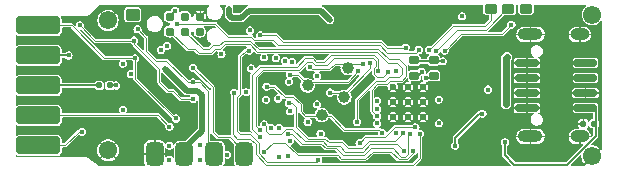
<source format=gbr>
G04 #@! TF.GenerationSoftware,KiCad,Pcbnew,7.0.7*
G04 #@! TF.CreationDate,2024-03-21T15:18:08+09:00*
G04 #@! TF.ProjectId,rs-probe,72732d70-726f-4626-952e-6b696361645f,rev?*
G04 #@! TF.SameCoordinates,Original*
G04 #@! TF.FileFunction,Copper,L4,Bot*
G04 #@! TF.FilePolarity,Positive*
%FSLAX46Y46*%
G04 Gerber Fmt 4.6, Leading zero omitted, Abs format (unit mm)*
G04 Created by KiCad (PCBNEW 7.0.7) date 2024-03-21 15:18:08*
%MOMM*%
%LPD*%
G01*
G04 APERTURE LIST*
G04 Aperture macros list*
%AMRoundRect*
0 Rectangle with rounded corners*
0 $1 Rounding radius*
0 $2 $3 $4 $5 $6 $7 $8 $9 X,Y pos of 4 corners*
0 Add a 4 corners polygon primitive as box body*
4,1,4,$2,$3,$4,$5,$6,$7,$8,$9,$2,$3,0*
0 Add four circle primitives for the rounded corners*
1,1,$1+$1,$2,$3*
1,1,$1+$1,$4,$5*
1,1,$1+$1,$6,$7*
1,1,$1+$1,$8,$9*
0 Add four rect primitives between the rounded corners*
20,1,$1+$1,$2,$3,$4,$5,0*
20,1,$1+$1,$4,$5,$6,$7,0*
20,1,$1+$1,$6,$7,$8,$9,0*
20,1,$1+$1,$8,$9,$2,$3,0*%
G04 Aperture macros list end*
G04 #@! TA.AperFunction,SMDPad,CuDef*
%ADD10RoundRect,0.400000X-1.500000X-0.400000X1.500000X-0.400000X1.500000X0.400000X-1.500000X0.400000X0*%
G04 #@! TD*
G04 #@! TA.AperFunction,ComponentPad*
%ADD11O,2.100000X1.000000*%
G04 #@! TD*
G04 #@! TA.AperFunction,ComponentPad*
%ADD12O,1.600000X1.000000*%
G04 #@! TD*
G04 #@! TA.AperFunction,ComponentPad*
%ADD13C,0.600000*%
G04 #@! TD*
G04 #@! TA.AperFunction,ComponentPad*
%ADD14C,1.552000*%
G04 #@! TD*
G04 #@! TA.AperFunction,SMDPad,CuDef*
%ADD15RoundRect,0.200000X0.350000X-0.200000X0.350000X0.200000X-0.350000X0.200000X-0.350000X-0.200000X0*%
G04 #@! TD*
G04 #@! TA.AperFunction,ConnectorPad*
%ADD16C,0.787400*%
G04 #@! TD*
G04 #@! TA.AperFunction,SMDPad,CuDef*
%ADD17C,1.000000*%
G04 #@! TD*
G04 #@! TA.AperFunction,SMDPad,CuDef*
%ADD18RoundRect,0.137500X0.137500X0.137500X-0.137500X0.137500X-0.137500X-0.137500X0.137500X-0.137500X0*%
G04 #@! TD*
G04 #@! TA.AperFunction,SMDPad,CuDef*
%ADD19RoundRect,0.175000X0.250000X-0.175000X0.250000X0.175000X-0.250000X0.175000X-0.250000X-0.175000X0*%
G04 #@! TD*
G04 #@! TA.AperFunction,SMDPad,CuDef*
%ADD20RoundRect,0.137500X-0.137500X-0.137500X0.137500X-0.137500X0.137500X0.137500X-0.137500X0.137500X0*%
G04 #@! TD*
G04 #@! TA.AperFunction,SMDPad,CuDef*
%ADD21RoundRect,0.375000X0.375000X0.625000X-0.375000X0.625000X-0.375000X-0.625000X0.375000X-0.625000X0*%
G04 #@! TD*
G04 #@! TA.AperFunction,SMDPad,CuDef*
%ADD22RoundRect,0.275000X0.325000X0.275000X-0.325000X0.275000X-0.325000X-0.275000X0.325000X-0.275000X0*%
G04 #@! TD*
G04 #@! TA.AperFunction,SMDPad,CuDef*
%ADD23RoundRect,0.150000X-0.825000X-0.150000X0.825000X-0.150000X0.825000X0.150000X-0.825000X0.150000X0*%
G04 #@! TD*
G04 #@! TA.AperFunction,ViaPad*
%ADD24C,0.450000*%
G04 #@! TD*
G04 #@! TA.AperFunction,Conductor*
%ADD25C,0.200000*%
G04 #@! TD*
G04 #@! TA.AperFunction,Conductor*
%ADD26C,0.100000*%
G04 #@! TD*
G04 #@! TA.AperFunction,Conductor*
%ADD27C,0.300000*%
G04 #@! TD*
G04 #@! TA.AperFunction,Conductor*
%ADD28C,0.600000*%
G04 #@! TD*
G04 #@! TA.AperFunction,Conductor*
%ADD29C,0.500000*%
G04 #@! TD*
G04 APERTURE END LIST*
D10*
X132100000Y-87920000D03*
X132100000Y-90460000D03*
X132100000Y-93000000D03*
X132100000Y-95540000D03*
X132100000Y-98080000D03*
D11*
X173770000Y-97320000D03*
D12*
X177950000Y-97320000D03*
D11*
X173770000Y-88680000D03*
D12*
X177950000Y-88680000D03*
D13*
X164675000Y-93125000D03*
X163400000Y-93125000D03*
X162125000Y-93125000D03*
X164675000Y-94400000D03*
X163400000Y-94400000D03*
X162125000Y-94400000D03*
X164675000Y-95675000D03*
X163400000Y-95675000D03*
X162125000Y-95675000D03*
D14*
X179000000Y-99000000D03*
X138000000Y-98500000D03*
X138000000Y-87500000D03*
X179000000Y-87000000D03*
D15*
X170400000Y-86508000D03*
X171900000Y-86508000D03*
X173400000Y-86508000D03*
D16*
X143230000Y-87165000D03*
X143230000Y-88435000D03*
X144500000Y-87165000D03*
X144500000Y-88435000D03*
X145770000Y-87165000D03*
X145770000Y-88435000D03*
D17*
X154900000Y-93000000D03*
D18*
X179150000Y-96250000D03*
X178250000Y-96250000D03*
D17*
X158000000Y-94000000D03*
X158300000Y-91500000D03*
D19*
X163925000Y-92175000D03*
X163925000Y-90875000D03*
D17*
X156100000Y-95500000D03*
D20*
X137250000Y-93000000D03*
X138150000Y-93000000D03*
D21*
X149500000Y-98800000D03*
X144460000Y-98800000D03*
D19*
X165575000Y-92175000D03*
X165575000Y-90875000D03*
D22*
X140100000Y-87000000D03*
D21*
X141950000Y-98800000D03*
X147000000Y-98800000D03*
D23*
X173475000Y-94905000D03*
X173475000Y-93635000D03*
X173475000Y-92365000D03*
X173475000Y-91095000D03*
X178425000Y-91095000D03*
X178425000Y-92365000D03*
X178425000Y-93635000D03*
X178425000Y-94905000D03*
D24*
X150100000Y-91550000D03*
X150020000Y-88340000D03*
X150930000Y-89540000D03*
X148870000Y-86620000D03*
X149700000Y-94400000D03*
X155100000Y-92100000D03*
X175025000Y-99250000D03*
X154250000Y-87375000D03*
X145750000Y-86500000D03*
X153750000Y-88650000D03*
X172300000Y-89200000D03*
X174400000Y-86450000D03*
X158500000Y-97900000D03*
X141800000Y-99500000D03*
X154670000Y-98440000D03*
X153200000Y-96200000D03*
X156400000Y-92200000D03*
X165950000Y-93250000D03*
X135800000Y-94900000D03*
X137600000Y-93875000D03*
X170400000Y-95250000D03*
X158975000Y-87400000D03*
X155100000Y-94600000D03*
X153100000Y-93500000D03*
X160200000Y-88540000D03*
X141800000Y-98700000D03*
X141200000Y-86450000D03*
X171900000Y-89900000D03*
X171700000Y-96100000D03*
X174175000Y-93000000D03*
X176975000Y-93650000D03*
X160614812Y-99014812D03*
X158300000Y-96000000D03*
X172200000Y-96900000D03*
X150900000Y-92500000D03*
X168550000Y-91100000D03*
X139825000Y-93550000D03*
X158180000Y-88860000D03*
X140200000Y-96975000D03*
X141300000Y-94000000D03*
X157212878Y-94583254D03*
X166700000Y-97700000D03*
X149400000Y-96700000D03*
X155150000Y-97050000D03*
X155770000Y-90580000D03*
X149950000Y-87750000D03*
X168700000Y-97100000D03*
X157300000Y-91800000D03*
X157100000Y-97400000D03*
X146300000Y-89500000D03*
X144400000Y-94700000D03*
X169650000Y-91225000D03*
X165100000Y-96900000D03*
X148400000Y-99450000D03*
X171400000Y-96700000D03*
X142900000Y-86450000D03*
X166950000Y-90500000D03*
X148130000Y-93470000D03*
X176300000Y-98775000D03*
X135700000Y-89700000D03*
X179450000Y-88700000D03*
X169700000Y-94000000D03*
X157000000Y-96500000D03*
X143200000Y-94100000D03*
X143100000Y-92800000D03*
X141800000Y-92700000D03*
X156400000Y-94600000D03*
X177200000Y-86450000D03*
X172100000Y-98500000D03*
X151600000Y-87711694D03*
X152500000Y-96600000D03*
X162400000Y-91800000D03*
X160800000Y-96200000D03*
X152450000Y-99050011D03*
X153600000Y-91000000D03*
X160800000Y-94300000D03*
X156000000Y-97100000D03*
X171600000Y-97800000D03*
X167400000Y-98100000D03*
X170175000Y-93350000D03*
X169700000Y-95400000D03*
X155700000Y-92200000D03*
X166350000Y-90962500D03*
X155700000Y-94600000D03*
X143700000Y-86700000D03*
X152400000Y-94100000D03*
X153000000Y-90900000D03*
X162400000Y-97000000D03*
X171700000Y-94600000D03*
X171800000Y-90600000D03*
X143200000Y-96500000D03*
X143200000Y-98100000D03*
X142500000Y-90000000D03*
X143200000Y-99300000D03*
X148100000Y-98850000D03*
X145800000Y-99300000D03*
X149700000Y-93575000D03*
X145800000Y-98050000D03*
X135800000Y-96925500D03*
X160800000Y-95600000D03*
X159100000Y-96100000D03*
X140200000Y-89200000D03*
X145200000Y-94150000D03*
X135600000Y-87920000D03*
X139925500Y-92040000D03*
X149450000Y-99400000D03*
X150000000Y-99050000D03*
X145200000Y-91500000D03*
X146650000Y-99300000D03*
X146650000Y-98050000D03*
X134660000Y-90460000D03*
X140500000Y-88250000D03*
X145200000Y-92750000D03*
X143000000Y-89650000D03*
X140300000Y-90700000D03*
X143750000Y-95800000D03*
X138700000Y-93000000D03*
X173430000Y-86530000D03*
X147600000Y-90350000D03*
X142800000Y-91600000D03*
X144225000Y-98100000D03*
X144225000Y-99300000D03*
X150880000Y-88750000D03*
X163200000Y-89825000D03*
X148700000Y-93600000D03*
X164400000Y-97100000D03*
X165200000Y-90000000D03*
X139900000Y-87000000D03*
X165800000Y-90050000D03*
X148250000Y-86500000D03*
X156800000Y-87450000D03*
X164300000Y-90000000D03*
X143800000Y-87800000D03*
X149970000Y-90050000D03*
X155800000Y-99350000D03*
X153400000Y-95200000D03*
X151800000Y-96600000D03*
X153260000Y-98980000D03*
X153414812Y-97685188D03*
X151400000Y-94200000D03*
X154900000Y-96100000D03*
X153300000Y-92700000D03*
X152200000Y-90690000D03*
X166000000Y-96200000D03*
X160800000Y-95000000D03*
X166000000Y-94200000D03*
X164025000Y-96550000D03*
X159300000Y-97900000D03*
X163820000Y-98580000D03*
X151240000Y-98610000D03*
X163600000Y-97100000D03*
X153200000Y-97100000D03*
X160900000Y-91800000D03*
X150900000Y-97400000D03*
X150900000Y-96800000D03*
X161700000Y-91900000D03*
X156800000Y-93600000D03*
X160190000Y-91120000D03*
X159600000Y-91200000D03*
X155100000Y-91474500D03*
X163020000Y-98580000D03*
X151200000Y-96300000D03*
X153300000Y-94500000D03*
X163000000Y-97000000D03*
X151430000Y-93100000D03*
X161200000Y-97000000D03*
X159200000Y-91800000D03*
X153400000Y-92100000D03*
X151200000Y-90610000D03*
X167980000Y-87140000D03*
X172150000Y-87850000D03*
X166500000Y-90050000D03*
X139250000Y-91175000D03*
X139250000Y-95075000D03*
X164550000Y-91850000D03*
X177930000Y-91095000D03*
X177930000Y-92350000D03*
X164925000Y-92350000D03*
D25*
X132100000Y-93000000D02*
X137250000Y-93000000D01*
D26*
X142240000Y-95540000D02*
X132100000Y-95540000D01*
X143200000Y-96500000D02*
X142240000Y-95540000D01*
X135524500Y-96925500D02*
X134370000Y-98080000D01*
X134370000Y-98080000D02*
X132100000Y-98080000D01*
X135800000Y-96925500D02*
X135524500Y-96925500D01*
D25*
X134660000Y-90460000D02*
X132100000Y-90460000D01*
D26*
X137700000Y-90700000D02*
X134920000Y-87920000D01*
X134920000Y-87920000D02*
X132100000Y-87920000D01*
X140300000Y-90700000D02*
X137700000Y-90700000D01*
X140150000Y-89250000D02*
X140200000Y-89200000D01*
X136930000Y-89250000D02*
X140150000Y-89250000D01*
X135600000Y-87920000D02*
X136930000Y-89250000D01*
X145770000Y-87165000D02*
X145770000Y-86520000D01*
X145770000Y-86520000D02*
X145750000Y-86500000D01*
D27*
X141920000Y-99480000D02*
X141900000Y-99500000D01*
X141800000Y-98700000D02*
X141920000Y-99480000D01*
X141920000Y-98800000D02*
X141800000Y-98700000D01*
D25*
X169700000Y-95400000D02*
X169450000Y-95400000D01*
X164000000Y-90950000D02*
X163925000Y-90875000D01*
X176900000Y-99700000D02*
X179300000Y-97300000D01*
X169450000Y-95400000D02*
X167400000Y-97450000D01*
X167400000Y-97450000D02*
X167400000Y-98100000D01*
X166337500Y-90950000D02*
X164000000Y-90950000D01*
X172375000Y-99700000D02*
X176900000Y-99700000D01*
X166350000Y-90962500D02*
X166337500Y-90950000D01*
X143235000Y-87165000D02*
X143700000Y-86700000D01*
X171600000Y-97800000D02*
X171600000Y-98925000D01*
X171600000Y-98925000D02*
X172375000Y-99700000D01*
X179300000Y-97300000D02*
X179300000Y-94905000D01*
D28*
X171700000Y-94600000D02*
X171700000Y-90700000D01*
X171700000Y-90700000D02*
X171800000Y-90600000D01*
D26*
X160350000Y-95150000D02*
X160800000Y-95600000D01*
X146550000Y-89950000D02*
X146900000Y-89600000D01*
X151199519Y-89900481D02*
X160900481Y-89900481D01*
X151150000Y-89950000D02*
X151199519Y-89900481D01*
X150760000Y-89950000D02*
X151150000Y-89950000D01*
X163250000Y-92200000D02*
X162850000Y-92600000D01*
X160900481Y-89900481D02*
X161750000Y-90750000D01*
X146015000Y-89950000D02*
X146550000Y-89950000D01*
X147404669Y-89600000D02*
X147804669Y-89200000D01*
X160350000Y-93350000D02*
X160350000Y-95150000D01*
X144500000Y-88435000D02*
X146015000Y-89950000D01*
X146900000Y-89600000D02*
X147404669Y-89600000D01*
X161750000Y-90750000D02*
X162650000Y-90750000D01*
X150010000Y-89200000D02*
X150760000Y-89950000D01*
X161600000Y-92900000D02*
X160800000Y-92900000D01*
X163250000Y-91350000D02*
X163250000Y-92200000D01*
X161900000Y-92600000D02*
X161600000Y-92900000D01*
X147804669Y-89200000D02*
X150010000Y-89200000D01*
X162650000Y-90750000D02*
X163250000Y-91350000D01*
X160800000Y-92900000D02*
X160350000Y-93350000D01*
X162850000Y-92600000D02*
X161900000Y-92600000D01*
X162900000Y-91500000D02*
X162500000Y-91100000D01*
X145400000Y-89950000D02*
X144745000Y-89950000D01*
X162650000Y-92300000D02*
X162900000Y-92050000D01*
X159100000Y-94200000D02*
X160700000Y-92600000D01*
X150010000Y-89525000D02*
X147875000Y-89525000D01*
X147050000Y-89950000D02*
X146750000Y-90250000D01*
X161450000Y-92600000D02*
X161750000Y-92300000D01*
X147875000Y-89525000D02*
X147450000Y-89950000D01*
X162500000Y-91100000D02*
X161700000Y-91100000D01*
X144745000Y-89950000D02*
X143230000Y-88435000D01*
X160750000Y-90150000D02*
X150635000Y-90150000D01*
X150635000Y-90150000D02*
X150010000Y-89525000D01*
X159100000Y-96100000D02*
X159100000Y-94200000D01*
X147450000Y-89950000D02*
X147050000Y-89950000D01*
X145700000Y-90250000D02*
X145400000Y-89950000D01*
X161700000Y-91100000D02*
X160750000Y-90150000D01*
X162900000Y-92050000D02*
X162900000Y-91500000D01*
X160700000Y-92600000D02*
X161450000Y-92600000D01*
X146750000Y-90250000D02*
X145700000Y-90250000D01*
X161750000Y-92300000D02*
X162650000Y-92300000D01*
X142350000Y-91650000D02*
X142350000Y-92750000D01*
X140200000Y-89200000D02*
X140200000Y-89500000D01*
X144150000Y-94150000D02*
X145200000Y-94150000D01*
X140200000Y-89500000D02*
X142350000Y-91650000D01*
X143500000Y-93500000D02*
X144150000Y-94150000D01*
X143100000Y-93500000D02*
X143500000Y-93500000D01*
X142350000Y-92750000D02*
X143100000Y-93500000D01*
X149500000Y-98600000D02*
X148300000Y-97400000D01*
X147300000Y-97400000D02*
X146850000Y-96950000D01*
X146850000Y-93150000D02*
X145200000Y-91500000D01*
X148300000Y-97400000D02*
X147300000Y-97400000D01*
X149500000Y-98800000D02*
X149500000Y-98600000D01*
X146850000Y-96950000D02*
X146850000Y-93150000D01*
X146500000Y-97900000D02*
X147000000Y-98400000D01*
X146500000Y-93500000D02*
X146500000Y-97900000D01*
X141200000Y-90075000D02*
X142025000Y-90900000D01*
X145750000Y-92750000D02*
X146500000Y-93500000D01*
X147000000Y-98400000D02*
X147000000Y-98800000D01*
X141200000Y-88950000D02*
X141200000Y-90075000D01*
X140500000Y-88250000D02*
X141200000Y-88950000D01*
X142025000Y-90900000D02*
X142950000Y-90900000D01*
X142950000Y-90900000D02*
X144800000Y-92750000D01*
X144800000Y-92750000D02*
X145750000Y-92750000D01*
X140300000Y-92448456D02*
X143651544Y-95800000D01*
X140300000Y-90700000D02*
X140300000Y-92448456D01*
X143651544Y-95800000D02*
X143750000Y-95800000D01*
D29*
X145950000Y-96850000D02*
X144460000Y-98340000D01*
X142800000Y-91600000D02*
X142812482Y-91600000D01*
X144662482Y-93450000D02*
X145550000Y-93450000D01*
D25*
X138150000Y-93000000D02*
X138700000Y-93000000D01*
D29*
X145550000Y-93450000D02*
X145950000Y-93850000D01*
X145950000Y-93850000D02*
X145950000Y-96850000D01*
X144460000Y-98340000D02*
X144460000Y-98800000D01*
X142812482Y-91600000D02*
X144662482Y-93450000D01*
D26*
X161625000Y-89825000D02*
X161100000Y-89300000D01*
X163200000Y-89825000D02*
X161625000Y-89825000D01*
X152800000Y-89300000D02*
X152250000Y-88750000D01*
X161100000Y-89300000D02*
X152800000Y-89300000D01*
X152250000Y-88750000D02*
X150880000Y-88750000D01*
X164400000Y-99150000D02*
X164400000Y-97100000D01*
X148700000Y-93600000D02*
X148550000Y-93750000D01*
X150500000Y-98840000D02*
X151410000Y-99750000D01*
X163800000Y-99750000D02*
X164400000Y-99150000D01*
X150050000Y-97500000D02*
X150500000Y-97950000D01*
X148550000Y-93750000D02*
X148550000Y-97100000D01*
X148950000Y-97500000D02*
X150050000Y-97500000D01*
X148550000Y-97100000D02*
X148950000Y-97500000D01*
X151410000Y-99750000D02*
X163800000Y-99750000D01*
X150500000Y-97950000D02*
X150500000Y-98840000D01*
X167250000Y-87950000D02*
X169900000Y-87950000D01*
X169900000Y-87950000D02*
X170400000Y-87450000D01*
X170400000Y-87450000D02*
X170400000Y-86300000D01*
X165200000Y-90000000D02*
X167250000Y-87950000D01*
X139900000Y-87000000D02*
X140100000Y-87000000D01*
X171900000Y-86400000D02*
X171900000Y-86308000D01*
X167550000Y-88300000D02*
X170000000Y-88300000D01*
X170000000Y-88300000D02*
X171900000Y-86400000D01*
X165800000Y-90050000D02*
X167550000Y-88300000D01*
D29*
X148460000Y-87270000D02*
X148250000Y-87060000D01*
X156010000Y-86660000D02*
X149910000Y-86660000D01*
X149300000Y-87270000D02*
X148460000Y-87270000D01*
X156800000Y-87450000D02*
X156010000Y-86660000D01*
X148250000Y-87060000D02*
X148250000Y-86500000D01*
X149910000Y-86660000D02*
X149300000Y-87270000D01*
D26*
X147100000Y-87800000D02*
X143800000Y-87800000D01*
X161000000Y-89600000D02*
X152400000Y-89600000D01*
X152400000Y-89600000D02*
X151940000Y-89140000D01*
X148200000Y-88900000D02*
X147100000Y-87800000D01*
X151940000Y-89140000D02*
X150380000Y-89140000D01*
X150140000Y-88900000D02*
X148200000Y-88900000D01*
X161615000Y-90215000D02*
X161000000Y-89600000D01*
X164300000Y-90000000D02*
X164085000Y-90215000D01*
X164085000Y-90215000D02*
X161615000Y-90215000D01*
X150380000Y-89140000D02*
X150140000Y-88900000D01*
X149200000Y-97150000D02*
X148950000Y-96900000D01*
X150050000Y-97150000D02*
X149200000Y-97150000D01*
X148950000Y-93950000D02*
X149200000Y-93700000D01*
X149650000Y-90050000D02*
X149970000Y-90050000D01*
X149200000Y-93700000D02*
X149200000Y-90500000D01*
X150800000Y-98760000D02*
X150800000Y-97900000D01*
X151500000Y-99460000D02*
X150800000Y-98760000D01*
X148950000Y-96900000D02*
X148950000Y-93950000D01*
X155800000Y-99350000D02*
X155690000Y-99460000D01*
X150800000Y-97900000D02*
X150050000Y-97150000D01*
X155690000Y-99460000D02*
X151500000Y-99460000D01*
X149200000Y-90500000D02*
X149650000Y-90050000D01*
X162275000Y-96550000D02*
X161425000Y-97400000D01*
X161425000Y-97400000D02*
X159800000Y-97400000D01*
X164025000Y-96550000D02*
X162275000Y-96550000D01*
X159800000Y-97400000D02*
X159300000Y-97900000D01*
X160400000Y-98600000D02*
X161950000Y-98600000D01*
X157750000Y-99200000D02*
X159800000Y-99200000D01*
X151240000Y-98590000D02*
X151980000Y-97850000D01*
X162600000Y-99250000D02*
X163300000Y-99250000D01*
X163820000Y-98730000D02*
X163820000Y-98580000D01*
X159800000Y-99200000D02*
X160400000Y-98600000D01*
X151980000Y-97850000D02*
X153010000Y-97850000D01*
X161950000Y-98600000D02*
X162600000Y-99250000D01*
X163300000Y-99250000D02*
X163820000Y-98730000D01*
X153010000Y-97850000D02*
X154060000Y-98900000D01*
X157450000Y-98900000D02*
X157750000Y-99200000D01*
X154060000Y-98900000D02*
X157450000Y-98900000D01*
X151240000Y-98610000D02*
X151240000Y-98590000D01*
X163420000Y-98780000D02*
X163170000Y-99030000D01*
X163170000Y-99030000D02*
X162830000Y-99030000D01*
X154425000Y-97975000D02*
X153550000Y-97100000D01*
X156435000Y-98335000D02*
X156075000Y-97975000D01*
X156075000Y-97975000D02*
X154425000Y-97975000D01*
X153550000Y-97100000D02*
X153200000Y-97100000D01*
X159675000Y-98900000D02*
X157900000Y-98900000D01*
X157900000Y-98900000D02*
X157335000Y-98335000D01*
X163420000Y-97280000D02*
X163420000Y-98780000D01*
X157335000Y-98335000D02*
X156435000Y-98335000D01*
X163600000Y-97100000D02*
X163420000Y-97280000D01*
X162830000Y-99030000D02*
X162100000Y-98300000D01*
X160275000Y-98300000D02*
X159675000Y-98900000D01*
X162100000Y-98300000D02*
X160275000Y-98300000D01*
X156900000Y-90400000D02*
X156300000Y-91000000D01*
X150200000Y-96700000D02*
X150900000Y-97400000D01*
X156300000Y-91000000D02*
X155625000Y-91000000D01*
X160900000Y-91800000D02*
X160900000Y-90800000D01*
X155325000Y-90700000D02*
X154700000Y-90700000D01*
X150200000Y-92100000D02*
X150200000Y-96700000D01*
X150900000Y-91400000D02*
X150200000Y-92100000D01*
X155625000Y-91000000D02*
X155325000Y-90700000D01*
X154000000Y-91400000D02*
X150900000Y-91400000D01*
X160500000Y-90400000D02*
X156900000Y-90400000D01*
X160900000Y-90800000D02*
X160500000Y-90400000D01*
X154700000Y-90700000D02*
X154000000Y-91400000D01*
X160440000Y-90700000D02*
X157133918Y-90700000D01*
X161300000Y-92300000D02*
X160800000Y-92300000D01*
X161700000Y-91900000D02*
X161300000Y-92300000D01*
X154175000Y-91700000D02*
X151100000Y-91700000D01*
X160500000Y-92000000D02*
X160500000Y-91500000D01*
X155550000Y-91300000D02*
X155300000Y-91050000D01*
X160650000Y-91350000D02*
X160650000Y-90910000D01*
X157133918Y-90700000D02*
X156533918Y-91300000D01*
X155300000Y-91050000D02*
X154825000Y-91050000D01*
X160500000Y-91500000D02*
X160650000Y-91350000D01*
X156533918Y-91300000D02*
X155550000Y-91300000D01*
X154825000Y-91050000D02*
X154175000Y-91700000D01*
X160800000Y-92300000D02*
X160500000Y-92000000D01*
X160650000Y-90910000D02*
X160440000Y-90700000D01*
X151100000Y-91700000D02*
X150500000Y-92300000D01*
X150500000Y-92300000D02*
X150500000Y-96400000D01*
X150500000Y-96400000D02*
X150900000Y-96800000D01*
X160190000Y-91560000D02*
X158150000Y-93600000D01*
X160190000Y-91120000D02*
X160190000Y-91560000D01*
X158150000Y-93600000D02*
X156800000Y-93600000D01*
X157200000Y-91200000D02*
X156750000Y-91650000D01*
X155275500Y-91650000D02*
X155100000Y-91474500D01*
X159600000Y-91200000D02*
X157200000Y-91200000D01*
X156750000Y-91650000D02*
X155275500Y-91650000D01*
X154662500Y-97737500D02*
X153593403Y-96668403D01*
X153593403Y-96668403D02*
X153031597Y-96668403D01*
X156575000Y-98100000D02*
X156212500Y-97737500D01*
X151352602Y-96452602D02*
X151200000Y-96300000D01*
X159600000Y-98600000D02*
X158100000Y-98600000D01*
X163020000Y-98580000D02*
X162440000Y-98000000D01*
X152627804Y-97072196D02*
X151590296Y-97072196D01*
X160200000Y-98000000D02*
X159600000Y-98600000D01*
X157600000Y-98100000D02*
X156575000Y-98100000D01*
X158100000Y-98600000D02*
X157600000Y-98100000D01*
X151352602Y-96834502D02*
X151352602Y-96452602D01*
X162440000Y-98000000D02*
X160200000Y-98000000D01*
X151590296Y-97072196D02*
X151352602Y-96834502D01*
X153031597Y-96668403D02*
X152627804Y-97072196D01*
X156212500Y-97737500D02*
X154662500Y-97737500D01*
X153900000Y-96500000D02*
X153900000Y-94800000D01*
X163000000Y-97000000D02*
X162300000Y-97700000D01*
X157800000Y-97800000D02*
X156700000Y-97800000D01*
X156700000Y-97800000D02*
X156400000Y-97500000D01*
X160100000Y-97700000D02*
X159500000Y-98300000D01*
X158300000Y-98300000D02*
X157800000Y-97800000D01*
X154900000Y-97500000D02*
X153900000Y-96500000D01*
X162300000Y-97700000D02*
X160100000Y-97700000D01*
X153900000Y-94800000D02*
X153600000Y-94500000D01*
X153600000Y-94500000D02*
X153300000Y-94500000D01*
X156400000Y-97500000D02*
X154900000Y-97500000D01*
X159500000Y-98300000D02*
X158300000Y-98300000D01*
X153700000Y-94000000D02*
X154300000Y-94600000D01*
X152950000Y-94000000D02*
X153700000Y-94000000D01*
X154700000Y-95600000D02*
X156850000Y-95600000D01*
X152050000Y-93100000D02*
X152950000Y-94000000D01*
X156850000Y-95600000D02*
X158000000Y-96750000D01*
X154300000Y-95200000D02*
X154700000Y-95600000D01*
X151430000Y-93100000D02*
X152050000Y-93100000D01*
X160950000Y-96750000D02*
X161200000Y-97000000D01*
X158000000Y-96750000D02*
X160950000Y-96750000D01*
X154300000Y-94600000D02*
X154300000Y-95200000D01*
X154700000Y-92700000D02*
X158300000Y-92700000D01*
X153400000Y-92100000D02*
X154100000Y-92100000D01*
X154100000Y-92100000D02*
X154700000Y-92700000D01*
X158300000Y-92700000D02*
X159200000Y-91800000D01*
X172150000Y-87850000D02*
X171350000Y-88650000D01*
X171350000Y-88650000D02*
X167900000Y-88650000D01*
X167900000Y-88650000D02*
X166500000Y-90050000D01*
D25*
X163925000Y-92175000D02*
X164225000Y-92175000D01*
X164225000Y-92175000D02*
X164550000Y-91850000D01*
X165250000Y-92350000D02*
X164925000Y-92350000D01*
X165425000Y-92175000D02*
X165250000Y-92350000D01*
X165625000Y-92175000D02*
X165425000Y-92175000D01*
G04 #@! TA.AperFunction,Conductor*
G36*
X134863728Y-88104852D02*
G01*
X137565331Y-90806455D01*
X137571008Y-90813267D01*
X137583552Y-90831439D01*
X137583553Y-90831440D01*
X137583554Y-90831441D01*
X137598826Y-90839456D01*
X137615556Y-90848237D01*
X137616818Y-90848948D01*
X137647758Y-90867652D01*
X137647759Y-90867652D01*
X137652817Y-90869228D01*
X137657975Y-90870500D01*
X137694090Y-90870500D01*
X137695570Y-90870545D01*
X137726464Y-90872413D01*
X137731653Y-90872727D01*
X137731653Y-90872726D01*
X137731655Y-90872727D01*
X137737506Y-90871655D01*
X137737666Y-90872529D01*
X137747120Y-90870500D01*
X138942449Y-90870500D01*
X138977097Y-90884852D01*
X138991449Y-90919500D01*
X138982145Y-90945058D01*
X138983392Y-90945778D01*
X138920328Y-91055006D01*
X138899170Y-91175000D01*
X138920328Y-91294993D01*
X138981247Y-91400507D01*
X138981248Y-91400508D01*
X138981249Y-91400509D01*
X139074585Y-91478828D01*
X139189079Y-91520500D01*
X139189080Y-91520500D01*
X139310920Y-91520500D01*
X139310921Y-91520500D01*
X139425415Y-91478828D01*
X139518751Y-91400509D01*
X139557212Y-91333893D01*
X139579671Y-91294993D01*
X139579671Y-91294992D01*
X139579672Y-91294991D01*
X139600830Y-91175000D01*
X139579672Y-91055009D01*
X139579671Y-91055007D01*
X139579671Y-91055006D01*
X139516608Y-90945778D01*
X139518098Y-90944917D01*
X139508737Y-90915231D01*
X139526053Y-90881965D01*
X139557551Y-90870500D01*
X139971199Y-90870500D01*
X140005847Y-90884852D01*
X140013634Y-90895000D01*
X140031247Y-90925507D01*
X140031249Y-90925510D01*
X140075794Y-90962887D01*
X140111995Y-90993264D01*
X140111997Y-90993265D01*
X140129314Y-91026530D01*
X140129500Y-91030801D01*
X140129500Y-91676597D01*
X140115148Y-91711245D01*
X140080500Y-91725597D01*
X140063741Y-91722642D01*
X140051817Y-91718302D01*
X139986421Y-91694500D01*
X139864579Y-91694500D01*
X139818572Y-91711245D01*
X139750084Y-91736172D01*
X139656747Y-91814492D01*
X139595828Y-91920006D01*
X139577225Y-92025509D01*
X139574670Y-92040000D01*
X139575193Y-92042964D01*
X139595828Y-92159993D01*
X139656747Y-92265507D01*
X139656748Y-92265508D01*
X139656749Y-92265509D01*
X139750085Y-92343828D01*
X139864579Y-92385500D01*
X139864580Y-92385500D01*
X139986420Y-92385500D01*
X139986421Y-92385500D01*
X140063743Y-92357357D01*
X140101208Y-92358993D01*
X140126545Y-92386643D01*
X140129500Y-92403402D01*
X140129500Y-92428507D01*
X140128697Y-92437340D01*
X140124716Y-92459058D01*
X140129120Y-92473190D01*
X140135471Y-92493573D01*
X140135862Y-92494974D01*
X140144511Y-92530063D01*
X140146977Y-92534762D01*
X140149722Y-92539302D01*
X140175283Y-92564863D01*
X140176282Y-92565925D01*
X140188269Y-92579455D01*
X140196250Y-92588464D01*
X140200248Y-92592976D01*
X140205144Y-92596356D01*
X140204637Y-92597089D01*
X140212756Y-92602336D01*
X143385836Y-95775416D01*
X143399444Y-95801555D01*
X143420328Y-95919993D01*
X143481247Y-96025507D01*
X143481248Y-96025508D01*
X143481249Y-96025509D01*
X143574585Y-96103828D01*
X143689079Y-96145500D01*
X143689080Y-96145500D01*
X143810920Y-96145500D01*
X143810921Y-96145500D01*
X143925415Y-96103828D01*
X144018751Y-96025509D01*
X144079672Y-95919991D01*
X144100830Y-95800000D01*
X144079672Y-95680009D01*
X144079671Y-95680007D01*
X144079671Y-95680006D01*
X144018752Y-95574492D01*
X143990219Y-95550550D01*
X143925415Y-95496172D01*
X143810921Y-95454500D01*
X143689079Y-95454500D01*
X143614368Y-95481691D01*
X143576901Y-95480055D01*
X143562962Y-95470294D01*
X140484852Y-92392184D01*
X140470500Y-92357536D01*
X140470500Y-91030800D01*
X140484852Y-90996152D01*
X140487986Y-90993279D01*
X140568751Y-90925509D01*
X140623062Y-90831440D01*
X140629671Y-90819993D01*
X140629671Y-90819992D01*
X140629672Y-90819991D01*
X140650830Y-90700000D01*
X140629672Y-90580009D01*
X140629671Y-90580007D01*
X140629671Y-90580006D01*
X140568752Y-90474492D01*
X140568748Y-90474489D01*
X140475415Y-90396172D01*
X140360921Y-90354500D01*
X140239079Y-90354500D01*
X140186308Y-90373707D01*
X140124584Y-90396172D01*
X140031249Y-90474489D01*
X140031247Y-90474492D01*
X140013634Y-90505000D01*
X139983881Y-90527830D01*
X139971199Y-90529500D01*
X137790919Y-90529500D01*
X137756271Y-90515148D01*
X135590272Y-88349148D01*
X135575920Y-88314500D01*
X135590272Y-88279852D01*
X135624920Y-88265500D01*
X135660919Y-88265500D01*
X135660921Y-88265500D01*
X135663442Y-88264582D01*
X135700908Y-88266213D01*
X135714853Y-88275977D01*
X136795331Y-89356455D01*
X136801008Y-89363267D01*
X136813552Y-89381439D01*
X136813553Y-89381440D01*
X136813554Y-89381441D01*
X136829741Y-89389936D01*
X136845556Y-89398237D01*
X136846818Y-89398948D01*
X136877758Y-89417652D01*
X136877759Y-89417652D01*
X136882817Y-89419228D01*
X136887975Y-89420500D01*
X136924102Y-89420500D01*
X136925581Y-89420545D01*
X136956120Y-89422391D01*
X136961653Y-89422726D01*
X136961653Y-89422725D01*
X136961655Y-89422726D01*
X136967505Y-89421654D01*
X136967665Y-89422528D01*
X136977118Y-89420500D01*
X139907444Y-89420500D01*
X139938940Y-89431964D01*
X140010895Y-89492341D01*
X140026180Y-89515299D01*
X140035464Y-89545093D01*
X140035862Y-89546518D01*
X140044511Y-89581607D01*
X140046977Y-89586306D01*
X140049722Y-89590846D01*
X140075283Y-89616407D01*
X140076282Y-89617469D01*
X140096374Y-89640148D01*
X140100248Y-89644520D01*
X140105144Y-89647900D01*
X140104637Y-89648633D01*
X140112756Y-89653880D01*
X141141956Y-90683080D01*
X142165148Y-91706271D01*
X142179500Y-91740919D01*
X142179500Y-92730051D01*
X142178697Y-92738884D01*
X142174716Y-92760602D01*
X142179045Y-92774492D01*
X142185471Y-92795117D01*
X142185862Y-92796518D01*
X142194511Y-92831607D01*
X142196977Y-92836306D01*
X142199722Y-92840846D01*
X142225283Y-92866407D01*
X142226282Y-92867469D01*
X142236681Y-92879207D01*
X142245605Y-92889280D01*
X142250248Y-92894520D01*
X142255144Y-92897900D01*
X142254637Y-92898633D01*
X142262756Y-92903880D01*
X142965331Y-93606455D01*
X142971008Y-93613267D01*
X142983552Y-93631439D01*
X142983553Y-93631440D01*
X142983554Y-93631441D01*
X143006785Y-93643632D01*
X143015544Y-93648230D01*
X143016827Y-93648953D01*
X143047757Y-93667652D01*
X143047758Y-93667652D01*
X143052812Y-93669227D01*
X143057975Y-93670500D01*
X143094101Y-93670500D01*
X143095580Y-93670545D01*
X143126129Y-93672391D01*
X143131653Y-93672726D01*
X143131653Y-93672725D01*
X143131655Y-93672726D01*
X143137505Y-93671654D01*
X143137665Y-93672528D01*
X143147118Y-93670500D01*
X143409080Y-93670500D01*
X143443728Y-93684852D01*
X144015331Y-94256455D01*
X144021008Y-94263267D01*
X144033552Y-94281439D01*
X144033553Y-94281440D01*
X144033554Y-94281441D01*
X144049741Y-94289936D01*
X144065556Y-94298237D01*
X144066818Y-94298948D01*
X144097758Y-94317652D01*
X144097759Y-94317652D01*
X144102817Y-94319228D01*
X144107975Y-94320500D01*
X144144090Y-94320500D01*
X144145570Y-94320545D01*
X144175503Y-94322355D01*
X144181653Y-94322727D01*
X144181653Y-94322726D01*
X144181655Y-94322727D01*
X144187506Y-94321655D01*
X144187666Y-94322529D01*
X144197120Y-94320500D01*
X144871199Y-94320500D01*
X144905847Y-94334852D01*
X144913634Y-94345000D01*
X144931247Y-94375507D01*
X144931249Y-94375510D01*
X144990836Y-94425509D01*
X145024585Y-94453828D01*
X145139079Y-94495500D01*
X145139080Y-94495500D01*
X145260920Y-94495500D01*
X145260921Y-94495500D01*
X145375415Y-94453828D01*
X145468751Y-94375509D01*
X145473919Y-94366557D01*
X145488065Y-94342057D01*
X145517818Y-94319227D01*
X145555000Y-94324122D01*
X145577830Y-94353875D01*
X145579500Y-94366557D01*
X145579500Y-96676237D01*
X145565148Y-96710885D01*
X144610884Y-97665148D01*
X144576236Y-97679500D01*
X144037603Y-97679500D01*
X143978595Y-97685843D01*
X143845087Y-97735639D01*
X143731026Y-97821026D01*
X143645638Y-97935088D01*
X143645636Y-97935092D01*
X143624425Y-97991960D01*
X143598870Y-98019408D01*
X143561391Y-98020746D01*
X143533943Y-97995191D01*
X143530260Y-97983344D01*
X143529672Y-97980009D01*
X143513915Y-97952717D01*
X143468752Y-97874492D01*
X143461681Y-97868559D01*
X143375415Y-97796172D01*
X143260921Y-97754500D01*
X143139079Y-97754500D01*
X143107557Y-97765973D01*
X143024584Y-97796172D01*
X142931247Y-97874492D01*
X142886709Y-97951635D01*
X142856956Y-97974465D01*
X142819774Y-97969570D01*
X142798690Y-97945111D01*
X142786922Y-97915270D01*
X142699720Y-97800279D01*
X142584729Y-97713077D01*
X142450464Y-97660130D01*
X142450465Y-97660130D01*
X142366105Y-97650000D01*
X142025000Y-97650000D01*
X142025000Y-98725000D01*
X142850000Y-98725000D01*
X142850000Y-98362413D01*
X142864352Y-98327765D01*
X142899000Y-98313413D01*
X142930497Y-98324877D01*
X142931247Y-98325507D01*
X142931249Y-98325509D01*
X143024585Y-98403828D01*
X143139079Y-98445500D01*
X143139080Y-98445500D01*
X143260920Y-98445500D01*
X143260921Y-98445500D01*
X143375415Y-98403828D01*
X143468751Y-98325509D01*
X143498064Y-98274736D01*
X143527818Y-98251906D01*
X143565000Y-98256801D01*
X143587830Y-98286554D01*
X143589500Y-98299236D01*
X143589500Y-99100764D01*
X143575148Y-99135412D01*
X143540500Y-99149764D01*
X143505852Y-99135412D01*
X143498065Y-99125264D01*
X143468752Y-99074492D01*
X143466647Y-99072726D01*
X143375415Y-98996172D01*
X143260921Y-98954500D01*
X143139079Y-98954500D01*
X143096512Y-98969993D01*
X143024584Y-98996172D01*
X142930497Y-99075122D01*
X142894730Y-99086400D01*
X142861464Y-99069083D01*
X142850000Y-99037586D01*
X142850000Y-98875000D01*
X141050000Y-98875000D01*
X141050000Y-99466105D01*
X141060130Y-99550465D01*
X141113077Y-99684728D01*
X141140501Y-99720893D01*
X141150001Y-99757172D01*
X141131064Y-99789544D01*
X141101457Y-99799500D01*
X137278648Y-99799500D01*
X137250548Y-99790642D01*
X136320732Y-99139770D01*
X136319506Y-99138854D01*
X136289234Y-99114712D01*
X136289231Y-99114710D01*
X136264345Y-99109029D01*
X136256798Y-99106650D01*
X136240121Y-99099867D01*
X136233154Y-99097033D01*
X136199681Y-99099128D01*
X136194504Y-99099452D01*
X136192980Y-99099500D01*
X130249500Y-99099500D01*
X130214852Y-99085148D01*
X130200500Y-99050500D01*
X130200500Y-98928937D01*
X130214852Y-98894289D01*
X130249500Y-98879937D01*
X130279106Y-98889893D01*
X130342499Y-98937965D01*
X130475605Y-98990456D01*
X130475608Y-98990456D01*
X130475610Y-98990457D01*
X130475609Y-98990457D01*
X130559243Y-99000500D01*
X130559246Y-99000500D01*
X133640757Y-99000500D01*
X133724390Y-98990457D01*
X133724391Y-98990456D01*
X133724395Y-98990456D01*
X133857501Y-98937965D01*
X133971510Y-98851510D01*
X134057965Y-98737501D01*
X134110456Y-98604395D01*
X134113386Y-98580000D01*
X134116473Y-98554285D01*
X134120500Y-98520754D01*
X134120500Y-98500000D01*
X137068899Y-98500000D01*
X137089246Y-98693587D01*
X137149397Y-98878713D01*
X137149399Y-98878716D01*
X137246720Y-99047282D01*
X137246726Y-99047290D01*
X137294065Y-99099867D01*
X137503631Y-98890301D01*
X137538279Y-98875949D01*
X137572927Y-98890301D01*
X137577152Y-98895118D01*
X137587020Y-98907978D01*
X137589192Y-98910808D01*
X137601001Y-98919869D01*
X137604879Y-98922845D01*
X137623630Y-98955324D01*
X137613923Y-98991549D01*
X137609697Y-98996367D01*
X137398488Y-99207575D01*
X137398488Y-99207576D01*
X137534447Y-99306355D01*
X137712275Y-99385529D01*
X137902673Y-99426000D01*
X138097327Y-99426000D01*
X138287724Y-99385529D01*
X138465550Y-99306356D01*
X138601509Y-99207575D01*
X138390301Y-98996367D01*
X138375949Y-98961719D01*
X138390301Y-98927071D01*
X138395111Y-98922852D01*
X138410808Y-98910808D01*
X138422845Y-98895119D01*
X138455322Y-98876368D01*
X138491547Y-98886074D01*
X138496367Y-98890301D01*
X138705932Y-99099866D01*
X138753277Y-99047285D01*
X138753279Y-99047282D01*
X138850600Y-98878716D01*
X138850602Y-98878713D01*
X138900546Y-98725000D01*
X141050000Y-98725000D01*
X141875000Y-98725000D01*
X141875000Y-97650000D01*
X141533895Y-97650000D01*
X141449534Y-97660130D01*
X141315270Y-97713077D01*
X141200279Y-97800279D01*
X141113077Y-97915270D01*
X141060130Y-98049534D01*
X141050000Y-98133894D01*
X141050000Y-98725000D01*
X138900546Y-98725000D01*
X138910753Y-98693587D01*
X138931100Y-98500000D01*
X138910753Y-98306412D01*
X138850602Y-98121286D01*
X138850600Y-98121283D01*
X138753279Y-97952717D01*
X138753273Y-97952709D01*
X138705933Y-97900131D01*
X138705932Y-97900131D01*
X138496367Y-98109697D01*
X138461719Y-98124049D01*
X138427071Y-98109697D01*
X138422845Y-98104879D01*
X138416641Y-98096794D01*
X138410808Y-98089192D01*
X138410807Y-98089191D01*
X138395118Y-98077152D01*
X138376368Y-98044673D01*
X138386076Y-98008448D01*
X138390301Y-98003631D01*
X138601510Y-97792422D01*
X138465552Y-97693644D01*
X138287724Y-97614470D01*
X138097327Y-97574000D01*
X137902673Y-97574000D01*
X137712275Y-97614470D01*
X137534448Y-97693644D01*
X137398488Y-97792422D01*
X137609697Y-98003631D01*
X137624049Y-98038279D01*
X137609697Y-98072927D01*
X137604881Y-98077151D01*
X137589191Y-98089191D01*
X137577151Y-98104881D01*
X137544672Y-98123630D01*
X137508447Y-98113921D01*
X137503631Y-98109697D01*
X137294065Y-97900131D01*
X137246726Y-97952708D01*
X137246723Y-97952711D01*
X137149399Y-98121283D01*
X137149397Y-98121286D01*
X137089246Y-98306412D01*
X137068899Y-98500000D01*
X134120500Y-98500000D01*
X134120500Y-98299500D01*
X134134852Y-98264852D01*
X134169500Y-98250500D01*
X134350052Y-98250500D01*
X134358883Y-98251302D01*
X134362175Y-98251906D01*
X134380601Y-98255283D01*
X134380601Y-98255282D01*
X134380603Y-98255283D01*
X134415119Y-98244526D01*
X134416510Y-98244138D01*
X134451607Y-98235489D01*
X134451609Y-98235486D01*
X134456302Y-98233024D01*
X134460841Y-98230279D01*
X134460846Y-98230278D01*
X134486400Y-98204722D01*
X134487462Y-98203722D01*
X134514518Y-98179754D01*
X134514519Y-98179750D01*
X134517900Y-98174855D01*
X134518634Y-98175362D01*
X134523879Y-98167243D01*
X135504320Y-97186801D01*
X135538967Y-97172450D01*
X135570463Y-97183913D01*
X135624585Y-97229328D01*
X135739079Y-97271000D01*
X135739080Y-97271000D01*
X135860920Y-97271000D01*
X135860921Y-97271000D01*
X135975415Y-97229328D01*
X136068751Y-97151009D01*
X136101401Y-97094457D01*
X136129671Y-97045493D01*
X136129671Y-97045492D01*
X136129672Y-97045491D01*
X136150830Y-96925500D01*
X136129672Y-96805509D01*
X136129671Y-96805507D01*
X136129671Y-96805506D01*
X136068752Y-96699992D01*
X136046118Y-96681000D01*
X135975415Y-96621672D01*
X135860921Y-96580000D01*
X135739079Y-96580000D01*
X135697064Y-96595292D01*
X135624584Y-96621672D01*
X135531252Y-96699987D01*
X135531248Y-96699992D01*
X135509268Y-96738060D01*
X135481392Y-96760345D01*
X135479383Y-96760971D01*
X135477967Y-96761365D01*
X135442896Y-96770009D01*
X135438196Y-96772476D01*
X135433653Y-96775223D01*
X135408104Y-96800771D01*
X135407028Y-96801784D01*
X135379982Y-96825745D01*
X135376602Y-96830642D01*
X135375873Y-96830138D01*
X135370620Y-96838255D01*
X134313728Y-97895148D01*
X134279080Y-97909500D01*
X134169500Y-97909500D01*
X134134852Y-97895148D01*
X134120500Y-97860500D01*
X134120500Y-97750244D01*
X134120500Y-97639246D01*
X134112512Y-97572726D01*
X134110457Y-97555609D01*
X134110456Y-97555607D01*
X134110456Y-97555605D01*
X134057965Y-97422499D01*
X134043806Y-97403828D01*
X134026803Y-97381406D01*
X133971510Y-97308490D01*
X133896258Y-97251425D01*
X133857503Y-97222036D01*
X133857501Y-97222035D01*
X133724395Y-97169544D01*
X133724393Y-97169543D01*
X133724389Y-97169542D01*
X133724390Y-97169542D01*
X133640757Y-97159500D01*
X133640754Y-97159500D01*
X130559246Y-97159500D01*
X130559243Y-97159500D01*
X130475609Y-97169542D01*
X130415664Y-97193182D01*
X130342499Y-97222035D01*
X130342498Y-97222035D01*
X130342497Y-97222036D01*
X130279107Y-97270106D01*
X130242828Y-97279606D01*
X130210456Y-97260669D01*
X130200500Y-97231062D01*
X130200500Y-96388937D01*
X130214852Y-96354289D01*
X130249500Y-96339937D01*
X130279106Y-96349893D01*
X130285841Y-96355000D01*
X130341194Y-96396976D01*
X130342499Y-96397965D01*
X130475605Y-96450456D01*
X130475608Y-96450456D01*
X130475610Y-96450457D01*
X130475609Y-96450457D01*
X130559243Y-96460500D01*
X130559246Y-96460500D01*
X133640757Y-96460500D01*
X133724390Y-96450457D01*
X133724391Y-96450456D01*
X133724395Y-96450456D01*
X133857501Y-96397965D01*
X133971510Y-96311510D01*
X134057965Y-96197501D01*
X134110456Y-96064395D01*
X134110474Y-96064252D01*
X134117087Y-96009177D01*
X134120500Y-95980754D01*
X134120500Y-95759500D01*
X134134852Y-95724852D01*
X134169500Y-95710500D01*
X142149080Y-95710500D01*
X142183728Y-95724852D01*
X142847577Y-96388701D01*
X142861929Y-96423349D01*
X142861185Y-96431857D01*
X142850411Y-96492964D01*
X142849170Y-96500000D01*
X142851447Y-96512912D01*
X142870328Y-96619993D01*
X142931247Y-96725507D01*
X142931248Y-96725508D01*
X142931249Y-96725509D01*
X143024585Y-96803828D01*
X143139079Y-96845500D01*
X143139080Y-96845500D01*
X143260920Y-96845500D01*
X143260921Y-96845500D01*
X143375415Y-96803828D01*
X143468751Y-96725509D01*
X143516075Y-96643541D01*
X143529671Y-96619993D01*
X143529671Y-96619992D01*
X143529672Y-96619991D01*
X143550830Y-96500000D01*
X143529672Y-96380009D01*
X143529671Y-96380007D01*
X143529671Y-96380006D01*
X143468752Y-96274492D01*
X143375415Y-96196172D01*
X143331007Y-96180009D01*
X143260921Y-96154500D01*
X143139079Y-96154500D01*
X143136546Y-96155422D01*
X143099079Y-96153780D01*
X143085146Y-96144022D01*
X142374665Y-95433541D01*
X142368987Y-95426728D01*
X142368144Y-95425507D01*
X142356446Y-95408559D01*
X142324442Y-95391762D01*
X142323191Y-95391057D01*
X142292242Y-95372348D01*
X142292241Y-95372347D01*
X142292237Y-95372345D01*
X142287193Y-95370773D01*
X142282025Y-95369500D01*
X142282024Y-95369500D01*
X142245898Y-95369500D01*
X142244419Y-95369455D01*
X142208344Y-95367273D01*
X142202495Y-95368346D01*
X142202334Y-95367471D01*
X142192882Y-95369500D01*
X139563790Y-95369500D01*
X139529142Y-95355148D01*
X139514790Y-95320500D01*
X139521355Y-95296000D01*
X139579671Y-95194993D01*
X139579671Y-95194992D01*
X139579672Y-95194991D01*
X139600830Y-95075000D01*
X139579672Y-94955009D01*
X139579671Y-94955007D01*
X139579671Y-94955006D01*
X139518752Y-94849492D01*
X139496118Y-94830500D01*
X139425415Y-94771172D01*
X139310921Y-94729500D01*
X139189079Y-94729500D01*
X139161313Y-94739606D01*
X139074584Y-94771172D01*
X138981247Y-94849492D01*
X138920328Y-94955006D01*
X138899170Y-95075000D01*
X138920328Y-95194993D01*
X138978645Y-95296000D01*
X138983540Y-95333182D01*
X138960710Y-95362935D01*
X138936210Y-95369500D01*
X134169500Y-95369500D01*
X134134852Y-95355148D01*
X134120500Y-95320500D01*
X134120500Y-95210603D01*
X134120500Y-95099246D01*
X134112326Y-95031177D01*
X134110457Y-95015609D01*
X134110456Y-95015607D01*
X134110456Y-95015605D01*
X134057965Y-94882499D01*
X134049909Y-94871876D01*
X134018153Y-94829999D01*
X133971510Y-94768490D01*
X133903700Y-94717068D01*
X133857503Y-94682036D01*
X133857501Y-94682035D01*
X133724395Y-94629544D01*
X133724393Y-94629543D01*
X133724389Y-94629542D01*
X133724390Y-94629542D01*
X133640757Y-94619500D01*
X133640754Y-94619500D01*
X130559246Y-94619500D01*
X130559243Y-94619500D01*
X130475609Y-94629542D01*
X130392839Y-94662183D01*
X130342499Y-94682035D01*
X130342498Y-94682035D01*
X130342497Y-94682036D01*
X130279107Y-94730106D01*
X130242828Y-94739606D01*
X130210456Y-94720669D01*
X130200500Y-94691062D01*
X130200500Y-93848937D01*
X130214852Y-93814289D01*
X130249500Y-93799937D01*
X130279106Y-93809893D01*
X130320190Y-93841047D01*
X130338425Y-93854876D01*
X130342499Y-93857965D01*
X130475605Y-93910456D01*
X130475608Y-93910456D01*
X130475610Y-93910457D01*
X130475609Y-93910457D01*
X130559243Y-93920500D01*
X130559246Y-93920500D01*
X133640757Y-93920500D01*
X133724390Y-93910457D01*
X133724391Y-93910456D01*
X133724395Y-93910456D01*
X133857501Y-93857965D01*
X133971510Y-93771510D01*
X134057965Y-93657501D01*
X134110456Y-93524395D01*
X134110998Y-93519887D01*
X134120500Y-93440757D01*
X134120500Y-93269500D01*
X134134852Y-93234852D01*
X134169500Y-93220500D01*
X136831474Y-93220500D01*
X136866122Y-93234852D01*
X136872211Y-93242271D01*
X136883714Y-93259486D01*
X136926491Y-93323508D01*
X136957457Y-93344198D01*
X137011833Y-93380531D01*
X137087087Y-93395500D01*
X137412912Y-93395499D01*
X137488167Y-93380531D01*
X137573508Y-93323508D01*
X137630531Y-93238167D01*
X137645500Y-93162913D01*
X137645500Y-93162908D01*
X137754500Y-93162908D01*
X137769469Y-93238167D01*
X137826491Y-93323508D01*
X137857457Y-93344198D01*
X137911833Y-93380531D01*
X137987087Y-93395500D01*
X138312912Y-93395499D01*
X138388167Y-93380531D01*
X138473508Y-93323508D01*
X138473508Y-93323507D01*
X138476921Y-93320096D01*
X138477996Y-93321171D01*
X138503880Y-93303865D01*
X138530211Y-93305875D01*
X138639079Y-93345500D01*
X138639080Y-93345500D01*
X138760920Y-93345500D01*
X138760921Y-93345500D01*
X138875415Y-93303828D01*
X138968751Y-93225509D01*
X139004891Y-93162913D01*
X139029671Y-93119993D01*
X139029671Y-93119992D01*
X139029672Y-93119991D01*
X139050830Y-93000000D01*
X139029672Y-92880009D01*
X139029671Y-92880007D01*
X139029671Y-92880006D01*
X138968752Y-92774492D01*
X138959568Y-92766786D01*
X138875415Y-92696172D01*
X138760921Y-92654500D01*
X138639079Y-92654500D01*
X138530212Y-92694123D01*
X138492745Y-92692487D01*
X138477456Y-92679368D01*
X138476921Y-92679904D01*
X138473509Y-92676492D01*
X138397941Y-92626000D01*
X138388167Y-92619469D01*
X138312913Y-92604500D01*
X138312909Y-92604500D01*
X137987091Y-92604500D01*
X137911832Y-92619469D01*
X137826491Y-92676491D01*
X137777190Y-92750278D01*
X137769469Y-92761833D01*
X137754500Y-92837087D01*
X137754500Y-92837088D01*
X137754500Y-92837090D01*
X137754500Y-93162908D01*
X137645500Y-93162908D01*
X137645499Y-92837088D01*
X137630531Y-92761833D01*
X137589215Y-92699999D01*
X137573508Y-92676491D01*
X137497941Y-92626000D01*
X137488167Y-92619469D01*
X137412913Y-92604500D01*
X137412909Y-92604500D01*
X137087091Y-92604500D01*
X137011832Y-92619469D01*
X136926491Y-92676491D01*
X136901594Y-92713754D01*
X136872214Y-92757723D01*
X136841034Y-92778558D01*
X136831474Y-92779500D01*
X134169500Y-92779500D01*
X134134852Y-92765148D01*
X134120500Y-92730500D01*
X134120500Y-92559242D01*
X134110457Y-92475609D01*
X134110456Y-92475607D01*
X134110456Y-92475605D01*
X134057965Y-92342499D01*
X134048130Y-92329530D01*
X134039224Y-92317785D01*
X133971510Y-92228490D01*
X133889692Y-92166446D01*
X133857503Y-92142036D01*
X133857501Y-92142035D01*
X133724395Y-92089544D01*
X133724393Y-92089543D01*
X133724389Y-92089542D01*
X133724390Y-92089542D01*
X133640757Y-92079500D01*
X133640754Y-92079500D01*
X130559246Y-92079500D01*
X130559243Y-92079500D01*
X130475609Y-92089542D01*
X130406188Y-92116919D01*
X130342499Y-92142035D01*
X130342498Y-92142035D01*
X130342497Y-92142036D01*
X130279107Y-92190106D01*
X130242828Y-92199606D01*
X130210456Y-92180669D01*
X130200500Y-92151062D01*
X130200500Y-91308937D01*
X130214852Y-91274289D01*
X130249500Y-91259937D01*
X130279106Y-91269893D01*
X130305350Y-91289794D01*
X130338425Y-91314876D01*
X130342499Y-91317965D01*
X130475605Y-91370456D01*
X130475608Y-91370456D01*
X130475610Y-91370457D01*
X130475609Y-91370457D01*
X130559243Y-91380500D01*
X130559246Y-91380500D01*
X133640757Y-91380500D01*
X133724390Y-91370457D01*
X133724391Y-91370456D01*
X133724395Y-91370456D01*
X133857501Y-91317965D01*
X133971510Y-91231510D01*
X134057965Y-91117501D01*
X134110456Y-90984395D01*
X134110990Y-90979955D01*
X134120500Y-90900757D01*
X134120500Y-90729500D01*
X134134852Y-90694852D01*
X134169500Y-90680500D01*
X134367444Y-90680500D01*
X134398941Y-90691964D01*
X134443621Y-90729455D01*
X134484585Y-90763828D01*
X134599079Y-90805500D01*
X134599080Y-90805500D01*
X134720920Y-90805500D01*
X134720921Y-90805500D01*
X134835415Y-90763828D01*
X134928751Y-90685509D01*
X134970758Y-90612751D01*
X134989671Y-90579993D01*
X134989671Y-90579992D01*
X134989672Y-90579991D01*
X135010830Y-90460000D01*
X134989672Y-90340009D01*
X134989671Y-90340007D01*
X134989671Y-90340006D01*
X134928752Y-90234492D01*
X134926684Y-90232757D01*
X134835415Y-90156172D01*
X134720921Y-90114500D01*
X134599079Y-90114500D01*
X134545549Y-90133983D01*
X134484584Y-90156172D01*
X134398941Y-90228036D01*
X134367444Y-90239500D01*
X134169500Y-90239500D01*
X134134852Y-90225148D01*
X134120500Y-90190500D01*
X134120500Y-90019242D01*
X134110457Y-89935609D01*
X134110456Y-89935607D01*
X134110456Y-89935605D01*
X134057965Y-89802499D01*
X134056865Y-89801049D01*
X134021819Y-89754833D01*
X133971510Y-89688490D01*
X133877129Y-89616919D01*
X133857503Y-89602036D01*
X133857501Y-89602035D01*
X133724395Y-89549544D01*
X133724393Y-89549543D01*
X133724389Y-89549542D01*
X133724390Y-89549542D01*
X133640757Y-89539500D01*
X133640754Y-89539500D01*
X130559246Y-89539500D01*
X130559243Y-89539500D01*
X130475609Y-89549542D01*
X130394300Y-89581607D01*
X130342499Y-89602035D01*
X130342498Y-89602035D01*
X130342497Y-89602036D01*
X130279107Y-89650106D01*
X130242828Y-89659606D01*
X130210456Y-89640669D01*
X130200500Y-89611062D01*
X130200500Y-88768937D01*
X130214852Y-88734289D01*
X130249500Y-88719937D01*
X130279106Y-88729893D01*
X130311939Y-88754791D01*
X130338223Y-88774723D01*
X130342499Y-88777965D01*
X130475605Y-88830456D01*
X130475608Y-88830456D01*
X130475610Y-88830457D01*
X130475609Y-88830457D01*
X130559243Y-88840500D01*
X130559246Y-88840500D01*
X133640757Y-88840500D01*
X133724390Y-88830457D01*
X133724391Y-88830456D01*
X133724395Y-88830456D01*
X133857501Y-88777965D01*
X133971510Y-88691510D01*
X134057965Y-88577501D01*
X134110456Y-88444395D01*
X134111585Y-88434999D01*
X134117319Y-88387241D01*
X134120500Y-88360754D01*
X134120500Y-88139500D01*
X134134852Y-88104852D01*
X134169500Y-88090500D01*
X134829080Y-88090500D01*
X134863728Y-88104852D01*
G37*
G04 #@! TD.AperFunction*
G04 #@! TA.AperFunction,Conductor*
G36*
X146747337Y-97092510D02*
G01*
X146755145Y-97097900D01*
X146754638Y-97098633D01*
X146762756Y-97103880D01*
X147165331Y-97506455D01*
X147171008Y-97513267D01*
X147183552Y-97531439D01*
X147183553Y-97531440D01*
X147183554Y-97531441D01*
X147202403Y-97541333D01*
X147215544Y-97548230D01*
X147216827Y-97548953D01*
X147247757Y-97567652D01*
X147247758Y-97567652D01*
X147252812Y-97569227D01*
X147257975Y-97570500D01*
X147294101Y-97570500D01*
X147295580Y-97570545D01*
X147326129Y-97572391D01*
X147331653Y-97572726D01*
X147331653Y-97572725D01*
X147331655Y-97572726D01*
X147337505Y-97571654D01*
X147337665Y-97572528D01*
X147347118Y-97570500D01*
X148209080Y-97570500D01*
X148243728Y-97584852D01*
X148638467Y-97979591D01*
X148652819Y-98014239D01*
X148649730Y-98031362D01*
X148635844Y-98068593D01*
X148629500Y-98127602D01*
X148629500Y-99472396D01*
X148635843Y-99531404D01*
X148635845Y-99531409D01*
X148678398Y-99645500D01*
X148685639Y-99664912D01*
X148727728Y-99721135D01*
X148737003Y-99757473D01*
X148717867Y-99789726D01*
X148688502Y-99799500D01*
X147811498Y-99799500D01*
X147776850Y-99785148D01*
X147762498Y-99750500D01*
X147772272Y-99721135D01*
X147813649Y-99665862D01*
X147814362Y-99664910D01*
X147864155Y-99531409D01*
X147870500Y-99472391D01*
X147870499Y-99204120D01*
X147884851Y-99169473D01*
X147919499Y-99155121D01*
X147936254Y-99158075D01*
X148039079Y-99195500D01*
X148039080Y-99195500D01*
X148160920Y-99195500D01*
X148160921Y-99195500D01*
X148275415Y-99153828D01*
X148368751Y-99075509D01*
X148414556Y-98996172D01*
X148429671Y-98969993D01*
X148429671Y-98969992D01*
X148429672Y-98969991D01*
X148450830Y-98850000D01*
X148429672Y-98730009D01*
X148429671Y-98730007D01*
X148429671Y-98730006D01*
X148368752Y-98624492D01*
X148345378Y-98604879D01*
X148275415Y-98546172D01*
X148160921Y-98504500D01*
X148039079Y-98504500D01*
X148018863Y-98511858D01*
X147936258Y-98541923D01*
X147898790Y-98540287D01*
X147873454Y-98512637D01*
X147870499Y-98495878D01*
X147870499Y-98127603D01*
X147864156Y-98068595D01*
X147860819Y-98059648D01*
X147814362Y-97935090D01*
X147812666Y-97932825D01*
X147788094Y-97900000D01*
X147728974Y-97821026D01*
X147660433Y-97769716D01*
X147614912Y-97735639D01*
X147614910Y-97735638D01*
X147481409Y-97685845D01*
X147481408Y-97685844D01*
X147481406Y-97685844D01*
X147422397Y-97679500D01*
X147422391Y-97679500D01*
X146719500Y-97679500D01*
X146684852Y-97665148D01*
X146670500Y-97630500D01*
X146670500Y-97132835D01*
X146684852Y-97098187D01*
X146719500Y-97083835D01*
X146747337Y-97092510D01*
G37*
G04 #@! TD.AperFunction*
G04 #@! TA.AperFunction,Conductor*
G36*
X172717483Y-86214852D02*
G01*
X172731835Y-86249500D01*
X172731416Y-86255888D01*
X172729500Y-86270446D01*
X172729500Y-86270449D01*
X172729500Y-86745550D01*
X172729499Y-86745550D01*
X172729500Y-86745554D01*
X172735645Y-86792231D01*
X172770637Y-86867271D01*
X172783412Y-86894667D01*
X172783413Y-86894669D01*
X172863330Y-86974586D01*
X172863332Y-86974587D01*
X172863333Y-86974588D01*
X172965769Y-87022355D01*
X173012446Y-87028500D01*
X173012449Y-87028500D01*
X173787550Y-87028500D01*
X173787554Y-87028500D01*
X173834231Y-87022355D01*
X173936667Y-86974588D01*
X174016588Y-86894667D01*
X174064355Y-86792231D01*
X174070500Y-86745554D01*
X174070500Y-86270446D01*
X174068584Y-86255894D01*
X174078291Y-86219671D01*
X174110769Y-86200919D01*
X174117165Y-86200500D01*
X178424395Y-86200500D01*
X178459043Y-86214852D01*
X178473395Y-86249500D01*
X178459043Y-86284148D01*
X178453199Y-86289139D01*
X178452703Y-86289500D01*
X178396818Y-86330102D01*
X178396815Y-86330104D01*
X178270724Y-86470144D01*
X178270718Y-86470152D01*
X178176497Y-86633348D01*
X178176495Y-86633351D01*
X178124136Y-86794500D01*
X178118261Y-86812581D01*
X178113883Y-86854237D01*
X178106392Y-86925509D01*
X178098562Y-87000000D01*
X178118261Y-87187419D01*
X178176495Y-87366648D01*
X178218378Y-87439191D01*
X178267575Y-87524404D01*
X178270721Y-87529852D01*
X178270724Y-87529855D01*
X178396815Y-87669895D01*
X178396818Y-87669897D01*
X178396820Y-87669899D01*
X178549281Y-87780668D01*
X178721440Y-87857318D01*
X178905774Y-87896500D01*
X179094226Y-87896500D01*
X179278560Y-87857318D01*
X179450719Y-87780668D01*
X179603180Y-87669899D01*
X179606723Y-87665965D01*
X179687996Y-87575701D01*
X179714086Y-87546724D01*
X179747935Y-87530579D01*
X179783287Y-87543098D01*
X179799433Y-87576947D01*
X179799500Y-87579512D01*
X179799500Y-98376399D01*
X179785148Y-98411047D01*
X179750500Y-98425399D01*
X179715852Y-98411047D01*
X179714086Y-98409186D01*
X179705933Y-98400131D01*
X179705932Y-98400131D01*
X179496367Y-98609697D01*
X179461719Y-98624049D01*
X179427071Y-98609697D01*
X179422845Y-98604879D01*
X179410807Y-98589191D01*
X179395118Y-98577152D01*
X179376368Y-98544673D01*
X179386076Y-98508448D01*
X179390301Y-98503631D01*
X179601510Y-98292422D01*
X179465552Y-98193644D01*
X179287724Y-98114470D01*
X179097327Y-98074000D01*
X178956129Y-98074000D01*
X178921481Y-98059648D01*
X178907129Y-98025000D01*
X178921480Y-97990353D01*
X179451410Y-97460423D01*
X179452292Y-97459586D01*
X179482373Y-97432502D01*
X179492811Y-97409055D01*
X179496467Y-97402321D01*
X179510454Y-97380785D01*
X179512235Y-97369533D01*
X179515866Y-97357274D01*
X179520500Y-97346869D01*
X179520500Y-97321210D01*
X179521103Y-97313545D01*
X179521403Y-97311653D01*
X179525117Y-97288202D01*
X179523306Y-97281441D01*
X179522169Y-97277197D01*
X179520500Y-97264518D01*
X179520500Y-96518043D01*
X179528760Y-96490818D01*
X179530530Y-96488169D01*
X179530530Y-96488168D01*
X179530529Y-96488168D01*
X179530531Y-96488167D01*
X179545500Y-96412913D01*
X179545499Y-96087088D01*
X179530531Y-96011833D01*
X179530529Y-96011830D01*
X179528757Y-96009177D01*
X179520500Y-95981956D01*
X179520500Y-94728363D01*
X179520500Y-94728360D01*
X179504805Y-94649456D01*
X179461092Y-94584035D01*
X179445019Y-94559980D01*
X179368953Y-94509155D01*
X179355544Y-94500195D01*
X179276640Y-94484500D01*
X177573360Y-94484500D01*
X177495436Y-94500000D01*
X177494456Y-94500195D01*
X177404980Y-94559980D01*
X177356126Y-94633097D01*
X177345195Y-94649456D01*
X177329500Y-94728360D01*
X177329500Y-95081640D01*
X177345195Y-95160544D01*
X177362569Y-95186545D01*
X177404980Y-95250019D01*
X177440819Y-95273965D01*
X177494456Y-95309805D01*
X177573360Y-95325500D01*
X179030500Y-95325500D01*
X179065148Y-95339852D01*
X179079500Y-95374500D01*
X179079500Y-95805500D01*
X179065148Y-95840148D01*
X179030501Y-95854500D01*
X178987091Y-95854500D01*
X178911832Y-95869469D01*
X178826491Y-95926491D01*
X178769468Y-96011834D01*
X178764891Y-96034844D01*
X178744055Y-96066026D01*
X178707273Y-96073342D01*
X178676091Y-96052506D01*
X178672008Y-96045076D01*
X178628794Y-95947207D01*
X178552792Y-95871205D01*
X178552793Y-95871205D01*
X178454465Y-95827789D01*
X178454459Y-95827787D01*
X178430441Y-95825001D01*
X178430421Y-95825000D01*
X178325000Y-95825000D01*
X178325000Y-96276000D01*
X178310648Y-96310648D01*
X178276000Y-96325000D01*
X177825000Y-96325000D01*
X177825000Y-96430421D01*
X177825001Y-96430441D01*
X177827787Y-96454459D01*
X177827789Y-96454465D01*
X177871205Y-96552792D01*
X177904765Y-96586352D01*
X177919117Y-96621000D01*
X177904765Y-96655648D01*
X177870117Y-96670000D01*
X177609105Y-96670000D01*
X177487063Y-96685418D01*
X177334371Y-96745873D01*
X177201508Y-96842404D01*
X177096824Y-96968946D01*
X177026900Y-97117542D01*
X177026900Y-97117544D01*
X177002586Y-97245000D01*
X177297095Y-97245000D01*
X177331743Y-97259352D01*
X177345886Y-97289478D01*
X177346104Y-97291840D01*
X177346105Y-97291840D01*
X177349858Y-97332345D01*
X177350705Y-97341478D01*
X177339612Y-97377303D01*
X177306436Y-97394791D01*
X177301914Y-97395000D01*
X177003433Y-97395000D01*
X177006438Y-97442761D01*
X177057188Y-97598957D01*
X177145186Y-97737618D01*
X177264904Y-97850040D01*
X177264906Y-97850041D01*
X177408815Y-97929157D01*
X177567889Y-97970000D01*
X177875000Y-97970000D01*
X177875000Y-97669000D01*
X177889352Y-97634352D01*
X177924000Y-97620000D01*
X177976000Y-97620000D01*
X178010648Y-97634352D01*
X178025000Y-97669000D01*
X178025000Y-97970000D01*
X178199869Y-97970000D01*
X178234517Y-97984352D01*
X178248869Y-98019000D01*
X178234517Y-98053648D01*
X176823018Y-99465148D01*
X176788370Y-99479500D01*
X172486630Y-99479500D01*
X172451982Y-99465148D01*
X171834851Y-98848017D01*
X171820499Y-98813369D01*
X171820499Y-98450052D01*
X171820499Y-98088841D01*
X171834851Y-98054196D01*
X171837983Y-98051325D01*
X171868751Y-98025509D01*
X171918798Y-97938826D01*
X171929671Y-97919993D01*
X171929671Y-97919992D01*
X171929672Y-97919991D01*
X171950830Y-97800000D01*
X171929672Y-97680009D01*
X171929671Y-97680007D01*
X171929671Y-97680006D01*
X171868752Y-97574492D01*
X171866647Y-97572726D01*
X171775415Y-97496172D01*
X171660921Y-97454500D01*
X171539079Y-97454500D01*
X171488811Y-97472796D01*
X171424584Y-97496172D01*
X171331247Y-97574492D01*
X171270328Y-97680006D01*
X171250589Y-97791950D01*
X171249170Y-97800000D01*
X171253489Y-97824492D01*
X171270328Y-97919993D01*
X171328357Y-98020500D01*
X171331249Y-98025509D01*
X171361997Y-98051309D01*
X171379313Y-98084572D01*
X171379500Y-98088844D01*
X171379500Y-98918587D01*
X171379466Y-98919869D01*
X171377350Y-98960263D01*
X171377351Y-98960268D01*
X171386543Y-98984218D01*
X171388726Y-98991585D01*
X171391182Y-99003135D01*
X171394063Y-99016689D01*
X171400756Y-99025900D01*
X171406859Y-99037141D01*
X171410940Y-99047773D01*
X171410942Y-99047776D01*
X171429083Y-99065917D01*
X171434076Y-99071762D01*
X171449162Y-99092525D01*
X171449164Y-99092526D01*
X171459021Y-99098217D01*
X171469171Y-99106005D01*
X172079018Y-99715852D01*
X172093370Y-99750500D01*
X172079018Y-99785148D01*
X172044370Y-99799500D01*
X164109920Y-99799500D01*
X164075272Y-99785148D01*
X164060920Y-99750500D01*
X164075272Y-99715852D01*
X164174920Y-99616204D01*
X164506461Y-99284661D01*
X164513263Y-99278992D01*
X164531441Y-99266446D01*
X164548236Y-99234442D01*
X164548950Y-99233177D01*
X164550866Y-99230009D01*
X164564428Y-99207576D01*
X164567651Y-99202245D01*
X164569231Y-99197172D01*
X164570500Y-99192027D01*
X164570500Y-99155898D01*
X164570545Y-99154419D01*
X164571694Y-99135412D01*
X164572726Y-99118347D01*
X164572724Y-99118343D01*
X164571654Y-99112496D01*
X164572527Y-99112336D01*
X164570500Y-99102882D01*
X164570500Y-98100000D01*
X167049170Y-98100000D01*
X167070328Y-98219993D01*
X167131247Y-98325507D01*
X167131248Y-98325508D01*
X167131249Y-98325509D01*
X167224585Y-98403828D01*
X167339079Y-98445500D01*
X167339080Y-98445500D01*
X167460920Y-98445500D01*
X167460921Y-98445500D01*
X167575415Y-98403828D01*
X167668751Y-98325509D01*
X167729672Y-98219991D01*
X167750830Y-98100000D01*
X167729672Y-97980009D01*
X167729671Y-97980007D01*
X167729671Y-97980006D01*
X167668752Y-97874492D01*
X167661681Y-97868559D01*
X167638002Y-97848689D01*
X167620686Y-97815424D01*
X167620500Y-97811154D01*
X167620500Y-97561629D01*
X167634852Y-97526981D01*
X167916833Y-97245000D01*
X172572586Y-97245000D01*
X172867095Y-97245000D01*
X172901743Y-97259352D01*
X172915886Y-97289478D01*
X172916104Y-97291840D01*
X172916105Y-97291840D01*
X172919858Y-97332345D01*
X172920705Y-97341478D01*
X172909612Y-97377303D01*
X172876436Y-97394791D01*
X172871914Y-97395000D01*
X172573433Y-97395000D01*
X172576438Y-97442761D01*
X172627188Y-97598957D01*
X172715186Y-97737618D01*
X172834904Y-97850040D01*
X172834906Y-97850041D01*
X172978815Y-97929157D01*
X173137889Y-97970000D01*
X173695000Y-97970000D01*
X173695000Y-97669000D01*
X173709352Y-97634352D01*
X173744000Y-97620000D01*
X173796000Y-97620000D01*
X173830648Y-97634352D01*
X173845000Y-97669000D01*
X173845000Y-97970000D01*
X174360893Y-97970000D01*
X174360894Y-97969999D01*
X174482936Y-97954581D01*
X174635628Y-97894126D01*
X174768491Y-97797595D01*
X174873175Y-97671053D01*
X174943099Y-97522457D01*
X174943099Y-97522455D01*
X174967414Y-97395000D01*
X174672905Y-97395000D01*
X174638257Y-97380648D01*
X174624114Y-97350522D01*
X174621796Y-97325507D01*
X174619295Y-97298521D01*
X174630388Y-97262697D01*
X174663564Y-97245209D01*
X174668086Y-97245000D01*
X174966567Y-97245000D01*
X174966566Y-97244999D01*
X174963561Y-97197238D01*
X174912811Y-97041042D01*
X174824813Y-96902381D01*
X174705095Y-96789959D01*
X174705093Y-96789958D01*
X174561184Y-96710842D01*
X174402111Y-96670000D01*
X173845000Y-96670000D01*
X173845000Y-96971000D01*
X173830648Y-97005648D01*
X173796000Y-97020000D01*
X173744000Y-97020000D01*
X173709352Y-97005648D01*
X173695000Y-96971000D01*
X173695000Y-96670000D01*
X173179105Y-96670000D01*
X173057063Y-96685418D01*
X172904371Y-96745873D01*
X172771508Y-96842404D01*
X172666824Y-96968946D01*
X172596900Y-97117542D01*
X172596900Y-97117544D01*
X172572586Y-97245000D01*
X167916833Y-97245000D01*
X168543274Y-96618559D01*
X169456634Y-95705198D01*
X169491281Y-95690847D01*
X169522776Y-95702310D01*
X169524585Y-95703828D01*
X169639079Y-95745500D01*
X169639080Y-95745500D01*
X169760920Y-95745500D01*
X169760921Y-95745500D01*
X169875415Y-95703828D01*
X169968751Y-95625509D01*
X170029672Y-95519991D01*
X170050830Y-95400000D01*
X170029672Y-95280009D01*
X170029671Y-95280007D01*
X170029671Y-95280006D01*
X169968752Y-95174492D01*
X169958698Y-95166056D01*
X169875415Y-95096172D01*
X169760921Y-95054500D01*
X169639079Y-95054500D01*
X169582758Y-95074999D01*
X169524584Y-95096172D01*
X169441300Y-95166056D01*
X169417472Y-95176916D01*
X169414736Y-95177349D01*
X169390778Y-95186545D01*
X169383409Y-95188728D01*
X169358311Y-95194063D01*
X169358304Y-95194066D01*
X169349096Y-95200756D01*
X169337859Y-95206858D01*
X169327225Y-95210940D01*
X169309075Y-95229089D01*
X169303232Y-95234079D01*
X169282478Y-95249159D01*
X169282474Y-95249163D01*
X169276781Y-95259023D01*
X169268996Y-95269167D01*
X167248616Y-97289548D01*
X167247686Y-97290431D01*
X167217626Y-97317498D01*
X167217625Y-97317500D01*
X167207190Y-97340937D01*
X167203523Y-97347691D01*
X167189546Y-97369214D01*
X167189545Y-97369215D01*
X167187764Y-97380464D01*
X167184132Y-97392727D01*
X167179500Y-97403130D01*
X167179500Y-97428789D01*
X167178897Y-97436453D01*
X167174883Y-97461796D01*
X167174883Y-97461800D01*
X167177830Y-97472796D01*
X167179500Y-97485478D01*
X167179500Y-97811154D01*
X167165148Y-97845802D01*
X167161997Y-97848690D01*
X167131247Y-97874492D01*
X167070328Y-97980006D01*
X167049170Y-98100000D01*
X164570500Y-98100000D01*
X164570500Y-97430800D01*
X164584852Y-97396152D01*
X164587986Y-97393279D01*
X164668751Y-97325509D01*
X164705016Y-97262697D01*
X164729671Y-97219993D01*
X164729671Y-97219992D01*
X164729672Y-97219991D01*
X164750830Y-97100000D01*
X164729672Y-96980009D01*
X164729671Y-96980007D01*
X164729671Y-96980006D01*
X164668752Y-96874492D01*
X164657890Y-96865378D01*
X164575415Y-96796172D01*
X164460921Y-96754500D01*
X164390752Y-96754500D01*
X164356104Y-96740148D01*
X164341752Y-96705500D01*
X164348317Y-96681000D01*
X164354670Y-96669994D01*
X164354669Y-96669994D01*
X164354672Y-96669991D01*
X164375830Y-96550000D01*
X164354672Y-96430009D01*
X164354671Y-96430007D01*
X164354671Y-96430006D01*
X164293752Y-96324492D01*
X164293748Y-96324489D01*
X164200415Y-96246172D01*
X164085921Y-96204500D01*
X163964079Y-96204500D01*
X163921512Y-96219993D01*
X163849584Y-96246172D01*
X163756249Y-96324489D01*
X163756247Y-96324492D01*
X163738634Y-96355000D01*
X163708881Y-96377830D01*
X163696199Y-96379500D01*
X162294948Y-96379500D01*
X162286116Y-96378697D01*
X162278873Y-96377369D01*
X162264399Y-96374717D01*
X162264398Y-96374717D01*
X162264397Y-96374717D01*
X162233244Y-96384424D01*
X162229902Y-96385466D01*
X162228477Y-96385863D01*
X162193396Y-96394509D01*
X162188696Y-96396976D01*
X162184153Y-96399723D01*
X162158604Y-96425271D01*
X162157528Y-96426284D01*
X162130482Y-96450245D01*
X162127102Y-96455142D01*
X162126373Y-96454638D01*
X162121120Y-96462755D01*
X161622341Y-96961533D01*
X161587693Y-96975885D01*
X161553045Y-96961533D01*
X161539438Y-96935396D01*
X161529672Y-96880009D01*
X161529671Y-96880007D01*
X161529671Y-96880006D01*
X161468752Y-96774492D01*
X161466349Y-96772476D01*
X161375415Y-96696172D01*
X161260921Y-96654500D01*
X161139079Y-96654500D01*
X161136546Y-96655422D01*
X161099079Y-96653780D01*
X161085146Y-96644022D01*
X161084665Y-96643541D01*
X161078987Y-96636728D01*
X161066446Y-96618559D01*
X161034442Y-96601762D01*
X161033191Y-96601057D01*
X161002242Y-96582348D01*
X161002241Y-96582347D01*
X161002238Y-96582346D01*
X161000052Y-96581665D01*
X160997255Y-96579334D01*
X160997151Y-96579271D01*
X160997160Y-96579255D01*
X160971244Y-96557654D01*
X160967853Y-96520304D01*
X160983136Y-96497349D01*
X160988362Y-96492964D01*
X161068751Y-96425509D01*
X161102377Y-96367268D01*
X161129671Y-96319993D01*
X161129671Y-96319992D01*
X161129672Y-96319991D01*
X161150830Y-96200000D01*
X165649170Y-96200000D01*
X165670328Y-96319993D01*
X165731247Y-96425507D01*
X165731248Y-96425508D01*
X165731249Y-96425509D01*
X165824585Y-96503828D01*
X165939079Y-96545500D01*
X165939080Y-96545500D01*
X166060920Y-96545500D01*
X166060921Y-96545500D01*
X166175415Y-96503828D01*
X166268751Y-96425509D01*
X166302377Y-96367268D01*
X166329671Y-96319993D01*
X166329671Y-96319992D01*
X166329672Y-96319991D01*
X166350830Y-96200000D01*
X166329672Y-96080009D01*
X166329671Y-96080007D01*
X166329671Y-96080006D01*
X166268752Y-95974492D01*
X166268748Y-95974489D01*
X166175415Y-95896172D01*
X166060921Y-95854500D01*
X165939079Y-95854500D01*
X165899938Y-95868746D01*
X165824584Y-95896172D01*
X165731247Y-95974492D01*
X165670328Y-96080006D01*
X165649170Y-96200000D01*
X161150830Y-96200000D01*
X161129672Y-96080009D01*
X161129671Y-96080007D01*
X161129671Y-96080006D01*
X161068752Y-95974492D01*
X161068750Y-95974489D01*
X161024710Y-95937535D01*
X161007393Y-95904269D01*
X161018671Y-95868502D01*
X161024705Y-95862467D01*
X161068751Y-95825509D01*
X161123061Y-95731441D01*
X161129671Y-95719993D01*
X161129671Y-95719992D01*
X161129672Y-95719991D01*
X161137605Y-95675001D01*
X161670373Y-95675001D01*
X161688789Y-95803084D01*
X161742541Y-95920785D01*
X161742545Y-95920792D01*
X161756749Y-95937184D01*
X161931252Y-95762680D01*
X161965900Y-95748328D01*
X162000548Y-95762680D01*
X162037318Y-95799450D01*
X162051670Y-95834098D01*
X162037318Y-95868746D01*
X161863929Y-96042134D01*
X161863930Y-96042135D01*
X161936142Y-96088544D01*
X162060298Y-96124999D01*
X162060305Y-96125000D01*
X162189695Y-96125000D01*
X162189701Y-96124999D01*
X162313858Y-96088543D01*
X162386068Y-96042134D01*
X162212680Y-95868746D01*
X162198328Y-95834098D01*
X162212679Y-95799452D01*
X162249451Y-95762680D01*
X162284100Y-95748329D01*
X162318747Y-95762681D01*
X162493249Y-95937184D01*
X162493250Y-95937183D01*
X162507454Y-95920792D01*
X162507458Y-95920786D01*
X162561210Y-95803084D01*
X162579627Y-95675001D01*
X162945373Y-95675001D01*
X162963789Y-95803084D01*
X163017541Y-95920785D01*
X163017545Y-95920792D01*
X163031749Y-95937184D01*
X163206252Y-95762680D01*
X163240900Y-95748328D01*
X163275548Y-95762680D01*
X163312318Y-95799450D01*
X163326670Y-95834098D01*
X163312318Y-95868746D01*
X163138929Y-96042134D01*
X163138930Y-96042135D01*
X163211142Y-96088544D01*
X163335298Y-96124999D01*
X163335305Y-96125000D01*
X163464695Y-96125000D01*
X163464701Y-96124999D01*
X163588858Y-96088543D01*
X163661068Y-96042134D01*
X163487680Y-95868746D01*
X163473328Y-95834098D01*
X163487679Y-95799452D01*
X163524451Y-95762680D01*
X163559100Y-95748329D01*
X163593747Y-95762681D01*
X163768249Y-95937184D01*
X163768250Y-95937183D01*
X163782454Y-95920792D01*
X163782458Y-95920786D01*
X163836210Y-95803084D01*
X163854627Y-95675001D01*
X164220373Y-95675001D01*
X164238789Y-95803084D01*
X164292541Y-95920785D01*
X164292545Y-95920792D01*
X164306749Y-95937184D01*
X164481252Y-95762680D01*
X164515900Y-95748328D01*
X164550548Y-95762680D01*
X164587318Y-95799450D01*
X164601670Y-95834098D01*
X164587318Y-95868746D01*
X164413929Y-96042134D01*
X164413930Y-96042135D01*
X164486142Y-96088544D01*
X164610298Y-96124999D01*
X164610305Y-96125000D01*
X164739695Y-96125000D01*
X164739701Y-96124999D01*
X164863858Y-96088543D01*
X164936068Y-96042134D01*
X164762680Y-95868746D01*
X164748328Y-95834098D01*
X164762679Y-95799452D01*
X164799451Y-95762680D01*
X164834100Y-95748329D01*
X164868747Y-95762681D01*
X165043249Y-95937184D01*
X165043250Y-95937183D01*
X165057454Y-95920792D01*
X165057458Y-95920786D01*
X165111210Y-95803084D01*
X165129627Y-95675001D01*
X165129627Y-95674998D01*
X165111210Y-95546915D01*
X165057458Y-95429214D01*
X165057454Y-95429207D01*
X165043249Y-95412814D01*
X164868746Y-95587318D01*
X164834098Y-95601670D01*
X164799450Y-95587318D01*
X164762680Y-95550548D01*
X164748328Y-95515900D01*
X164762680Y-95481252D01*
X164936068Y-95307863D01*
X164863857Y-95261455D01*
X164739701Y-95225000D01*
X164610298Y-95225000D01*
X164486141Y-95261456D01*
X164486140Y-95261456D01*
X164413930Y-95307863D01*
X164413930Y-95307864D01*
X164587319Y-95481253D01*
X164601671Y-95515901D01*
X164587319Y-95550549D01*
X164587319Y-95550550D01*
X164550548Y-95587320D01*
X164515899Y-95601671D01*
X164481252Y-95587319D01*
X164306749Y-95412815D01*
X164306748Y-95412815D01*
X164292544Y-95429209D01*
X164292542Y-95429212D01*
X164238789Y-95546915D01*
X164220373Y-95674998D01*
X164220373Y-95675001D01*
X163854627Y-95675001D01*
X163854627Y-95674998D01*
X163836210Y-95546915D01*
X163782458Y-95429214D01*
X163782454Y-95429207D01*
X163768249Y-95412814D01*
X163593746Y-95587318D01*
X163559098Y-95601670D01*
X163524450Y-95587318D01*
X163487680Y-95550548D01*
X163473328Y-95515900D01*
X163487680Y-95481252D01*
X163661068Y-95307863D01*
X163588857Y-95261455D01*
X163464701Y-95225000D01*
X163335298Y-95225000D01*
X163211141Y-95261456D01*
X163211140Y-95261456D01*
X163138930Y-95307863D01*
X163138929Y-95307863D01*
X163312319Y-95481253D01*
X163326671Y-95515901D01*
X163312319Y-95550549D01*
X163275549Y-95587319D01*
X163240901Y-95601671D01*
X163206253Y-95587319D01*
X163031749Y-95412815D01*
X163031748Y-95412815D01*
X163017544Y-95429209D01*
X163017542Y-95429212D01*
X162963789Y-95546915D01*
X162945373Y-95674998D01*
X162945373Y-95675001D01*
X162579627Y-95675001D01*
X162579627Y-95674998D01*
X162561210Y-95546915D01*
X162507458Y-95429214D01*
X162507454Y-95429207D01*
X162493249Y-95412814D01*
X162318746Y-95587318D01*
X162284098Y-95601670D01*
X162249450Y-95587318D01*
X162212680Y-95550548D01*
X162198328Y-95515900D01*
X162212680Y-95481252D01*
X162386068Y-95307863D01*
X162313857Y-95261455D01*
X162189701Y-95225000D01*
X162060298Y-95225000D01*
X161936141Y-95261456D01*
X161936140Y-95261456D01*
X161863930Y-95307863D01*
X161863930Y-95307864D01*
X162037319Y-95481253D01*
X162051671Y-95515901D01*
X162037319Y-95550549D01*
X162000549Y-95587319D01*
X161965901Y-95601671D01*
X161931253Y-95587319D01*
X161756749Y-95412815D01*
X161756748Y-95412815D01*
X161742544Y-95429209D01*
X161742542Y-95429212D01*
X161688789Y-95546915D01*
X161670373Y-95674998D01*
X161670373Y-95675001D01*
X161137605Y-95675001D01*
X161150830Y-95600000D01*
X161129672Y-95480009D01*
X161129671Y-95480007D01*
X161129671Y-95480006D01*
X161068752Y-95374492D01*
X161068748Y-95374487D01*
X161024711Y-95337536D01*
X161007393Y-95304271D01*
X161018671Y-95268504D01*
X161024711Y-95262464D01*
X161068748Y-95225512D01*
X161068749Y-95225510D01*
X161068751Y-95225509D01*
X161126852Y-95124876D01*
X161129671Y-95119993D01*
X161129671Y-95119992D01*
X161129672Y-95119991D01*
X161150830Y-95000000D01*
X161129672Y-94880009D01*
X161129671Y-94880007D01*
X161129671Y-94880006D01*
X161068752Y-94774492D01*
X161064795Y-94771172D01*
X161004609Y-94720669D01*
X160975414Y-94696171D01*
X160975067Y-94696045D01*
X160974847Y-94695843D01*
X160971704Y-94694029D01*
X160972106Y-94693332D01*
X160947416Y-94670709D01*
X160945780Y-94633242D01*
X160971116Y-94605591D01*
X160975067Y-94603955D01*
X160975234Y-94603893D01*
X160975415Y-94603828D01*
X161068751Y-94525509D01*
X161109459Y-94455001D01*
X161129671Y-94419993D01*
X161129671Y-94419992D01*
X161129672Y-94419991D01*
X161133197Y-94400001D01*
X161670373Y-94400001D01*
X161688789Y-94528084D01*
X161742541Y-94645785D01*
X161742545Y-94645792D01*
X161756749Y-94662184D01*
X161931252Y-94487680D01*
X161965900Y-94473328D01*
X162000548Y-94487680D01*
X162037318Y-94524450D01*
X162051670Y-94559098D01*
X162037318Y-94593746D01*
X161863929Y-94767134D01*
X161863930Y-94767135D01*
X161936142Y-94813544D01*
X162060298Y-94849999D01*
X162060305Y-94850000D01*
X162189695Y-94850000D01*
X162189701Y-94849999D01*
X162313858Y-94813543D01*
X162386068Y-94767134D01*
X162212680Y-94593746D01*
X162198328Y-94559098D01*
X162212679Y-94524452D01*
X162249451Y-94487680D01*
X162284100Y-94473329D01*
X162318747Y-94487681D01*
X162493249Y-94662184D01*
X162493250Y-94662183D01*
X162507454Y-94645792D01*
X162507458Y-94645786D01*
X162561210Y-94528084D01*
X162579627Y-94400001D01*
X162945373Y-94400001D01*
X162963789Y-94528084D01*
X163017541Y-94645785D01*
X163017545Y-94645792D01*
X163031749Y-94662184D01*
X163206252Y-94487680D01*
X163240900Y-94473328D01*
X163275548Y-94487680D01*
X163312318Y-94524450D01*
X163326670Y-94559098D01*
X163312318Y-94593746D01*
X163138929Y-94767134D01*
X163138930Y-94767135D01*
X163211142Y-94813544D01*
X163335298Y-94849999D01*
X163335305Y-94850000D01*
X163464695Y-94850000D01*
X163464701Y-94849999D01*
X163588858Y-94813543D01*
X163661068Y-94767134D01*
X163487680Y-94593746D01*
X163473328Y-94559098D01*
X163487679Y-94524452D01*
X163524451Y-94487680D01*
X163559100Y-94473329D01*
X163593747Y-94487681D01*
X163768249Y-94662184D01*
X163768250Y-94662183D01*
X163782454Y-94645792D01*
X163782458Y-94645786D01*
X163836210Y-94528084D01*
X163854627Y-94400001D01*
X164220373Y-94400001D01*
X164238789Y-94528084D01*
X164292541Y-94645785D01*
X164292545Y-94645792D01*
X164306749Y-94662184D01*
X164481252Y-94487680D01*
X164515900Y-94473328D01*
X164550548Y-94487680D01*
X164587318Y-94524450D01*
X164601670Y-94559098D01*
X164587318Y-94593746D01*
X164413929Y-94767134D01*
X164413930Y-94767135D01*
X164486142Y-94813544D01*
X164610298Y-94849999D01*
X164610305Y-94850000D01*
X164739695Y-94850000D01*
X164739701Y-94849999D01*
X164863858Y-94813543D01*
X164936068Y-94767134D01*
X164762680Y-94593746D01*
X164748328Y-94559098D01*
X164762679Y-94524452D01*
X164799451Y-94487680D01*
X164834100Y-94473329D01*
X164868747Y-94487681D01*
X165043249Y-94662184D01*
X165043250Y-94662183D01*
X165057454Y-94645792D01*
X165057458Y-94645786D01*
X165111210Y-94528084D01*
X165129627Y-94400001D01*
X165129627Y-94399998D01*
X165111210Y-94271915D01*
X165078368Y-94200000D01*
X165649170Y-94200000D01*
X165655783Y-94237505D01*
X165670328Y-94319993D01*
X165731247Y-94425507D01*
X165731248Y-94425508D01*
X165731249Y-94425509D01*
X165824585Y-94503828D01*
X165939079Y-94545500D01*
X165939080Y-94545500D01*
X166060920Y-94545500D01*
X166060921Y-94545500D01*
X166175415Y-94503828D01*
X166268751Y-94425509D01*
X166315233Y-94345000D01*
X166329671Y-94319993D01*
X166329671Y-94319992D01*
X166329672Y-94319991D01*
X166350830Y-94200000D01*
X166329672Y-94080009D01*
X166329671Y-94080007D01*
X166329671Y-94080006D01*
X166268752Y-93974492D01*
X166257616Y-93965148D01*
X166175415Y-93896172D01*
X166060921Y-93854500D01*
X165939079Y-93854500D01*
X165884154Y-93874491D01*
X165824584Y-93896172D01*
X165731247Y-93974492D01*
X165670328Y-94080006D01*
X165649845Y-94196172D01*
X165649170Y-94200000D01*
X165078368Y-94200000D01*
X165057458Y-94154214D01*
X165057454Y-94154207D01*
X165043249Y-94137814D01*
X164868746Y-94312318D01*
X164834098Y-94326670D01*
X164799450Y-94312318D01*
X164762680Y-94275548D01*
X164748328Y-94240900D01*
X164762680Y-94206252D01*
X164936068Y-94032863D01*
X164863857Y-93986455D01*
X164739701Y-93950000D01*
X164610298Y-93950000D01*
X164486141Y-93986456D01*
X164486140Y-93986456D01*
X164413930Y-94032863D01*
X164587319Y-94206252D01*
X164601671Y-94240900D01*
X164587319Y-94275548D01*
X164550549Y-94312318D01*
X164515901Y-94326670D01*
X164481253Y-94312318D01*
X164306749Y-94137815D01*
X164306748Y-94137815D01*
X164292544Y-94154209D01*
X164292542Y-94154212D01*
X164238789Y-94271915D01*
X164220373Y-94399998D01*
X164220373Y-94400001D01*
X163854627Y-94400001D01*
X163854627Y-94399998D01*
X163836210Y-94271915D01*
X163782458Y-94154214D01*
X163782454Y-94154207D01*
X163768249Y-94137814D01*
X163593746Y-94312318D01*
X163559098Y-94326670D01*
X163524450Y-94312318D01*
X163487680Y-94275548D01*
X163473328Y-94240900D01*
X163487680Y-94206252D01*
X163661068Y-94032863D01*
X163588857Y-93986455D01*
X163464701Y-93950000D01*
X163335298Y-93950000D01*
X163211141Y-93986456D01*
X163211140Y-93986456D01*
X163138930Y-94032863D01*
X163312319Y-94206252D01*
X163326671Y-94240900D01*
X163312320Y-94275548D01*
X163293934Y-94293933D01*
X163275548Y-94312319D01*
X163240902Y-94326671D01*
X163206253Y-94312320D01*
X163206253Y-94312319D01*
X163031749Y-94137815D01*
X163031748Y-94137815D01*
X163017544Y-94154209D01*
X163017542Y-94154212D01*
X162963789Y-94271915D01*
X162945373Y-94399998D01*
X162945373Y-94400001D01*
X162579627Y-94400001D01*
X162579627Y-94399998D01*
X162561210Y-94271915D01*
X162507458Y-94154214D01*
X162507454Y-94154207D01*
X162493249Y-94137814D01*
X162318746Y-94312318D01*
X162284098Y-94326670D01*
X162249450Y-94312318D01*
X162212680Y-94275548D01*
X162198328Y-94240900D01*
X162212680Y-94206252D01*
X162386068Y-94032863D01*
X162313857Y-93986455D01*
X162189701Y-93950000D01*
X162060298Y-93950000D01*
X161936141Y-93986456D01*
X161936140Y-93986456D01*
X161863930Y-94032863D01*
X161863929Y-94032863D01*
X162037319Y-94206253D01*
X162051671Y-94240901D01*
X162037319Y-94275549D01*
X162037319Y-94275550D01*
X162000549Y-94312319D01*
X161965900Y-94326670D01*
X161931253Y-94312318D01*
X161756749Y-94137815D01*
X161756748Y-94137815D01*
X161742544Y-94154209D01*
X161742542Y-94154212D01*
X161688789Y-94271915D01*
X161670373Y-94399998D01*
X161670373Y-94400001D01*
X161133197Y-94400001D01*
X161150830Y-94300000D01*
X161129672Y-94180009D01*
X161129671Y-94180007D01*
X161129671Y-94180006D01*
X161068752Y-94074492D01*
X160975415Y-93996172D01*
X160948720Y-93986456D01*
X160860921Y-93954500D01*
X160739079Y-93954500D01*
X160710455Y-93964917D01*
X160624582Y-93996172D01*
X160600996Y-94015964D01*
X160565229Y-94027242D01*
X160531964Y-94009924D01*
X160520500Y-93978428D01*
X160520500Y-93440920D01*
X160534852Y-93406272D01*
X160856272Y-93084852D01*
X160890920Y-93070500D01*
X161580052Y-93070500D01*
X161588883Y-93071302D01*
X161610603Y-93075283D01*
X161616540Y-93074924D01*
X161616688Y-93077370D01*
X161644130Y-93079855D01*
X161668150Y-93108657D01*
X161670373Y-93123250D01*
X161670373Y-93125001D01*
X161688789Y-93253084D01*
X161742541Y-93370785D01*
X161742545Y-93370792D01*
X161756749Y-93387184D01*
X161931252Y-93212680D01*
X161965900Y-93198328D01*
X162000548Y-93212680D01*
X162037318Y-93249450D01*
X162051670Y-93284098D01*
X162037318Y-93318746D01*
X161863929Y-93492134D01*
X161863930Y-93492135D01*
X161936142Y-93538544D01*
X162060298Y-93574999D01*
X162060305Y-93575000D01*
X162189695Y-93575000D01*
X162189701Y-93574999D01*
X162313858Y-93538543D01*
X162386068Y-93492134D01*
X162212680Y-93318746D01*
X162198328Y-93284098D01*
X162212679Y-93249452D01*
X162249451Y-93212680D01*
X162284100Y-93198329D01*
X162318747Y-93212681D01*
X162493249Y-93387184D01*
X162493250Y-93387183D01*
X162507454Y-93370792D01*
X162507458Y-93370786D01*
X162561210Y-93253084D01*
X162579627Y-93125001D01*
X162579627Y-93124998D01*
X162561210Y-92996915D01*
X162507457Y-92879210D01*
X162507454Y-92879206D01*
X162483523Y-92851589D01*
X162471679Y-92816005D01*
X162488465Y-92782469D01*
X162520554Y-92770500D01*
X162830052Y-92770500D01*
X162838883Y-92771302D01*
X162846126Y-92772630D01*
X162860601Y-92775283D01*
X162860601Y-92775282D01*
X162860603Y-92775283D01*
X162895119Y-92764526D01*
X162896510Y-92764138D01*
X162931607Y-92755489D01*
X162931609Y-92755486D01*
X162936302Y-92753024D01*
X162940841Y-92750279D01*
X162940846Y-92750278D01*
X162966400Y-92724722D01*
X162967462Y-92723722D01*
X162994518Y-92699754D01*
X162994519Y-92699750D01*
X162997900Y-92694855D01*
X162998634Y-92695362D01*
X163003879Y-92687243D01*
X163299279Y-92391842D01*
X163333926Y-92377491D01*
X163368574Y-92391843D01*
X163380082Y-92415630D01*
X163381399Y-92415272D01*
X163382366Y-92418827D01*
X163426990Y-92519892D01*
X163498450Y-92591352D01*
X163512802Y-92626000D01*
X163498450Y-92660648D01*
X163463802Y-92675000D01*
X163335298Y-92675000D01*
X163211141Y-92711456D01*
X163211140Y-92711456D01*
X163138930Y-92757863D01*
X163312319Y-92931252D01*
X163326671Y-92965900D01*
X163312320Y-93000548D01*
X163293934Y-93018933D01*
X163275548Y-93037319D01*
X163240902Y-93051671D01*
X163206253Y-93037320D01*
X163206253Y-93037319D01*
X163031749Y-92862815D01*
X163031748Y-92862815D01*
X163017544Y-92879209D01*
X163017542Y-92879212D01*
X162963789Y-92996915D01*
X162945373Y-93124998D01*
X162945373Y-93125001D01*
X162963789Y-93253084D01*
X163017541Y-93370785D01*
X163017545Y-93370792D01*
X163031749Y-93387184D01*
X163206252Y-93212680D01*
X163240900Y-93198328D01*
X163275548Y-93212680D01*
X163312318Y-93249450D01*
X163326670Y-93284098D01*
X163312318Y-93318746D01*
X163138929Y-93492134D01*
X163138930Y-93492135D01*
X163211142Y-93538544D01*
X163335298Y-93574999D01*
X163335305Y-93575000D01*
X163464695Y-93575000D01*
X163464701Y-93574999D01*
X163588858Y-93538543D01*
X163661068Y-93492134D01*
X163487680Y-93318746D01*
X163473328Y-93284098D01*
X163487679Y-93249452D01*
X163524451Y-93212680D01*
X163559100Y-93198329D01*
X163593747Y-93212681D01*
X163768249Y-93387184D01*
X163768250Y-93387183D01*
X163782454Y-93370792D01*
X163782458Y-93370786D01*
X163836210Y-93253084D01*
X163854627Y-93125001D01*
X163854627Y-93124998D01*
X163836210Y-92996915D01*
X163782458Y-92879214D01*
X163782454Y-92879207D01*
X163768249Y-92862814D01*
X163593746Y-93037318D01*
X163559098Y-93051670D01*
X163524450Y-93037318D01*
X163487680Y-93000548D01*
X163473328Y-92965900D01*
X163487680Y-92931252D01*
X163661068Y-92757863D01*
X163626613Y-92735720D01*
X163605225Y-92704914D01*
X163611884Y-92668007D01*
X163642690Y-92646619D01*
X163653096Y-92645499D01*
X164219122Y-92645499D01*
X164243827Y-92642634D01*
X164344891Y-92598010D01*
X164423010Y-92519891D01*
X164467634Y-92418827D01*
X164470500Y-92394123D01*
X164470499Y-92261630D01*
X164484851Y-92226983D01*
X164484852Y-92226982D01*
X164501984Y-92209851D01*
X164536631Y-92195500D01*
X164543017Y-92195500D01*
X164577665Y-92209852D01*
X164592017Y-92244500D01*
X164591273Y-92253002D01*
X164575258Y-92343828D01*
X164574170Y-92350000D01*
X164595328Y-92469993D01*
X164656247Y-92575507D01*
X164656248Y-92575508D01*
X164656249Y-92575509D01*
X164667412Y-92584876D01*
X164671688Y-92588464D01*
X164689005Y-92621730D01*
X164677727Y-92657497D01*
X164644461Y-92674814D01*
X164640191Y-92675000D01*
X164610298Y-92675000D01*
X164486141Y-92711456D01*
X164486140Y-92711456D01*
X164413930Y-92757863D01*
X164587319Y-92931252D01*
X164601671Y-92965900D01*
X164587320Y-93000548D01*
X164568934Y-93018933D01*
X164550548Y-93037319D01*
X164515902Y-93051671D01*
X164481253Y-93037320D01*
X164481253Y-93037319D01*
X164306749Y-92862815D01*
X164306748Y-92862815D01*
X164292544Y-92879209D01*
X164292542Y-92879212D01*
X164238789Y-92996915D01*
X164220373Y-93124998D01*
X164220373Y-93125001D01*
X164238789Y-93253084D01*
X164292541Y-93370785D01*
X164292545Y-93370792D01*
X164306749Y-93387184D01*
X164481252Y-93212680D01*
X164515900Y-93198328D01*
X164550548Y-93212680D01*
X164587318Y-93249450D01*
X164601670Y-93284098D01*
X164587318Y-93318746D01*
X164413929Y-93492134D01*
X164413930Y-93492135D01*
X164486142Y-93538544D01*
X164610298Y-93574999D01*
X164610305Y-93575000D01*
X164739695Y-93575000D01*
X164739701Y-93574999D01*
X164863858Y-93538543D01*
X164936068Y-93492134D01*
X164762680Y-93318746D01*
X164748328Y-93284098D01*
X164762679Y-93249452D01*
X164799451Y-93212680D01*
X164834100Y-93198329D01*
X164868747Y-93212681D01*
X165043249Y-93387184D01*
X165043250Y-93387183D01*
X165057454Y-93370792D01*
X165057458Y-93370786D01*
X165066951Y-93350000D01*
X169824170Y-93350000D01*
X169830646Y-93386728D01*
X169845328Y-93469993D01*
X169906247Y-93575507D01*
X169906248Y-93575508D01*
X169906249Y-93575509D01*
X169999585Y-93653828D01*
X170114079Y-93695500D01*
X170114080Y-93695500D01*
X170235920Y-93695500D01*
X170235921Y-93695500D01*
X170350415Y-93653828D01*
X170443751Y-93575509D01*
X170504672Y-93469991D01*
X170525830Y-93350000D01*
X170504672Y-93230009D01*
X170504671Y-93230007D01*
X170504671Y-93230006D01*
X170443752Y-93124492D01*
X170438390Y-93119993D01*
X170350415Y-93046172D01*
X170235921Y-93004500D01*
X170114079Y-93004500D01*
X170059942Y-93024204D01*
X169999584Y-93046172D01*
X169906247Y-93124492D01*
X169845328Y-93230006D01*
X169825193Y-93344198D01*
X169824170Y-93350000D01*
X165066951Y-93350000D01*
X165111210Y-93253084D01*
X165129627Y-93125001D01*
X165129627Y-93124998D01*
X165111210Y-92996915D01*
X165057458Y-92879214D01*
X165057454Y-92879207D01*
X165043249Y-92862814D01*
X164868746Y-93037318D01*
X164834098Y-93051670D01*
X164799450Y-93037318D01*
X164762680Y-93000548D01*
X164748328Y-92965900D01*
X164762680Y-92931252D01*
X164936068Y-92757864D01*
X164935195Y-92749738D01*
X164945760Y-92713754D01*
X164978676Y-92695781D01*
X164983914Y-92695500D01*
X164985920Y-92695500D01*
X164985921Y-92695500D01*
X165100415Y-92653828D01*
X165139482Y-92621045D01*
X165175248Y-92609767D01*
X165190770Y-92613755D01*
X165256173Y-92642634D01*
X165280877Y-92645500D01*
X165869122Y-92645499D01*
X165893827Y-92642634D01*
X165994891Y-92598010D01*
X166073010Y-92519891D01*
X166117634Y-92418827D01*
X166120500Y-92394123D01*
X166120499Y-91955878D01*
X166117634Y-91931173D01*
X166073010Y-91830109D01*
X166073009Y-91830108D01*
X166073009Y-91830107D01*
X165994892Y-91751990D01*
X165994893Y-91751990D01*
X165893829Y-91707366D01*
X165881475Y-91705933D01*
X165869123Y-91704500D01*
X165869121Y-91704500D01*
X165280883Y-91704500D01*
X165280873Y-91704501D01*
X165256171Y-91707366D01*
X165155107Y-91751990D01*
X165076990Y-91830107D01*
X165032366Y-91931170D01*
X165029500Y-91955876D01*
X165029419Y-91957284D01*
X165029337Y-91957279D01*
X165029337Y-91957283D01*
X165029273Y-91957275D01*
X165028776Y-91957246D01*
X165015148Y-91990148D01*
X164980500Y-92004500D01*
X164931983Y-92004500D01*
X164897335Y-91990148D01*
X164882983Y-91955500D01*
X164883726Y-91946997D01*
X164900830Y-91850000D01*
X164879672Y-91730009D01*
X164879671Y-91730007D01*
X164879671Y-91730006D01*
X164818752Y-91624492D01*
X164818748Y-91624489D01*
X164725415Y-91546172D01*
X164610921Y-91504500D01*
X164489079Y-91504500D01*
X164445119Y-91520500D01*
X164374584Y-91546172D01*
X164281249Y-91624489D01*
X164281247Y-91624492D01*
X164249200Y-91680000D01*
X164219447Y-91702830D01*
X164206765Y-91704500D01*
X163630883Y-91704500D01*
X163630873Y-91704501D01*
X163606171Y-91707366D01*
X163505107Y-91751990D01*
X163504148Y-91752950D01*
X163503031Y-91753412D01*
X163501362Y-91754556D01*
X163501120Y-91754203D01*
X163469500Y-91767302D01*
X163434852Y-91752950D01*
X163420500Y-91718302D01*
X163420500Y-91369943D01*
X163421303Y-91361110D01*
X163423240Y-91350543D01*
X163425282Y-91339397D01*
X163425269Y-91339179D01*
X163425382Y-91338849D01*
X163426355Y-91333544D01*
X163427162Y-91333691D01*
X163437500Y-91303726D01*
X163471217Y-91287307D01*
X163501870Y-91295792D01*
X163505106Y-91298009D01*
X163606170Y-91342633D01*
X163606173Y-91342634D01*
X163630877Y-91345500D01*
X164219122Y-91345499D01*
X164243827Y-91342634D01*
X164344891Y-91298010D01*
X164423010Y-91219891D01*
X164429806Y-91204500D01*
X164431922Y-91199708D01*
X164459046Y-91173809D01*
X164476747Y-91170500D01*
X165023253Y-91170500D01*
X165057901Y-91184852D01*
X165068078Y-91199708D01*
X165076990Y-91219892D01*
X165155107Y-91298009D01*
X165155108Y-91298009D01*
X165155109Y-91298010D01*
X165168055Y-91303726D01*
X165256170Y-91342633D01*
X165256173Y-91342634D01*
X165280877Y-91345500D01*
X165869122Y-91345499D01*
X165893827Y-91342634D01*
X165994891Y-91298010D01*
X166062355Y-91230545D01*
X166097003Y-91216194D01*
X166128500Y-91227658D01*
X166133091Y-91231510D01*
X166174585Y-91266328D01*
X166289079Y-91308000D01*
X166289080Y-91308000D01*
X166410920Y-91308000D01*
X166410921Y-91308000D01*
X166525415Y-91266328D01*
X166618751Y-91188009D01*
X166652531Y-91129500D01*
X166679671Y-91082493D01*
X166679671Y-91082492D01*
X166679672Y-91082491D01*
X166700830Y-90962500D01*
X166679672Y-90842509D01*
X166679671Y-90842507D01*
X166679671Y-90842506D01*
X166638123Y-90770544D01*
X171279499Y-90770544D01*
X171279500Y-90770557D01*
X171279500Y-94633097D01*
X171295095Y-94731562D01*
X171295095Y-94731563D01*
X171295096Y-94731564D01*
X171355562Y-94850238D01*
X171355567Y-94850245D01*
X171449754Y-94944432D01*
X171449761Y-94944437D01*
X171508747Y-94974491D01*
X171568438Y-95004905D01*
X171700000Y-95025742D01*
X171831562Y-95004905D01*
X171880441Y-94980000D01*
X172350001Y-94980000D01*
X172350001Y-95099794D01*
X172352910Y-95124876D01*
X172398213Y-95227479D01*
X172477520Y-95306786D01*
X172580126Y-95352090D01*
X172605189Y-95354998D01*
X172605209Y-95354999D01*
X173399998Y-95354999D01*
X173399999Y-95354998D01*
X173399999Y-94980000D01*
X173550000Y-94980000D01*
X173550000Y-95354999D01*
X174003419Y-95354999D01*
X174038067Y-95369351D01*
X174052419Y-95403999D01*
X174038067Y-95438647D01*
X174032205Y-95443251D01*
X174032236Y-95443289D01*
X173919715Y-95534833D01*
X173919709Y-95534840D01*
X173837993Y-95650605D01*
X173837991Y-95650609D01*
X173801727Y-95752646D01*
X173790537Y-95784132D01*
X173781244Y-95919993D01*
X173780866Y-95925513D01*
X173809696Y-96064252D01*
X173809697Y-96064255D01*
X173874892Y-96190075D01*
X173946731Y-96266995D01*
X173971615Y-96293639D01*
X174092693Y-96367268D01*
X174229146Y-96405500D01*
X174229147Y-96405500D01*
X174335265Y-96405500D01*
X174347967Y-96403753D01*
X174440388Y-96391051D01*
X174445799Y-96388701D01*
X174495142Y-96367268D01*
X174570364Y-96334595D01*
X174680288Y-96245164D01*
X174729815Y-96175000D01*
X177825000Y-96175000D01*
X178175000Y-96175000D01*
X178175000Y-95825000D01*
X178069579Y-95825000D01*
X178069558Y-95825001D01*
X178045540Y-95827787D01*
X178045534Y-95827789D01*
X177947207Y-95871205D01*
X177871205Y-95947207D01*
X177827789Y-96045534D01*
X177827787Y-96045540D01*
X177825001Y-96069558D01*
X177825000Y-96069578D01*
X177825000Y-96175000D01*
X174729815Y-96175000D01*
X174762008Y-96129393D01*
X174809463Y-95995868D01*
X174819134Y-95854490D01*
X174790303Y-95715746D01*
X174771786Y-95680009D01*
X174725107Y-95589924D01*
X174628387Y-95486363D01*
X174628386Y-95486362D01*
X174628385Y-95486361D01*
X174507307Y-95412732D01*
X174507306Y-95412731D01*
X174507305Y-95412731D01*
X174470708Y-95402477D01*
X174441217Y-95379309D01*
X174436746Y-95342073D01*
X174459914Y-95312582D01*
X174464140Y-95310468D01*
X174472479Y-95306786D01*
X174551786Y-95227479D01*
X174597090Y-95124873D01*
X174599998Y-95099810D01*
X174600000Y-95099790D01*
X174600000Y-94980000D01*
X173550000Y-94980000D01*
X173399999Y-94980000D01*
X172350001Y-94980000D01*
X171880441Y-94980000D01*
X171923775Y-94957920D01*
X171950238Y-94944437D01*
X171950240Y-94944435D01*
X171950245Y-94944433D01*
X172044433Y-94850245D01*
X172044559Y-94849999D01*
X172054749Y-94830000D01*
X172350000Y-94830000D01*
X173400000Y-94830000D01*
X173399999Y-94829999D01*
X173399999Y-94455000D01*
X173550000Y-94455000D01*
X173550000Y-94830000D01*
X174599999Y-94830000D01*
X174599999Y-94710212D01*
X174599998Y-94710205D01*
X174597089Y-94685123D01*
X174551786Y-94582520D01*
X174472479Y-94503213D01*
X174472480Y-94503213D01*
X174369873Y-94457909D01*
X174344810Y-94455001D01*
X174344790Y-94455000D01*
X173550000Y-94455000D01*
X173399999Y-94455000D01*
X172605212Y-94455000D01*
X172605205Y-94455001D01*
X172580123Y-94457910D01*
X172477520Y-94503213D01*
X172398213Y-94582520D01*
X172352909Y-94685126D01*
X172350001Y-94710189D01*
X172350000Y-94710209D01*
X172350000Y-94830000D01*
X172054749Y-94830000D01*
X172073546Y-94793108D01*
X172104905Y-94731562D01*
X172120500Y-94633097D01*
X172120500Y-93710000D01*
X172350001Y-93710000D01*
X172350001Y-93829794D01*
X172352910Y-93854876D01*
X172398213Y-93957479D01*
X172477520Y-94036786D01*
X172580126Y-94082090D01*
X172605189Y-94084998D01*
X172605209Y-94084999D01*
X173399998Y-94084999D01*
X173399999Y-94084998D01*
X173399999Y-93710000D01*
X173550000Y-93710000D01*
X173550000Y-94084999D01*
X174344788Y-94084999D01*
X174344794Y-94084998D01*
X174369876Y-94082089D01*
X174472479Y-94036786D01*
X174551786Y-93957479D01*
X174597090Y-93854873D01*
X174599998Y-93829810D01*
X174600000Y-93829790D01*
X174600000Y-93710000D01*
X177300001Y-93710000D01*
X177300001Y-93829794D01*
X177302910Y-93854876D01*
X177348213Y-93957479D01*
X177427520Y-94036786D01*
X177530126Y-94082090D01*
X177555189Y-94084998D01*
X177555209Y-94084999D01*
X178349999Y-94084999D01*
X178350000Y-94084998D01*
X178350000Y-93710000D01*
X178500000Y-93710000D01*
X178500000Y-94084999D01*
X179294788Y-94084999D01*
X179294794Y-94084998D01*
X179319876Y-94082089D01*
X179422479Y-94036786D01*
X179501786Y-93957479D01*
X179547090Y-93854873D01*
X179549998Y-93829810D01*
X179550000Y-93829790D01*
X179550000Y-93710000D01*
X178500000Y-93710000D01*
X178350000Y-93710000D01*
X177300001Y-93710000D01*
X174600000Y-93710000D01*
X173550000Y-93710000D01*
X173399999Y-93710000D01*
X172350001Y-93710000D01*
X172120500Y-93710000D01*
X172120500Y-93560000D01*
X172350000Y-93560000D01*
X173400000Y-93560000D01*
X173399999Y-93559999D01*
X173399999Y-93185000D01*
X173550000Y-93185000D01*
X173550000Y-93560000D01*
X174599999Y-93560000D01*
X177300000Y-93560000D01*
X178350000Y-93560000D01*
X178350000Y-93185000D01*
X178500000Y-93185000D01*
X178500000Y-93560000D01*
X179549999Y-93560000D01*
X179549999Y-93440212D01*
X179549998Y-93440205D01*
X179547089Y-93415123D01*
X179501786Y-93312520D01*
X179422479Y-93233213D01*
X179422480Y-93233213D01*
X179319873Y-93187909D01*
X179294810Y-93185001D01*
X179294790Y-93185000D01*
X178500000Y-93185000D01*
X178350000Y-93185000D01*
X177555212Y-93185000D01*
X177555205Y-93185001D01*
X177530123Y-93187910D01*
X177427520Y-93233213D01*
X177348213Y-93312520D01*
X177302909Y-93415126D01*
X177300001Y-93440189D01*
X177300000Y-93440209D01*
X177300000Y-93560000D01*
X174599999Y-93560000D01*
X174599999Y-93440212D01*
X174599998Y-93440205D01*
X174597089Y-93415123D01*
X174551786Y-93312520D01*
X174472479Y-93233213D01*
X174472480Y-93233213D01*
X174369873Y-93187909D01*
X174344810Y-93185001D01*
X174344790Y-93185000D01*
X173550000Y-93185000D01*
X173399999Y-93185000D01*
X172605212Y-93185000D01*
X172605205Y-93185001D01*
X172580123Y-93187910D01*
X172477520Y-93233213D01*
X172398213Y-93312520D01*
X172352909Y-93415126D01*
X172350001Y-93440189D01*
X172350000Y-93440209D01*
X172350000Y-93560000D01*
X172120500Y-93560000D01*
X172120500Y-92440000D01*
X172350001Y-92440000D01*
X172350001Y-92559794D01*
X172352910Y-92584876D01*
X172398213Y-92687479D01*
X172477520Y-92766786D01*
X172580126Y-92812090D01*
X172605189Y-92814998D01*
X172605209Y-92814999D01*
X173399998Y-92814999D01*
X173399999Y-92814998D01*
X173399999Y-92440000D01*
X173550000Y-92440000D01*
X173550000Y-92814999D01*
X174344788Y-92814999D01*
X174344794Y-92814998D01*
X174369876Y-92812089D01*
X174472479Y-92766786D01*
X174551786Y-92687479D01*
X174597090Y-92584873D01*
X174599998Y-92559810D01*
X174600000Y-92559790D01*
X174600000Y-92541640D01*
X177329500Y-92541640D01*
X177345195Y-92620544D01*
X177361869Y-92645498D01*
X177404980Y-92710019D01*
X177440819Y-92733965D01*
X177494456Y-92769805D01*
X177573360Y-92785500D01*
X177573363Y-92785500D01*
X179276637Y-92785500D01*
X179276640Y-92785500D01*
X179355544Y-92769805D01*
X179445019Y-92710019D01*
X179504805Y-92620544D01*
X179520500Y-92541640D01*
X179520500Y-92188360D01*
X179504805Y-92109456D01*
X179460376Y-92042964D01*
X179445019Y-92019980D01*
X179385194Y-91980007D01*
X179355544Y-91960195D01*
X179276640Y-91944500D01*
X177573360Y-91944500D01*
X177494456Y-91960195D01*
X177404980Y-92019980D01*
X177345194Y-92109455D01*
X177345195Y-92109456D01*
X177329500Y-92188360D01*
X177329500Y-92541640D01*
X174600000Y-92541640D01*
X174600000Y-92440000D01*
X173550000Y-92440000D01*
X173399999Y-92440000D01*
X172350001Y-92440000D01*
X172120500Y-92440000D01*
X172120500Y-92290000D01*
X172350000Y-92290000D01*
X173400000Y-92290000D01*
X173399999Y-92289999D01*
X173399999Y-91915000D01*
X173550000Y-91915000D01*
X173550000Y-92290000D01*
X174599999Y-92290000D01*
X174599999Y-92170212D01*
X174599998Y-92170205D01*
X174597089Y-92145123D01*
X174551786Y-92042520D01*
X174472479Y-91963213D01*
X174472480Y-91963213D01*
X174369873Y-91917909D01*
X174344810Y-91915001D01*
X174344790Y-91915000D01*
X173550000Y-91915000D01*
X173399999Y-91915000D01*
X172605212Y-91915000D01*
X172605205Y-91915001D01*
X172580123Y-91917910D01*
X172477520Y-91963213D01*
X172398213Y-92042520D01*
X172352909Y-92145126D01*
X172350001Y-92170189D01*
X172350000Y-92170209D01*
X172350000Y-92290000D01*
X172120500Y-92290000D01*
X172120500Y-91170000D01*
X172350001Y-91170000D01*
X172350001Y-91289794D01*
X172352910Y-91314876D01*
X172398213Y-91417479D01*
X172477520Y-91496786D01*
X172580126Y-91542090D01*
X172605189Y-91544998D01*
X172605209Y-91544999D01*
X173399998Y-91544999D01*
X173399999Y-91544998D01*
X173399999Y-91170000D01*
X173550000Y-91170000D01*
X173550000Y-91544999D01*
X174344788Y-91544999D01*
X174344794Y-91544998D01*
X174369876Y-91542089D01*
X174472479Y-91496786D01*
X174551786Y-91417479D01*
X174597090Y-91314873D01*
X174599998Y-91289810D01*
X174600000Y-91289790D01*
X174600000Y-91271640D01*
X177329500Y-91271640D01*
X177345195Y-91350544D01*
X177358768Y-91370857D01*
X177404980Y-91440019D01*
X177428133Y-91455489D01*
X177494456Y-91499805D01*
X177573360Y-91515500D01*
X177573363Y-91515500D01*
X179276637Y-91515500D01*
X179276640Y-91515500D01*
X179355544Y-91499805D01*
X179445019Y-91440019D01*
X179504805Y-91350544D01*
X179520500Y-91271640D01*
X179520500Y-90918360D01*
X179504805Y-90839456D01*
X179461396Y-90774491D01*
X179445019Y-90749980D01*
X179383918Y-90709154D01*
X179355544Y-90690195D01*
X179276640Y-90674500D01*
X177573360Y-90674500D01*
X177495637Y-90689960D01*
X177494456Y-90690195D01*
X177404980Y-90749980D01*
X177347834Y-90835507D01*
X177345195Y-90839456D01*
X177329500Y-90918360D01*
X177329500Y-91271640D01*
X174600000Y-91271640D01*
X174600000Y-91170000D01*
X173550000Y-91170000D01*
X173399999Y-91170000D01*
X172350001Y-91170000D01*
X172120500Y-91170000D01*
X172120500Y-91020000D01*
X172350000Y-91020000D01*
X173400000Y-91020000D01*
X173550000Y-91020000D01*
X174599999Y-91020000D01*
X174599999Y-90900212D01*
X174599998Y-90900205D01*
X174597089Y-90875123D01*
X174551786Y-90772520D01*
X174472477Y-90693211D01*
X174465113Y-90689960D01*
X174439214Y-90662836D01*
X174440082Y-90625343D01*
X174465382Y-90600194D01*
X174570364Y-90554595D01*
X174680288Y-90465164D01*
X174762008Y-90349393D01*
X174809463Y-90215868D01*
X174819134Y-90074490D01*
X174790303Y-89935746D01*
X174758062Y-89873523D01*
X174725107Y-89809924D01*
X174628387Y-89706363D01*
X174628386Y-89706362D01*
X174628385Y-89706361D01*
X174507307Y-89632732D01*
X174507304Y-89632731D01*
X174422427Y-89608950D01*
X174370854Y-89594500D01*
X174264736Y-89594500D01*
X174264735Y-89594500D01*
X174159611Y-89608949D01*
X174159606Y-89608950D01*
X174029634Y-89665405D01*
X173919715Y-89754833D01*
X173919709Y-89754840D01*
X173837993Y-89870605D01*
X173837991Y-89870609D01*
X173795038Y-89991467D01*
X173790537Y-90004132D01*
X173782425Y-90122727D01*
X173780866Y-90145513D01*
X173809696Y-90284252D01*
X173809697Y-90284255D01*
X173874892Y-90410075D01*
X173965150Y-90506717D01*
X173971615Y-90513639D01*
X174038207Y-90554134D01*
X174060353Y-90584399D01*
X174054613Y-90621460D01*
X174024347Y-90643607D01*
X174012746Y-90645000D01*
X173550000Y-90645000D01*
X173550000Y-91020000D01*
X173400000Y-91020000D01*
X173399999Y-91019999D01*
X173399999Y-90645000D01*
X172605212Y-90645000D01*
X172605205Y-90645001D01*
X172580123Y-90647910D01*
X172477520Y-90693213D01*
X172398213Y-90772520D01*
X172352909Y-90875126D01*
X172350001Y-90900189D01*
X172350000Y-90900209D01*
X172350000Y-91020000D01*
X172120500Y-91020000D01*
X172120500Y-90890188D01*
X172129859Y-90861386D01*
X172179337Y-90793286D01*
X172179337Y-90793285D01*
X172179339Y-90793283D01*
X172220501Y-90666601D01*
X172220501Y-90533399D01*
X172179339Y-90406718D01*
X172101045Y-90298955D01*
X171993282Y-90220661D01*
X171866601Y-90179499D01*
X171733399Y-90179499D01*
X171648944Y-90206940D01*
X171606716Y-90220661D01*
X171526057Y-90279264D01*
X171355570Y-90449751D01*
X171355563Y-90449760D01*
X171342103Y-90476176D01*
X171338088Y-90482729D01*
X171320660Y-90506717D01*
X171311497Y-90534916D01*
X171308556Y-90542015D01*
X171295097Y-90568432D01*
X171295094Y-90568441D01*
X171290454Y-90597726D01*
X171288661Y-90605196D01*
X171279499Y-90633398D01*
X171279499Y-90770544D01*
X166638123Y-90770544D01*
X166618752Y-90736992D01*
X166609823Y-90729500D01*
X166525415Y-90658672D01*
X166410921Y-90617000D01*
X166289079Y-90617000D01*
X166179049Y-90657046D01*
X166141582Y-90655410D01*
X166117466Y-90630793D01*
X166103977Y-90600244D01*
X166073010Y-90530109D01*
X166073009Y-90530108D01*
X166073009Y-90530107D01*
X165994892Y-90451990D01*
X165994893Y-90451990D01*
X165975668Y-90443502D01*
X165949769Y-90416378D01*
X165950635Y-90378885D01*
X165972744Y-90357773D01*
X165971704Y-90355971D01*
X165975413Y-90353829D01*
X165975413Y-90353828D01*
X165975415Y-90353828D01*
X166068751Y-90275509D01*
X166103185Y-90215868D01*
X166107565Y-90208282D01*
X166137318Y-90185452D01*
X166174500Y-90190347D01*
X166192435Y-90208282D01*
X166231247Y-90275507D01*
X166231248Y-90275508D01*
X166231249Y-90275509D01*
X166324585Y-90353828D01*
X166439079Y-90395500D01*
X166439080Y-90395500D01*
X166560920Y-90395500D01*
X166560921Y-90395500D01*
X166675415Y-90353828D01*
X166768751Y-90275509D01*
X166817831Y-90190500D01*
X166829671Y-90169993D01*
X166829671Y-90169992D01*
X166829672Y-90169991D01*
X166850830Y-90050000D01*
X166838814Y-89981856D01*
X166846932Y-89945243D01*
X166852416Y-89938706D01*
X167956271Y-88834852D01*
X167990920Y-88820500D01*
X171330052Y-88820500D01*
X171338883Y-88821302D01*
X171346126Y-88822630D01*
X171360601Y-88825283D01*
X171360601Y-88825282D01*
X171360603Y-88825283D01*
X171395119Y-88814526D01*
X171396510Y-88814138D01*
X171431607Y-88805489D01*
X171431609Y-88805486D01*
X171436302Y-88803024D01*
X171440841Y-88800279D01*
X171440846Y-88800278D01*
X171466400Y-88774722D01*
X171467462Y-88773722D01*
X171494518Y-88749754D01*
X171494519Y-88749750D01*
X171497900Y-88744855D01*
X171498634Y-88745362D01*
X171503879Y-88737243D01*
X171636122Y-88605000D01*
X172572586Y-88605000D01*
X172867095Y-88605000D01*
X172901743Y-88619352D01*
X172915886Y-88649478D01*
X172916724Y-88658522D01*
X172920041Y-88694319D01*
X172920705Y-88701478D01*
X172909612Y-88737303D01*
X172876436Y-88754791D01*
X172871914Y-88755000D01*
X172573433Y-88755000D01*
X172576438Y-88802761D01*
X172627188Y-88958957D01*
X172715186Y-89097618D01*
X172834904Y-89210040D01*
X172834906Y-89210041D01*
X172978815Y-89289157D01*
X173137889Y-89330000D01*
X173695000Y-89330000D01*
X173695000Y-89029000D01*
X173709352Y-88994352D01*
X173744000Y-88980000D01*
X173796000Y-88980000D01*
X173830648Y-88994352D01*
X173845000Y-89029000D01*
X173845000Y-89330000D01*
X174360893Y-89330000D01*
X174360894Y-89329999D01*
X174482936Y-89314581D01*
X174635628Y-89254126D01*
X174768491Y-89157595D01*
X174873175Y-89031053D01*
X174943099Y-88882457D01*
X174943099Y-88882455D01*
X174967414Y-88755000D01*
X174672905Y-88755000D01*
X174638257Y-88740648D01*
X174624114Y-88710522D01*
X174619295Y-88658522D01*
X174630388Y-88622697D01*
X174663564Y-88605209D01*
X174668086Y-88605000D01*
X174966567Y-88605000D01*
X177002586Y-88605000D01*
X177297095Y-88605000D01*
X177331743Y-88619352D01*
X177345886Y-88649478D01*
X177346724Y-88658522D01*
X177350041Y-88694319D01*
X177350705Y-88701478D01*
X177339612Y-88737303D01*
X177306436Y-88754791D01*
X177301914Y-88755000D01*
X177003433Y-88755000D01*
X177006438Y-88802761D01*
X177057188Y-88958957D01*
X177145186Y-89097618D01*
X177264904Y-89210040D01*
X177264906Y-89210041D01*
X177408815Y-89289157D01*
X177567889Y-89330000D01*
X177875000Y-89330000D01*
X177875000Y-89029000D01*
X177889352Y-88994352D01*
X177924000Y-88980000D01*
X177976000Y-88980000D01*
X178010648Y-88994352D01*
X178025000Y-89029000D01*
X178025000Y-89330000D01*
X178290893Y-89330000D01*
X178290894Y-89329999D01*
X178412936Y-89314581D01*
X178565628Y-89254126D01*
X178698491Y-89157595D01*
X178803175Y-89031053D01*
X178873099Y-88882457D01*
X178873099Y-88882455D01*
X178897414Y-88755000D01*
X178602905Y-88755000D01*
X178568257Y-88740648D01*
X178554114Y-88710522D01*
X178549295Y-88658522D01*
X178560388Y-88622697D01*
X178593564Y-88605209D01*
X178598086Y-88605000D01*
X178896567Y-88605000D01*
X178896566Y-88604999D01*
X178893561Y-88557238D01*
X178842811Y-88401042D01*
X178754813Y-88262381D01*
X178635095Y-88149959D01*
X178635093Y-88149958D01*
X178491184Y-88070842D01*
X178332111Y-88030000D01*
X178025000Y-88030000D01*
X178025000Y-88331000D01*
X178010648Y-88365648D01*
X177976000Y-88380000D01*
X177924000Y-88380000D01*
X177889352Y-88365648D01*
X177875000Y-88331000D01*
X177875000Y-88030000D01*
X177609105Y-88030000D01*
X177487063Y-88045418D01*
X177334371Y-88105873D01*
X177201508Y-88202404D01*
X177096824Y-88328946D01*
X177026900Y-88477542D01*
X177026900Y-88477544D01*
X177002586Y-88605000D01*
X174966567Y-88605000D01*
X174966566Y-88604999D01*
X174963561Y-88557238D01*
X174912811Y-88401042D01*
X174824813Y-88262381D01*
X174705095Y-88149959D01*
X174705093Y-88149958D01*
X174561184Y-88070842D01*
X174402111Y-88030000D01*
X173845000Y-88030000D01*
X173845000Y-88331000D01*
X173830648Y-88365648D01*
X173796000Y-88380000D01*
X173744000Y-88380000D01*
X173709352Y-88365648D01*
X173695000Y-88331000D01*
X173695000Y-88030000D01*
X173179105Y-88030000D01*
X173057063Y-88045418D01*
X172904371Y-88105873D01*
X172771508Y-88202404D01*
X172666824Y-88328946D01*
X172596900Y-88477542D01*
X172596900Y-88477544D01*
X172572586Y-88605000D01*
X171636122Y-88605000D01*
X172035146Y-88205976D01*
X172069793Y-88191625D01*
X172086551Y-88194580D01*
X172089079Y-88195500D01*
X172210920Y-88195500D01*
X172210921Y-88195500D01*
X172325415Y-88153828D01*
X172418751Y-88075509D01*
X172479672Y-87969991D01*
X172500830Y-87850000D01*
X172479672Y-87730009D01*
X172479671Y-87730007D01*
X172479671Y-87730006D01*
X172418752Y-87624492D01*
X172407616Y-87615148D01*
X172325415Y-87546172D01*
X172210921Y-87504500D01*
X172089079Y-87504500D01*
X172034404Y-87524400D01*
X171974584Y-87546172D01*
X171881247Y-87624492D01*
X171820328Y-87730006D01*
X171799170Y-87850000D01*
X171811184Y-87918142D01*
X171803066Y-87954756D01*
X171797576Y-87961298D01*
X171293728Y-88465148D01*
X171259080Y-88479500D01*
X170182835Y-88479500D01*
X170148187Y-88465148D01*
X170133835Y-88430500D01*
X170142509Y-88402664D01*
X170147900Y-88394854D01*
X170148635Y-88395361D01*
X170153879Y-88387243D01*
X171498271Y-87042852D01*
X171532920Y-87028500D01*
X172287550Y-87028500D01*
X172287554Y-87028500D01*
X172334231Y-87022355D01*
X172436667Y-86974588D01*
X172516588Y-86894667D01*
X172564355Y-86792231D01*
X172570500Y-86745554D01*
X172570500Y-86270446D01*
X172568584Y-86255894D01*
X172578291Y-86219671D01*
X172610769Y-86200919D01*
X172617165Y-86200500D01*
X172682835Y-86200500D01*
X172717483Y-86214852D01*
G37*
G04 #@! TD.AperFunction*
G04 #@! TA.AperFunction,Conductor*
G36*
X178058798Y-98922330D02*
G01*
X178073150Y-98956978D01*
X178072882Y-98962099D01*
X178068899Y-98999999D01*
X178089246Y-99193587D01*
X178149397Y-99378713D01*
X178149399Y-99378716D01*
X178246720Y-99547282D01*
X178246726Y-99547290D01*
X178294065Y-99599867D01*
X178503631Y-99390301D01*
X178538279Y-99375949D01*
X178572927Y-99390301D01*
X178577152Y-99395118D01*
X178586537Y-99407348D01*
X178589192Y-99410808D01*
X178600165Y-99419228D01*
X178604879Y-99422845D01*
X178623630Y-99455324D01*
X178613923Y-99491549D01*
X178609697Y-99496367D01*
X178398488Y-99707575D01*
X178398488Y-99707576D01*
X178403006Y-99710858D01*
X178422602Y-99742835D01*
X178413847Y-99779301D01*
X178381870Y-99798897D01*
X178374205Y-99799500D01*
X177230630Y-99799500D01*
X177195982Y-99785148D01*
X177181630Y-99750500D01*
X177195982Y-99715852D01*
X177391433Y-99520401D01*
X177989505Y-98922328D01*
X178024150Y-98907978D01*
X178058798Y-98922330D01*
G37*
G04 #@! TD.AperFunction*
G04 #@! TA.AperFunction,Conductor*
G36*
X164205000Y-98702160D02*
G01*
X164227830Y-98731913D01*
X164229500Y-98744595D01*
X164229500Y-99059079D01*
X164215148Y-99093727D01*
X163743728Y-99565148D01*
X163709080Y-99579500D01*
X156151317Y-99579500D01*
X156116669Y-99565148D01*
X156102317Y-99530500D01*
X156108882Y-99506000D01*
X156111180Y-99502020D01*
X156129672Y-99469991D01*
X156150830Y-99350000D01*
X156129672Y-99230009D01*
X156129671Y-99230007D01*
X156129671Y-99230006D01*
X156080015Y-99144000D01*
X156075120Y-99106818D01*
X156097950Y-99077065D01*
X156122450Y-99070500D01*
X157359080Y-99070500D01*
X157393728Y-99084852D01*
X157615331Y-99306455D01*
X157621008Y-99313267D01*
X157633552Y-99331439D01*
X157633553Y-99331440D01*
X157633554Y-99331441D01*
X157644606Y-99337241D01*
X157665544Y-99348230D01*
X157666827Y-99348953D01*
X157697757Y-99367652D01*
X157697758Y-99367652D01*
X157702812Y-99369227D01*
X157707975Y-99370500D01*
X157744101Y-99370500D01*
X157745580Y-99370545D01*
X157776129Y-99372391D01*
X157781653Y-99372726D01*
X157781653Y-99372725D01*
X157781655Y-99372726D01*
X157787505Y-99371654D01*
X157787665Y-99372528D01*
X157797118Y-99370500D01*
X159780052Y-99370500D01*
X159788883Y-99371302D01*
X159795569Y-99372528D01*
X159810601Y-99375283D01*
X159810601Y-99375282D01*
X159810603Y-99375283D01*
X159845119Y-99364526D01*
X159846510Y-99364138D01*
X159881607Y-99355489D01*
X159881609Y-99355486D01*
X159886302Y-99353024D01*
X159890841Y-99350279D01*
X159890846Y-99350278D01*
X159916400Y-99324722D01*
X159917462Y-99323722D01*
X159944518Y-99299754D01*
X159944519Y-99299750D01*
X159947900Y-99294855D01*
X159948634Y-99295362D01*
X159953879Y-99287243D01*
X160456271Y-98784852D01*
X160490920Y-98770500D01*
X161859080Y-98770500D01*
X161893728Y-98784852D01*
X162465331Y-99356455D01*
X162471008Y-99363267D01*
X162483552Y-99381439D01*
X162483553Y-99381440D01*
X162483554Y-99381441D01*
X162498397Y-99389231D01*
X162515556Y-99398237D01*
X162516818Y-99398948D01*
X162547758Y-99417652D01*
X162547759Y-99417652D01*
X162552817Y-99419228D01*
X162557975Y-99420500D01*
X162594090Y-99420500D01*
X162595570Y-99420545D01*
X162626464Y-99422413D01*
X162631653Y-99422727D01*
X162631653Y-99422726D01*
X162631655Y-99422727D01*
X162637506Y-99421655D01*
X162637666Y-99422529D01*
X162647120Y-99420500D01*
X163280052Y-99420500D01*
X163288883Y-99421302D01*
X163295574Y-99422529D01*
X163310601Y-99425283D01*
X163310601Y-99425282D01*
X163310603Y-99425283D01*
X163345119Y-99414526D01*
X163346510Y-99414138D01*
X163381607Y-99405489D01*
X163381609Y-99405486D01*
X163386302Y-99403024D01*
X163390841Y-99400279D01*
X163390846Y-99400278D01*
X163416400Y-99374722D01*
X163417462Y-99373722D01*
X163444518Y-99349754D01*
X163444519Y-99349750D01*
X163447900Y-99344855D01*
X163448634Y-99345362D01*
X163453879Y-99337243D01*
X163851426Y-98939697D01*
X163877566Y-98926091D01*
X163880915Y-98925500D01*
X163880921Y-98925500D01*
X163995415Y-98883828D01*
X164088751Y-98805509D01*
X164132350Y-98729993D01*
X164138065Y-98720095D01*
X164167818Y-98697265D01*
X164205000Y-98702160D01*
G37*
G04 #@! TD.AperFunction*
G04 #@! TA.AperFunction,Conductor*
G36*
X153841492Y-97633669D02*
G01*
X153848039Y-97639163D01*
X154290331Y-98081455D01*
X154296008Y-98088267D01*
X154308552Y-98106439D01*
X154308553Y-98106440D01*
X154308554Y-98106441D01*
X154314758Y-98109697D01*
X154340556Y-98123237D01*
X154341818Y-98123948D01*
X154372758Y-98142652D01*
X154372759Y-98142652D01*
X154377817Y-98144228D01*
X154382975Y-98145500D01*
X154419102Y-98145500D01*
X154420581Y-98145545D01*
X154451120Y-98147391D01*
X154456653Y-98147726D01*
X154456653Y-98147725D01*
X154456655Y-98147726D01*
X154462505Y-98146654D01*
X154462665Y-98147528D01*
X154472118Y-98145500D01*
X155984080Y-98145500D01*
X156018728Y-98159852D01*
X156300331Y-98441455D01*
X156306008Y-98448267D01*
X156318552Y-98466439D01*
X156318553Y-98466440D01*
X156318554Y-98466441D01*
X156334741Y-98474936D01*
X156350556Y-98483237D01*
X156351818Y-98483948D01*
X156382758Y-98502652D01*
X156382759Y-98502652D01*
X156387817Y-98504228D01*
X156392975Y-98505500D01*
X156429102Y-98505500D01*
X156430581Y-98505545D01*
X156461120Y-98507391D01*
X156466653Y-98507726D01*
X156466653Y-98507725D01*
X156466655Y-98507726D01*
X156472505Y-98506654D01*
X156472665Y-98507528D01*
X156482118Y-98505500D01*
X157244080Y-98505500D01*
X157278728Y-98519852D01*
X157404728Y-98645852D01*
X157419080Y-98680500D01*
X157404728Y-98715148D01*
X157370080Y-98729500D01*
X154150920Y-98729500D01*
X154116272Y-98715148D01*
X153497918Y-98096794D01*
X153483566Y-98062146D01*
X153497918Y-98027498D01*
X153515804Y-98016103D01*
X153590227Y-97989016D01*
X153683563Y-97910697D01*
X153738569Y-97815424D01*
X153744483Y-97805181D01*
X153744483Y-97805180D01*
X153744484Y-97805179D01*
X153765642Y-97685188D01*
X153765136Y-97682322D01*
X153773249Y-97645710D01*
X153804877Y-97625556D01*
X153841492Y-97633669D01*
G37*
G04 #@! TD.AperFunction*
G04 #@! TA.AperFunction,Conductor*
G36*
X154154148Y-95295272D02*
G01*
X154175283Y-95316407D01*
X154176282Y-95317469D01*
X154200248Y-95344520D01*
X154205144Y-95347900D01*
X154204637Y-95348633D01*
X154212756Y-95353880D01*
X154565329Y-95706452D01*
X154571007Y-95713264D01*
X154583554Y-95731441D01*
X154615552Y-95748235D01*
X154616834Y-95748957D01*
X154622934Y-95752645D01*
X154652850Y-95770732D01*
X154651373Y-95773173D01*
X154671763Y-95790167D01*
X154675156Y-95827516D01*
X154659872Y-95850473D01*
X154631247Y-95874492D01*
X154570328Y-95980006D01*
X154549170Y-96100000D01*
X154570328Y-96219993D01*
X154631247Y-96325507D01*
X154631248Y-96325508D01*
X154631249Y-96325509D01*
X154724585Y-96403828D01*
X154839079Y-96445500D01*
X154839080Y-96445500D01*
X154960920Y-96445500D01*
X154960921Y-96445500D01*
X155075415Y-96403828D01*
X155168751Y-96325509D01*
X155229672Y-96219991D01*
X155250830Y-96100000D01*
X155229672Y-95980009D01*
X155229671Y-95980007D01*
X155229671Y-95980006D01*
X155168752Y-95874492D01*
X155161613Y-95868502D01*
X155147948Y-95857035D01*
X155130632Y-95823770D01*
X155141910Y-95788003D01*
X155175176Y-95770686D01*
X155179446Y-95770500D01*
X155507033Y-95770500D01*
X155541681Y-95784852D01*
X155547359Y-95791665D01*
X155632136Y-95914487D01*
X155632137Y-95914488D01*
X155632138Y-95914489D01*
X155725070Y-95996820D01*
X155744926Y-96014411D01*
X155744931Y-96014415D01*
X155878350Y-96084437D01*
X155878351Y-96084437D01*
X155878352Y-96084438D01*
X156024658Y-96120500D01*
X156024659Y-96120500D01*
X156175341Y-96120500D01*
X156175342Y-96120500D01*
X156321648Y-96084438D01*
X156395763Y-96045540D01*
X156455068Y-96014415D01*
X156455069Y-96014413D01*
X156455073Y-96014412D01*
X156567862Y-95914489D01*
X156629280Y-95825509D01*
X156652641Y-95791665D01*
X156684134Y-95771303D01*
X156692967Y-95770500D01*
X156759080Y-95770500D01*
X156793728Y-95784852D01*
X157865329Y-96856452D01*
X157871007Y-96863264D01*
X157883554Y-96881441D01*
X157915552Y-96898235D01*
X157916841Y-96898962D01*
X157921364Y-96901696D01*
X157947758Y-96917652D01*
X157947759Y-96917652D01*
X157952817Y-96919228D01*
X157957975Y-96920500D01*
X157994090Y-96920500D01*
X157995570Y-96920545D01*
X158026464Y-96922413D01*
X158031653Y-96922727D01*
X158031653Y-96922726D01*
X158031655Y-96922727D01*
X158037506Y-96921655D01*
X158037666Y-96922529D01*
X158047120Y-96920500D01*
X160804792Y-96920500D01*
X160839440Y-96934852D01*
X160853792Y-96969500D01*
X160853048Y-96978004D01*
X160849170Y-97000000D01*
X160856372Y-97040846D01*
X160870328Y-97119992D01*
X160891118Y-97156000D01*
X160896013Y-97193182D01*
X160873183Y-97222935D01*
X160848683Y-97229500D01*
X159819948Y-97229500D01*
X159811116Y-97228697D01*
X159803345Y-97227273D01*
X159789399Y-97224717D01*
X159789398Y-97224717D01*
X159789397Y-97224717D01*
X159758244Y-97234424D01*
X159754902Y-97235466D01*
X159753477Y-97235863D01*
X159718396Y-97244509D01*
X159713696Y-97246976D01*
X159709153Y-97249723D01*
X159683604Y-97275271D01*
X159682528Y-97276284D01*
X159655482Y-97300245D01*
X159652102Y-97305142D01*
X159651373Y-97304638D01*
X159646120Y-97312755D01*
X159414852Y-97544022D01*
X159380204Y-97558374D01*
X159363446Y-97555419D01*
X159360921Y-97554500D01*
X159239079Y-97554500D01*
X159191948Y-97571654D01*
X159124584Y-97596172D01*
X159031247Y-97674492D01*
X158970328Y-97780006D01*
X158949170Y-97900000D01*
X158970328Y-98019992D01*
X158991118Y-98056000D01*
X158996013Y-98093182D01*
X158973183Y-98122935D01*
X158948683Y-98129500D01*
X158390919Y-98129500D01*
X158356271Y-98115148D01*
X158150891Y-97909768D01*
X157934665Y-97693541D01*
X157928987Y-97686728D01*
X157928392Y-97685866D01*
X157916446Y-97668559D01*
X157884442Y-97651762D01*
X157883191Y-97651057D01*
X157852242Y-97632348D01*
X157852241Y-97632347D01*
X157852237Y-97632345D01*
X157847193Y-97630773D01*
X157842025Y-97629500D01*
X157842024Y-97629500D01*
X157805898Y-97629500D01*
X157804419Y-97629455D01*
X157768344Y-97627273D01*
X157762495Y-97628346D01*
X157762334Y-97627471D01*
X157752882Y-97629500D01*
X156790920Y-97629500D01*
X156756272Y-97615148D01*
X156534665Y-97393541D01*
X156528987Y-97386728D01*
X156516446Y-97368559D01*
X156484442Y-97351762D01*
X156483191Y-97351057D01*
X156452242Y-97332348D01*
X156452241Y-97332347D01*
X156452237Y-97332345D01*
X156447193Y-97330773D01*
X156442025Y-97329500D01*
X156442024Y-97329500D01*
X156405898Y-97329500D01*
X156404419Y-97329455D01*
X156368344Y-97327273D01*
X156362495Y-97328346D01*
X156362334Y-97327471D01*
X156352882Y-97329500D01*
X156351317Y-97329500D01*
X156316669Y-97315148D01*
X156302317Y-97280500D01*
X156308882Y-97256000D01*
X156329672Y-97219991D01*
X156350830Y-97100000D01*
X156329672Y-96980009D01*
X156329671Y-96980007D01*
X156329671Y-96980006D01*
X156268752Y-96874492D01*
X156257890Y-96865378D01*
X156175415Y-96796172D01*
X156060921Y-96754500D01*
X155939079Y-96754500D01*
X155889690Y-96772476D01*
X155824584Y-96796172D01*
X155731247Y-96874492D01*
X155670328Y-96980006D01*
X155649714Y-97096915D01*
X155649170Y-97100000D01*
X155659044Y-97156000D01*
X155670328Y-97219992D01*
X155684485Y-97244511D01*
X155688476Y-97251425D01*
X155691118Y-97256000D01*
X155696013Y-97293182D01*
X155673183Y-97322935D01*
X155648683Y-97329500D01*
X154990919Y-97329500D01*
X154956271Y-97315148D01*
X154084852Y-96443728D01*
X154070500Y-96409080D01*
X154070500Y-95329920D01*
X154084852Y-95295272D01*
X154119500Y-95280920D01*
X154154148Y-95295272D01*
G37*
G04 #@! TD.AperFunction*
G04 #@! TA.AperFunction,Conductor*
G36*
X178736625Y-96429889D02*
G01*
X178762524Y-96457013D01*
X178764891Y-96465154D01*
X178769468Y-96488163D01*
X178769469Y-96488167D01*
X178826491Y-96573508D01*
X178845714Y-96586352D01*
X178911833Y-96630531D01*
X178987087Y-96645500D01*
X179030500Y-96645499D01*
X179065147Y-96659850D01*
X179079500Y-96694498D01*
X179079500Y-97188370D01*
X179065148Y-97223018D01*
X178907518Y-97380648D01*
X178872870Y-97395000D01*
X178602905Y-97395000D01*
X178568257Y-97380648D01*
X178554114Y-97350522D01*
X178551796Y-97325507D01*
X178549295Y-97298521D01*
X178560388Y-97262697D01*
X178593564Y-97245209D01*
X178598086Y-97245000D01*
X178896567Y-97245000D01*
X178896566Y-97244999D01*
X178893561Y-97197238D01*
X178842811Y-97041042D01*
X178754813Y-96902381D01*
X178635095Y-96789959D01*
X178635093Y-96789958D01*
X178522692Y-96728164D01*
X178499244Y-96698895D01*
X178503359Y-96661619D01*
X178526507Y-96640399D01*
X178552793Y-96628793D01*
X178628794Y-96552792D01*
X178672008Y-96454922D01*
X178699132Y-96429023D01*
X178736625Y-96429889D01*
G37*
G04 #@! TD.AperFunction*
G04 #@! TA.AperFunction,Conductor*
G36*
X146566490Y-86214852D02*
G01*
X146580842Y-86249500D01*
X146568519Y-86281993D01*
X146471450Y-86391561D01*
X146394056Y-86539024D01*
X146354200Y-86700729D01*
X146354200Y-86867270D01*
X146374119Y-86948089D01*
X146368476Y-86985165D01*
X146338269Y-87007391D01*
X146301193Y-87001748D01*
X146281273Y-86978566D01*
X146244923Y-86890808D01*
X146244920Y-86890803D01*
X146203822Y-86837243D01*
X145876066Y-87164999D01*
X145876066Y-87165000D01*
X146203821Y-87492755D01*
X146244920Y-87439196D01*
X146244923Y-87439191D01*
X146299706Y-87306933D01*
X146318391Y-87165000D01*
X146305072Y-87063829D01*
X146314779Y-87027604D01*
X146347257Y-87008852D01*
X146383482Y-87018559D01*
X146397040Y-87034661D01*
X146471451Y-87176439D01*
X146580236Y-87299233D01*
X146581890Y-87301099D01*
X146642335Y-87342821D01*
X146718950Y-87395705D01*
X146718949Y-87395705D01*
X146718952Y-87395706D01*
X146874672Y-87454763D01*
X146998516Y-87469800D01*
X146998520Y-87469800D01*
X147081480Y-87469800D01*
X147081484Y-87469800D01*
X147205328Y-87454763D01*
X147361048Y-87395706D01*
X147498110Y-87301099D01*
X147608548Y-87176440D01*
X147685944Y-87028974D01*
X147725800Y-86867271D01*
X147725800Y-86700729D01*
X147685944Y-86539026D01*
X147659554Y-86488744D01*
X147608549Y-86391561D01*
X147511481Y-86281993D01*
X147499247Y-86246541D01*
X147515665Y-86212823D01*
X147548158Y-86200500D01*
X147913380Y-86200500D01*
X147948028Y-86214852D01*
X147962380Y-86249500D01*
X147952048Y-86279596D01*
X147919648Y-86321222D01*
X147879500Y-86438174D01*
X147879500Y-87016490D01*
X147878457Y-87026545D01*
X147876755Y-87034661D01*
X147874697Y-87044478D01*
X147875706Y-87052569D01*
X147879312Y-87081500D01*
X147879500Y-87084533D01*
X147879500Y-87090701D01*
X147881143Y-87100544D01*
X147883290Y-87113413D01*
X147889991Y-87167175D01*
X147889994Y-87167184D01*
X147890305Y-87167821D01*
X147894611Y-87181258D01*
X147894729Y-87181965D01*
X147920505Y-87229594D01*
X147944297Y-87278262D01*
X147944300Y-87278266D01*
X147944798Y-87278764D01*
X147953243Y-87290088D01*
X147953581Y-87290712D01*
X147993427Y-87327393D01*
X148084381Y-87418347D01*
X148167249Y-87501215D01*
X148173622Y-87509062D01*
X148183645Y-87524403D01*
X148213095Y-87547325D01*
X148215353Y-87549319D01*
X148219726Y-87553692D01*
X148237550Y-87566418D01*
X148238470Y-87567075D01*
X148279434Y-87598959D01*
X148281223Y-87600351D01*
X148281889Y-87600579D01*
X148294455Y-87607048D01*
X148295028Y-87607457D01*
X148346939Y-87622911D01*
X148398174Y-87640500D01*
X148398881Y-87640500D01*
X148412862Y-87642536D01*
X148413538Y-87642738D01*
X148467647Y-87640500D01*
X149256490Y-87640500D01*
X149266545Y-87641543D01*
X149270804Y-87642435D01*
X149284478Y-87645303D01*
X149321501Y-87640687D01*
X149324533Y-87640500D01*
X149330702Y-87640500D01*
X149353413Y-87636709D01*
X149353413Y-87636708D01*
X149407179Y-87630008D01*
X149407808Y-87629700D01*
X149421275Y-87625385D01*
X149421965Y-87625271D01*
X149423405Y-87624492D01*
X149469594Y-87599494D01*
X149470699Y-87598954D01*
X149518265Y-87575701D01*
X149518760Y-87575205D01*
X149530095Y-87566752D01*
X149530712Y-87566419D01*
X149552180Y-87543098D01*
X149567394Y-87526572D01*
X150049114Y-87044852D01*
X150083762Y-87030500D01*
X155836238Y-87030500D01*
X155870886Y-87044852D01*
X156559726Y-87733692D01*
X156635028Y-87787457D01*
X156635030Y-87787457D01*
X156635032Y-87787459D01*
X156753536Y-87822738D01*
X156753537Y-87822738D01*
X156753537Y-87822737D01*
X156753538Y-87822738D01*
X156877084Y-87817629D01*
X156992276Y-87772681D01*
X157086632Y-87692765D01*
X157149928Y-87586543D01*
X157175303Y-87465523D01*
X157160008Y-87342821D01*
X157105701Y-87231735D01*
X157013966Y-87140000D01*
X167629170Y-87140000D01*
X167633963Y-87167184D01*
X167650328Y-87259993D01*
X167711247Y-87365507D01*
X167711248Y-87365508D01*
X167711249Y-87365509D01*
X167804585Y-87443828D01*
X167919079Y-87485500D01*
X167919080Y-87485500D01*
X168040920Y-87485500D01*
X168040921Y-87485500D01*
X168155415Y-87443828D01*
X168248751Y-87365509D01*
X168291935Y-87290712D01*
X168309671Y-87259993D01*
X168309671Y-87259992D01*
X168309672Y-87259991D01*
X168330830Y-87140000D01*
X168309672Y-87020009D01*
X168309671Y-87020007D01*
X168309671Y-87020006D01*
X168248752Y-86914492D01*
X168230885Y-86899500D01*
X168155415Y-86836172D01*
X168040921Y-86794500D01*
X167919079Y-86794500D01*
X167869399Y-86812582D01*
X167804584Y-86836172D01*
X167711247Y-86914492D01*
X167650328Y-87020006D01*
X167635717Y-87102870D01*
X167629170Y-87140000D01*
X157013966Y-87140000D01*
X156302747Y-86428782D01*
X156296374Y-86420933D01*
X156286356Y-86405599D01*
X156286355Y-86405597D01*
X156286353Y-86405596D01*
X156286353Y-86405595D01*
X156256910Y-86382678D01*
X156254640Y-86380674D01*
X156250274Y-86376308D01*
X156231529Y-86362924D01*
X156188777Y-86329649D01*
X156188343Y-86329500D01*
X156188102Y-86329417D01*
X156175550Y-86322955D01*
X156174975Y-86322545D01*
X156174973Y-86322543D01*
X156123060Y-86307088D01*
X156090309Y-86295845D01*
X156062198Y-86271021D01*
X156059874Y-86233590D01*
X156084698Y-86205479D01*
X156106219Y-86200500D01*
X169682835Y-86200500D01*
X169717483Y-86214852D01*
X169731835Y-86249500D01*
X169731416Y-86255888D01*
X169729500Y-86270446D01*
X169729500Y-86270449D01*
X169729500Y-86745550D01*
X169729499Y-86745550D01*
X169729500Y-86745554D01*
X169735645Y-86792231D01*
X169770637Y-86867271D01*
X169783412Y-86894667D01*
X169783413Y-86894669D01*
X169863330Y-86974586D01*
X169863332Y-86974587D01*
X169863333Y-86974588D01*
X169965769Y-87022355D01*
X170012446Y-87028500D01*
X170180500Y-87028500D01*
X170215148Y-87042852D01*
X170229500Y-87077500D01*
X170229500Y-87359080D01*
X170215148Y-87393728D01*
X169843728Y-87765148D01*
X169809080Y-87779500D01*
X167269948Y-87779500D01*
X167261116Y-87778697D01*
X167253873Y-87777369D01*
X167239399Y-87774717D01*
X167239398Y-87774717D01*
X167239397Y-87774717D01*
X167220300Y-87780668D01*
X167204902Y-87785466D01*
X167203477Y-87785863D01*
X167168396Y-87794509D01*
X167163696Y-87796976D01*
X167159153Y-87799723D01*
X167133604Y-87825271D01*
X167132528Y-87826284D01*
X167105482Y-87850245D01*
X167102102Y-87855142D01*
X167101373Y-87854638D01*
X167096120Y-87862755D01*
X165314852Y-89644022D01*
X165280204Y-89658374D01*
X165263446Y-89655419D01*
X165260921Y-89654500D01*
X165139079Y-89654500D01*
X165107222Y-89666095D01*
X165024584Y-89696172D01*
X164931247Y-89774492D01*
X164870328Y-89880006D01*
X164849963Y-89995500D01*
X164849170Y-90000000D01*
X164850004Y-90004728D01*
X164870328Y-90119993D01*
X164931247Y-90225507D01*
X164931248Y-90225508D01*
X164931249Y-90225509D01*
X165024585Y-90303828D01*
X165139079Y-90345500D01*
X165139080Y-90345500D01*
X165164000Y-90345500D01*
X165198648Y-90359852D01*
X165213000Y-90394500D01*
X165198648Y-90429148D01*
X165183792Y-90439325D01*
X165155107Y-90451990D01*
X165076990Y-90530107D01*
X165032366Y-90631170D01*
X165029500Y-90655876D01*
X165029500Y-90680500D01*
X165015148Y-90715148D01*
X164980500Y-90729500D01*
X164519499Y-90729500D01*
X164484851Y-90715148D01*
X164470499Y-90680500D01*
X164470499Y-90655880D01*
X164470499Y-90655877D01*
X164467634Y-90631173D01*
X164423010Y-90530109D01*
X164423009Y-90530108D01*
X164423009Y-90530107D01*
X164344892Y-90451990D01*
X164344893Y-90451990D01*
X164316208Y-90439325D01*
X164290309Y-90412201D01*
X164291175Y-90374708D01*
X164318299Y-90348809D01*
X164336000Y-90345500D01*
X164360920Y-90345500D01*
X164360921Y-90345500D01*
X164475415Y-90303828D01*
X164568751Y-90225509D01*
X164601088Y-90169500D01*
X164629671Y-90119993D01*
X164629671Y-90119992D01*
X164629672Y-90119991D01*
X164650830Y-90000000D01*
X164629672Y-89880009D01*
X164629671Y-89880007D01*
X164629671Y-89880006D01*
X164568752Y-89774492D01*
X164563390Y-89769993D01*
X164475415Y-89696172D01*
X164360921Y-89654500D01*
X164239079Y-89654500D01*
X164207222Y-89666095D01*
X164124584Y-89696172D01*
X164031247Y-89774492D01*
X163970328Y-89880006D01*
X163965355Y-89908210D01*
X163949170Y-90000000D01*
X163949170Y-90000002D01*
X163948464Y-90004009D01*
X163928313Y-90035638D01*
X163900208Y-90044500D01*
X163557091Y-90044500D01*
X163522443Y-90030148D01*
X163508091Y-89995500D01*
X163514656Y-89970999D01*
X163523813Y-89955139D01*
X163529672Y-89944991D01*
X163550830Y-89825000D01*
X163529672Y-89705009D01*
X163529671Y-89705007D01*
X163529671Y-89705006D01*
X163468752Y-89599492D01*
X163468748Y-89599489D01*
X163375415Y-89521172D01*
X163260921Y-89479500D01*
X163139079Y-89479500D01*
X163095182Y-89495477D01*
X163024584Y-89521172D01*
X162931249Y-89599489D01*
X162931247Y-89599492D01*
X162913634Y-89630000D01*
X162883881Y-89652830D01*
X162871199Y-89654500D01*
X161715920Y-89654500D01*
X161681272Y-89640148D01*
X161234665Y-89193541D01*
X161228987Y-89186728D01*
X161216446Y-89168559D01*
X161184442Y-89151762D01*
X161183191Y-89151057D01*
X161152242Y-89132348D01*
X161152241Y-89132347D01*
X161152237Y-89132345D01*
X161147193Y-89130773D01*
X161142025Y-89129500D01*
X161142024Y-89129500D01*
X161105898Y-89129500D01*
X161104419Y-89129455D01*
X161068344Y-89127273D01*
X161062495Y-89128346D01*
X161062334Y-89127471D01*
X161052882Y-89129500D01*
X152890920Y-89129500D01*
X152856272Y-89115148D01*
X152384665Y-88643541D01*
X152378987Y-88636728D01*
X152366993Y-88619352D01*
X152366446Y-88618559D01*
X152334442Y-88601762D01*
X152333191Y-88601057D01*
X152302242Y-88582348D01*
X152302241Y-88582347D01*
X152302237Y-88582345D01*
X152297193Y-88580773D01*
X152292025Y-88579500D01*
X152292024Y-88579500D01*
X152255898Y-88579500D01*
X152254419Y-88579455D01*
X152218344Y-88577273D01*
X152212495Y-88578346D01*
X152212334Y-88577471D01*
X152202882Y-88579500D01*
X151208801Y-88579500D01*
X151174153Y-88565148D01*
X151166366Y-88555000D01*
X151148752Y-88524492D01*
X151148750Y-88524489D01*
X151055415Y-88446172D01*
X151012356Y-88430500D01*
X150940921Y-88404500D01*
X150819079Y-88404500D01*
X150775075Y-88420516D01*
X150704584Y-88446172D01*
X150611247Y-88524492D01*
X150550328Y-88630006D01*
X150529170Y-88750000D01*
X150550328Y-88869992D01*
X150565344Y-88895999D01*
X150570240Y-88933181D01*
X150547410Y-88962935D01*
X150522909Y-88969500D01*
X150470920Y-88969500D01*
X150436272Y-88955148D01*
X150274665Y-88793541D01*
X150268987Y-88786728D01*
X150256446Y-88768559D01*
X150224443Y-88751762D01*
X150223177Y-88751048D01*
X150189646Y-88730778D01*
X150167420Y-88700571D01*
X150173063Y-88663495D01*
X150192569Y-88647470D01*
X150191704Y-88645971D01*
X150195413Y-88643829D01*
X150195413Y-88643828D01*
X150195415Y-88643828D01*
X150288751Y-88565509D01*
X150334836Y-88485687D01*
X150349671Y-88459993D01*
X150349671Y-88459992D01*
X150349672Y-88459991D01*
X150370830Y-88340000D01*
X150349672Y-88220009D01*
X150349671Y-88220007D01*
X150349671Y-88220006D01*
X150288752Y-88114492D01*
X150278480Y-88105873D01*
X150195415Y-88036172D01*
X150080921Y-87994500D01*
X149959079Y-87994500D01*
X149907533Y-88013261D01*
X149844584Y-88036172D01*
X149751247Y-88114492D01*
X149690328Y-88220006D01*
X149673208Y-88317099D01*
X149669170Y-88340000D01*
X149673693Y-88365648D01*
X149690328Y-88459993D01*
X149751247Y-88565507D01*
X149751248Y-88565508D01*
X149751249Y-88565509D01*
X149794052Y-88601425D01*
X149843555Y-88642964D01*
X149860872Y-88676230D01*
X149849594Y-88711997D01*
X149816328Y-88729314D01*
X149812058Y-88729500D01*
X148290919Y-88729500D01*
X148256271Y-88715148D01*
X147747100Y-88205977D01*
X147234665Y-87693541D01*
X147228987Y-87686728D01*
X147216446Y-87668559D01*
X147184442Y-87651762D01*
X147183191Y-87651057D01*
X147152242Y-87632348D01*
X147152241Y-87632347D01*
X147152237Y-87632345D01*
X147147193Y-87630773D01*
X147142025Y-87629500D01*
X147142024Y-87629500D01*
X147105898Y-87629500D01*
X147104419Y-87629455D01*
X147068344Y-87627273D01*
X147062495Y-87628346D01*
X147062334Y-87627471D01*
X147052882Y-87629500D01*
X146148062Y-87629500D01*
X146113414Y-87615148D01*
X146112941Y-87614007D01*
X145784352Y-87285418D01*
X145770000Y-87250770D01*
X145770000Y-87165000D01*
X145684230Y-87165000D01*
X145649582Y-87150648D01*
X145336177Y-86837243D01*
X145336176Y-86837243D01*
X145295081Y-86890799D01*
X145295077Y-86890805D01*
X145240293Y-87023066D01*
X145227217Y-87122396D01*
X145208465Y-87154874D01*
X145178636Y-87165000D01*
X145061609Y-87165000D01*
X145026961Y-87150648D01*
X145013028Y-87122396D01*
X145010402Y-87102453D01*
X145000965Y-87030767D01*
X144999216Y-87026545D01*
X144949154Y-86905683D01*
X144949150Y-86905677D01*
X144866732Y-86798268D01*
X144866731Y-86798267D01*
X144779296Y-86731176D01*
X145442243Y-86731176D01*
X145769999Y-87058933D01*
X146097756Y-86731177D01*
X146044191Y-86690076D01*
X145911933Y-86635293D01*
X145769999Y-86616608D01*
X145628066Y-86635293D01*
X145495805Y-86690077D01*
X145495799Y-86690081D01*
X145442243Y-86731176D01*
X144779296Y-86731176D01*
X144759319Y-86715847D01*
X144759314Y-86715844D01*
X144634232Y-86664034D01*
X144515070Y-86648347D01*
X144500000Y-86646363D01*
X144499999Y-86646363D01*
X144365767Y-86664034D01*
X144240683Y-86715845D01*
X144240677Y-86715849D01*
X144133268Y-86798267D01*
X144125637Y-86808212D01*
X144093157Y-86826962D01*
X144056933Y-86817254D01*
X144038183Y-86784774D01*
X144038508Y-86769875D01*
X144050830Y-86700000D01*
X144029672Y-86580009D01*
X144029671Y-86580007D01*
X144029671Y-86580006D01*
X143968752Y-86474492D01*
X143925470Y-86438174D01*
X143875415Y-86396172D01*
X143760921Y-86354500D01*
X143639079Y-86354500D01*
X143614132Y-86363580D01*
X143524584Y-86396172D01*
X143431247Y-86474492D01*
X143370328Y-86580006D01*
X143370327Y-86580009D01*
X143363854Y-86616718D01*
X143343703Y-86648347D01*
X143309204Y-86656789D01*
X143230000Y-86646363D01*
X143095767Y-86664034D01*
X142970683Y-86715845D01*
X142970677Y-86715849D01*
X142863268Y-86798267D01*
X142863267Y-86798268D01*
X142780849Y-86905677D01*
X142780845Y-86905683D01*
X142729034Y-87030767D01*
X142713252Y-87150648D01*
X142711363Y-87165000D01*
X142712578Y-87174227D01*
X142729034Y-87299232D01*
X142780844Y-87424314D01*
X142780847Y-87424319D01*
X142861827Y-87529855D01*
X142863268Y-87531732D01*
X142970681Y-87614153D01*
X142970683Y-87614153D01*
X142970685Y-87614155D01*
X143095767Y-87665964D01*
X143095767Y-87665965D01*
X143187396Y-87678028D01*
X143219874Y-87696780D01*
X143230000Y-87726609D01*
X143230000Y-87873390D01*
X143215648Y-87908038D01*
X143187396Y-87921971D01*
X143095767Y-87934034D01*
X142970683Y-87985845D01*
X142970677Y-87985849D01*
X142863268Y-88068267D01*
X142863267Y-88068268D01*
X142780849Y-88175677D01*
X142780845Y-88175683D01*
X142729034Y-88300767D01*
X142711363Y-88434999D01*
X142729034Y-88569232D01*
X142780844Y-88694314D01*
X142780847Y-88694319D01*
X142841763Y-88773707D01*
X142863268Y-88801732D01*
X142970681Y-88884153D01*
X142970683Y-88884153D01*
X142970685Y-88884155D01*
X143020793Y-88904910D01*
X143095767Y-88935965D01*
X143230000Y-88953637D01*
X143364233Y-88935965D01*
X143422804Y-88911704D01*
X143460305Y-88911704D01*
X143476202Y-88922326D01*
X144610329Y-90056452D01*
X144616007Y-90063264D01*
X144628554Y-90081441D01*
X144660541Y-90098229D01*
X144661814Y-90098946D01*
X144692758Y-90117653D01*
X144692759Y-90117653D01*
X144697824Y-90119230D01*
X144702973Y-90120500D01*
X144702975Y-90120500D01*
X144739085Y-90120500D01*
X144740564Y-90120545D01*
X144771122Y-90122392D01*
X144776653Y-90122727D01*
X144776653Y-90122726D01*
X144776655Y-90122727D01*
X144782505Y-90121655D01*
X144782665Y-90122529D01*
X144792120Y-90120500D01*
X145309080Y-90120500D01*
X145343728Y-90134852D01*
X145565331Y-90356455D01*
X145571008Y-90363267D01*
X145583552Y-90381439D01*
X145583553Y-90381440D01*
X145583554Y-90381441D01*
X145594141Y-90386997D01*
X145615544Y-90398230D01*
X145616827Y-90398953D01*
X145647757Y-90417652D01*
X145647758Y-90417652D01*
X145652812Y-90419227D01*
X145657975Y-90420500D01*
X145694101Y-90420500D01*
X145695580Y-90420545D01*
X145726129Y-90422391D01*
X145731653Y-90422726D01*
X145731653Y-90422725D01*
X145731655Y-90422726D01*
X145737505Y-90421654D01*
X145737665Y-90422528D01*
X145747118Y-90420500D01*
X146730052Y-90420500D01*
X146738883Y-90421302D01*
X146745569Y-90422528D01*
X146760601Y-90425283D01*
X146760601Y-90425282D01*
X146760603Y-90425283D01*
X146795119Y-90414526D01*
X146796510Y-90414138D01*
X146831607Y-90405489D01*
X146831609Y-90405486D01*
X146836302Y-90403024D01*
X146840841Y-90400279D01*
X146840846Y-90400278D01*
X146866400Y-90374722D01*
X146867462Y-90373722D01*
X146894518Y-90349754D01*
X146894519Y-90349750D01*
X146897900Y-90344855D01*
X146898634Y-90345362D01*
X146903879Y-90337243D01*
X147106271Y-90134852D01*
X147140920Y-90120500D01*
X147248683Y-90120500D01*
X147283331Y-90134852D01*
X147297683Y-90169500D01*
X147291118Y-90193999D01*
X147288848Y-90197930D01*
X147270328Y-90230007D01*
X147249170Y-90350000D01*
X147270328Y-90469993D01*
X147331247Y-90575507D01*
X147331248Y-90575508D01*
X147331249Y-90575509D01*
X147424585Y-90653828D01*
X147539079Y-90695500D01*
X147539080Y-90695500D01*
X147660920Y-90695500D01*
X147660921Y-90695500D01*
X147775415Y-90653828D01*
X147868751Y-90575509D01*
X147904472Y-90513639D01*
X147929671Y-90469993D01*
X147929671Y-90469992D01*
X147929672Y-90469991D01*
X147950830Y-90350000D01*
X147929672Y-90230009D01*
X147929671Y-90230007D01*
X147929671Y-90230006D01*
X147868752Y-90124492D01*
X147863390Y-90119993D01*
X147775415Y-90046172D01*
X147746473Y-90035638D01*
X147715383Y-90024322D01*
X147687733Y-89998985D01*
X147686097Y-89961518D01*
X147697492Y-89943631D01*
X147931272Y-89709852D01*
X147965920Y-89695500D01*
X149720347Y-89695500D01*
X149754995Y-89709852D01*
X149769347Y-89744500D01*
X149754995Y-89779148D01*
X149751844Y-89782036D01*
X149701249Y-89824489D01*
X149701248Y-89824490D01*
X149686384Y-89850236D01*
X149656630Y-89873066D01*
X149645287Y-89873523D01*
X149645338Y-89874357D01*
X149639399Y-89874716D01*
X149604889Y-89885469D01*
X149603465Y-89885866D01*
X149568389Y-89894512D01*
X149563715Y-89896965D01*
X149559151Y-89899724D01*
X149533596Y-89925278D01*
X149532520Y-89926291D01*
X149505483Y-89950244D01*
X149502105Y-89955139D01*
X149501374Y-89954634D01*
X149496123Y-89962751D01*
X149093542Y-90365332D01*
X149086732Y-90371009D01*
X149068559Y-90383554D01*
X149051771Y-90415538D01*
X149051045Y-90416826D01*
X149032346Y-90447760D01*
X149030770Y-90452817D01*
X149029500Y-90457973D01*
X149029500Y-90494100D01*
X149029455Y-90495579D01*
X149027273Y-90531655D01*
X149028346Y-90537505D01*
X149027468Y-90537665D01*
X149029500Y-90547117D01*
X149029500Y-93320384D01*
X149015148Y-93355032D01*
X148980500Y-93369384D01*
X148949003Y-93357920D01*
X148875415Y-93296172D01*
X148844313Y-93284852D01*
X148760921Y-93254500D01*
X148639079Y-93254500D01*
X148595119Y-93270500D01*
X148524584Y-93296172D01*
X148431247Y-93374492D01*
X148370328Y-93480006D01*
X148357708Y-93551580D01*
X148349170Y-93600000D01*
X148368566Y-93710000D01*
X148370329Y-93719994D01*
X148372625Y-93723971D01*
X148379101Y-93751428D01*
X148377273Y-93781654D01*
X148378346Y-93787505D01*
X148377468Y-93787665D01*
X148379500Y-93797117D01*
X148379500Y-97080051D01*
X148378697Y-97088884D01*
X148374716Y-97110602D01*
X148385464Y-97145093D01*
X148385862Y-97146518D01*
X148391347Y-97168773D01*
X148385706Y-97205848D01*
X148355500Y-97228076D01*
X148343772Y-97229500D01*
X148305898Y-97229500D01*
X148304419Y-97229455D01*
X148268344Y-97227273D01*
X148262495Y-97228346D01*
X148262334Y-97227471D01*
X148252882Y-97229500D01*
X147390920Y-97229500D01*
X147356272Y-97215148D01*
X147034852Y-96893728D01*
X147020500Y-96859080D01*
X147020500Y-93169943D01*
X147021303Y-93161110D01*
X147025282Y-93139398D01*
X147020796Y-93125001D01*
X147014530Y-93104892D01*
X147014143Y-93103507D01*
X147005489Y-93068393D01*
X147005486Y-93068390D01*
X147003020Y-93063688D01*
X147000279Y-93059155D01*
X146988478Y-93047354D01*
X146974714Y-93033590D01*
X146973716Y-93032529D01*
X146949753Y-93005481D01*
X146944858Y-93002102D01*
X146945362Y-93001371D01*
X146937244Y-92996120D01*
X145552422Y-91611298D01*
X145538070Y-91576650D01*
X145538814Y-91568141D01*
X145550830Y-91500000D01*
X145529672Y-91380009D01*
X145529671Y-91380007D01*
X145529671Y-91380006D01*
X145468752Y-91274492D01*
X145466647Y-91272726D01*
X145375415Y-91196172D01*
X145260921Y-91154500D01*
X145139079Y-91154500D01*
X145082758Y-91174999D01*
X145024584Y-91196172D01*
X144931247Y-91274492D01*
X144870328Y-91380006D01*
X144849170Y-91500000D01*
X144870328Y-91619993D01*
X144931247Y-91725507D01*
X144931248Y-91725508D01*
X144931249Y-91725509D01*
X145024585Y-91803828D01*
X145139079Y-91845500D01*
X145139080Y-91845500D01*
X145260919Y-91845500D01*
X145260921Y-91845500D01*
X145263442Y-91844582D01*
X145300908Y-91846213D01*
X145314853Y-91855977D01*
X146665148Y-93206271D01*
X146679500Y-93240919D01*
X146679500Y-93317165D01*
X146665148Y-93351813D01*
X146630500Y-93366165D01*
X146602663Y-93357490D01*
X146594858Y-93352102D01*
X146595362Y-93351371D01*
X146587244Y-93346120D01*
X145884665Y-92643541D01*
X145878987Y-92636728D01*
X145871582Y-92626000D01*
X145866446Y-92618559D01*
X145834442Y-92601762D01*
X145833191Y-92601057D01*
X145802242Y-92582348D01*
X145802241Y-92582347D01*
X145802237Y-92582345D01*
X145797193Y-92580773D01*
X145792025Y-92579500D01*
X145792024Y-92579500D01*
X145755898Y-92579500D01*
X145754419Y-92579455D01*
X145718344Y-92577273D01*
X145712495Y-92578346D01*
X145712334Y-92577471D01*
X145702882Y-92579500D01*
X145528801Y-92579500D01*
X145494153Y-92565148D01*
X145486366Y-92555000D01*
X145468752Y-92524492D01*
X145468750Y-92524489D01*
X145375415Y-92446172D01*
X145339109Y-92432958D01*
X145260921Y-92404500D01*
X145139079Y-92404500D01*
X145099716Y-92418827D01*
X145024584Y-92446172D01*
X144931249Y-92524489D01*
X144931249Y-92524490D01*
X144920852Y-92542498D01*
X144891098Y-92565328D01*
X144853916Y-92560432D01*
X144843769Y-92552645D01*
X143084665Y-90793541D01*
X143078987Y-90786728D01*
X143070541Y-90774492D01*
X143066446Y-90768559D01*
X143034442Y-90751762D01*
X143033191Y-90751057D01*
X143002242Y-90732348D01*
X143002241Y-90732347D01*
X143002237Y-90732345D01*
X142997193Y-90730773D01*
X142992025Y-90729500D01*
X142992024Y-90729500D01*
X142955898Y-90729500D01*
X142954419Y-90729455D01*
X142918344Y-90727273D01*
X142912495Y-90728346D01*
X142912334Y-90727471D01*
X142902882Y-90729500D01*
X142115920Y-90729500D01*
X142081272Y-90715148D01*
X141384852Y-90018728D01*
X141377094Y-90000000D01*
X142149170Y-90000000D01*
X142170328Y-90119993D01*
X142231247Y-90225507D01*
X142231248Y-90225508D01*
X142231249Y-90225509D01*
X142324585Y-90303828D01*
X142439079Y-90345500D01*
X142439080Y-90345500D01*
X142560920Y-90345500D01*
X142560921Y-90345500D01*
X142675415Y-90303828D01*
X142768751Y-90225509D01*
X142829672Y-90119991D01*
X142846757Y-90023094D01*
X142866907Y-89991467D01*
X142903520Y-89983349D01*
X142911762Y-89985557D01*
X142939079Y-89995500D01*
X142939080Y-89995500D01*
X143060920Y-89995500D01*
X143060921Y-89995500D01*
X143175415Y-89953828D01*
X143268751Y-89875509D01*
X143307666Y-89808106D01*
X143329671Y-89769993D01*
X143329671Y-89769992D01*
X143329672Y-89769991D01*
X143350830Y-89650000D01*
X143329672Y-89530009D01*
X143329671Y-89530007D01*
X143329671Y-89530006D01*
X143268752Y-89424492D01*
X143266647Y-89422726D01*
X143175415Y-89346172D01*
X143060921Y-89304500D01*
X142939079Y-89304500D01*
X142896512Y-89319993D01*
X142824584Y-89346172D01*
X142731247Y-89424492D01*
X142670328Y-89530006D01*
X142666883Y-89549544D01*
X142657628Y-89602036D01*
X142653243Y-89626903D01*
X142633092Y-89658533D01*
X142596478Y-89666650D01*
X142588228Y-89664439D01*
X142560921Y-89654500D01*
X142439079Y-89654500D01*
X142407222Y-89666095D01*
X142324584Y-89696172D01*
X142231247Y-89774492D01*
X142170328Y-89880006D01*
X142149170Y-90000000D01*
X141377094Y-90000000D01*
X141370500Y-89984080D01*
X141370500Y-88969942D01*
X141371303Y-88961109D01*
X141375282Y-88939398D01*
X141375282Y-88939397D01*
X141364530Y-88904892D01*
X141364143Y-88903507D01*
X141355489Y-88868393D01*
X141355486Y-88868390D01*
X141353020Y-88863688D01*
X141350279Y-88859155D01*
X141345624Y-88854500D01*
X141324714Y-88833590D01*
X141323716Y-88832529D01*
X141299753Y-88805481D01*
X141294858Y-88802102D01*
X141295362Y-88801371D01*
X141287244Y-88796120D01*
X140852422Y-88361298D01*
X140838070Y-88326650D01*
X140838814Y-88318141D01*
X140838998Y-88317099D01*
X140850830Y-88250000D01*
X140829672Y-88130009D01*
X140829671Y-88130007D01*
X140829671Y-88130006D01*
X140768752Y-88024492D01*
X140727254Y-87989671D01*
X140675415Y-87946172D01*
X140560921Y-87904500D01*
X140439079Y-87904500D01*
X140381831Y-87925336D01*
X140324584Y-87946172D01*
X140231247Y-88024492D01*
X140170328Y-88130006D01*
X140155737Y-88212755D01*
X140149170Y-88250000D01*
X140151353Y-88262381D01*
X140170328Y-88369993D01*
X140231247Y-88475507D01*
X140231248Y-88475508D01*
X140231249Y-88475509D01*
X140324585Y-88553828D01*
X140439079Y-88595500D01*
X140439080Y-88595500D01*
X140560919Y-88595500D01*
X140560921Y-88595500D01*
X140563442Y-88594582D01*
X140600908Y-88596213D01*
X140614853Y-88605977D01*
X141015148Y-89006271D01*
X141029500Y-89040919D01*
X141029500Y-89970080D01*
X141015148Y-90004728D01*
X140980500Y-90019080D01*
X140945852Y-90004728D01*
X140451037Y-89509913D01*
X140436685Y-89475265D01*
X140451037Y-89440617D01*
X140454189Y-89437728D01*
X140468751Y-89425509D01*
X140468752Y-89425507D01*
X140484497Y-89398237D01*
X140523894Y-89329999D01*
X140529671Y-89319993D01*
X140529671Y-89319992D01*
X140529672Y-89319991D01*
X140550830Y-89200000D01*
X140529672Y-89080009D01*
X140529671Y-89080007D01*
X140529671Y-89080006D01*
X140468752Y-88974492D01*
X140467977Y-88973842D01*
X140375415Y-88896172D01*
X140260921Y-88854500D01*
X140139079Y-88854500D01*
X140096515Y-88869992D01*
X140024584Y-88896172D01*
X139931247Y-88974492D01*
X139884767Y-89055000D01*
X139855014Y-89077830D01*
X139842332Y-89079500D01*
X137020920Y-89079500D01*
X136986272Y-89065148D01*
X135952422Y-88031298D01*
X135938070Y-87996650D01*
X135938814Y-87988141D01*
X135950830Y-87920000D01*
X135929672Y-87800009D01*
X135929671Y-87800007D01*
X135929671Y-87800006D01*
X135868752Y-87694492D01*
X135866691Y-87692763D01*
X135775415Y-87616172D01*
X135660921Y-87574500D01*
X135539079Y-87574500D01*
X135525309Y-87579512D01*
X135424584Y-87616172D01*
X135331247Y-87694492D01*
X135270327Y-87800009D01*
X135252316Y-87902150D01*
X135232166Y-87933780D01*
X135195552Y-87941896D01*
X135169413Y-87928289D01*
X135054665Y-87813541D01*
X135048987Y-87806728D01*
X135043037Y-87798108D01*
X135036446Y-87788559D01*
X135004442Y-87771762D01*
X135003191Y-87771057D01*
X134972242Y-87752348D01*
X134972241Y-87752347D01*
X134972237Y-87752345D01*
X134967193Y-87750773D01*
X134962025Y-87749500D01*
X134962024Y-87749500D01*
X134925898Y-87749500D01*
X134924419Y-87749455D01*
X134888344Y-87747273D01*
X134882495Y-87748346D01*
X134882334Y-87747471D01*
X134872882Y-87749500D01*
X134169500Y-87749500D01*
X134134852Y-87735148D01*
X134120500Y-87700500D01*
X134120500Y-87598954D01*
X134120500Y-87500000D01*
X137098562Y-87500000D01*
X137118261Y-87687419D01*
X137176495Y-87866648D01*
X137270721Y-88029852D01*
X137272023Y-88031298D01*
X137396815Y-88169895D01*
X137396818Y-88169897D01*
X137396820Y-88169899D01*
X137549281Y-88280668D01*
X137721440Y-88357318D01*
X137905774Y-88396500D01*
X138094226Y-88396500D01*
X138278560Y-88357318D01*
X138450719Y-88280668D01*
X138603180Y-88169899D01*
X138603540Y-88169500D01*
X138652724Y-88114875D01*
X138729279Y-88029852D01*
X138813908Y-87883271D01*
X141274200Y-87883271D01*
X141282795Y-87918142D01*
X141314056Y-88044975D01*
X141391450Y-88192438D01*
X141485770Y-88298904D01*
X141501890Y-88317099D01*
X141593018Y-88380000D01*
X141638950Y-88411705D01*
X141638949Y-88411705D01*
X141695510Y-88433155D01*
X141794672Y-88470763D01*
X141918516Y-88485800D01*
X141918520Y-88485800D01*
X142001480Y-88485800D01*
X142001484Y-88485800D01*
X142125328Y-88470763D01*
X142281048Y-88411706D01*
X142418110Y-88317099D01*
X142528548Y-88192440D01*
X142605944Y-88044974D01*
X142645800Y-87883271D01*
X142645800Y-87716729D01*
X142605944Y-87555026D01*
X142599684Y-87543098D01*
X142528549Y-87407561D01*
X142418113Y-87282904D01*
X142418112Y-87282903D01*
X142418111Y-87282902D01*
X142418110Y-87282901D01*
X142343980Y-87231733D01*
X142281049Y-87188294D01*
X142281050Y-87188294D01*
X142125329Y-87129237D01*
X142100559Y-87126229D01*
X142001484Y-87114200D01*
X141918516Y-87114200D01*
X141835953Y-87124224D01*
X141794670Y-87129237D01*
X141638950Y-87188294D01*
X141501887Y-87282903D01*
X141501886Y-87282904D01*
X141391450Y-87407561D01*
X141314056Y-87555024D01*
X141279915Y-87693541D01*
X141274200Y-87716729D01*
X141274200Y-87883271D01*
X138813908Y-87883271D01*
X138823505Y-87866648D01*
X138881739Y-87687419D01*
X138901438Y-87500000D01*
X138881739Y-87312581D01*
X138879642Y-87306128D01*
X139379500Y-87306128D01*
X139394168Y-87398740D01*
X139394168Y-87398741D01*
X139394169Y-87398742D01*
X139451040Y-87510360D01*
X139451045Y-87510367D01*
X139539632Y-87598954D01*
X139539639Y-87598959D01*
X139602079Y-87630773D01*
X139651260Y-87655832D01*
X139743872Y-87670500D01*
X139743873Y-87670500D01*
X140456127Y-87670500D01*
X140456128Y-87670500D01*
X140548740Y-87655832D01*
X140628587Y-87615148D01*
X140660360Y-87598959D01*
X140660362Y-87598957D01*
X140660367Y-87598955D01*
X140748955Y-87510367D01*
X140751787Y-87504810D01*
X140777084Y-87455161D01*
X140805832Y-87398740D01*
X140820500Y-87306128D01*
X140820500Y-86693872D01*
X140805832Y-86601260D01*
X140774121Y-86539024D01*
X140748959Y-86489639D01*
X140748954Y-86489632D01*
X140660367Y-86401045D01*
X140660360Y-86401040D01*
X140548742Y-86344169D01*
X140548741Y-86344168D01*
X140548740Y-86344168D01*
X140456128Y-86329500D01*
X139743872Y-86329500D01*
X139651260Y-86344168D01*
X139651258Y-86344168D01*
X139651257Y-86344169D01*
X139539639Y-86401040D01*
X139539632Y-86401045D01*
X139451045Y-86489632D01*
X139451040Y-86489639D01*
X139394169Y-86601257D01*
X139394168Y-86601258D01*
X139394168Y-86601260D01*
X139379500Y-86693872D01*
X139379500Y-87306128D01*
X138879642Y-87306128D01*
X138823505Y-87133352D01*
X138729279Y-86970148D01*
X138679165Y-86914491D01*
X138603184Y-86830104D01*
X138603181Y-86830102D01*
X138598860Y-86826962D01*
X138450719Y-86719332D01*
X138278560Y-86642682D01*
X138278557Y-86642681D01*
X138278553Y-86642680D01*
X138094226Y-86603500D01*
X137905774Y-86603500D01*
X137721446Y-86642680D01*
X137721437Y-86642683D01*
X137673480Y-86664035D01*
X137557109Y-86715847D01*
X137549279Y-86719333D01*
X137396818Y-86830102D01*
X137396815Y-86830104D01*
X137270724Y-86970144D01*
X137270718Y-86970152D01*
X137176497Y-87133348D01*
X137176495Y-87133351D01*
X137134534Y-87262496D01*
X137118261Y-87312581D01*
X137098562Y-87500000D01*
X134120500Y-87500000D01*
X134120500Y-87479246D01*
X134112593Y-87413398D01*
X134110457Y-87395609D01*
X134110456Y-87395607D01*
X134110456Y-87395605D01*
X134057965Y-87262499D01*
X133994727Y-87179107D01*
X133985227Y-87142828D01*
X134004163Y-87110457D01*
X134033771Y-87100500D01*
X136150828Y-87100500D01*
X136160736Y-87102453D01*
X136160818Y-87101965D01*
X136166262Y-87102870D01*
X136166264Y-87102869D01*
X136166265Y-87102870D01*
X136176708Y-87102246D01*
X136205244Y-87100544D01*
X136206704Y-87100500D01*
X136222589Y-87100500D01*
X136222590Y-87100500D01*
X136224523Y-87100058D01*
X136232504Y-87098916D01*
X136257628Y-87097417D01*
X136266440Y-87092505D01*
X136279389Y-87087535D01*
X136289231Y-87085290D01*
X136308910Y-87069595D01*
X136315600Y-87065109D01*
X136317336Y-87064142D01*
X136329144Y-87053513D01*
X136330220Y-87052600D01*
X136360788Y-87028224D01*
X136360788Y-87028222D01*
X136364230Y-87023907D01*
X136364618Y-87024216D01*
X136370675Y-87016135D01*
X137262962Y-86213078D01*
X137295741Y-86200500D01*
X146531842Y-86200500D01*
X146566490Y-86214852D01*
G37*
G04 #@! TD.AperFunction*
G04 #@! TA.AperFunction,Conductor*
G36*
X149408162Y-93775696D02*
G01*
X149427828Y-93794585D01*
X149431247Y-93800507D01*
X149431249Y-93800510D01*
X149492346Y-93851776D01*
X149524585Y-93878828D01*
X149639079Y-93920500D01*
X149639080Y-93920500D01*
X149760920Y-93920500D01*
X149760921Y-93920500D01*
X149875415Y-93878828D01*
X149949004Y-93817078D01*
X149984770Y-93805801D01*
X150018036Y-93823118D01*
X150029500Y-93854615D01*
X150029500Y-96680051D01*
X150028697Y-96688884D01*
X150024716Y-96710602D01*
X150027642Y-96719991D01*
X150035471Y-96745117D01*
X150035862Y-96746518D01*
X150044511Y-96781607D01*
X150046977Y-96786306D01*
X150049722Y-96790846D01*
X150075283Y-96816407D01*
X150076282Y-96817469D01*
X150095271Y-96838903D01*
X150100248Y-96844520D01*
X150105144Y-96847900D01*
X150104637Y-96848633D01*
X150112756Y-96853880D01*
X150168315Y-96909439D01*
X150182667Y-96944087D01*
X150168315Y-96978735D01*
X150133667Y-96993087D01*
X150108319Y-96986021D01*
X150102240Y-96982346D01*
X150097193Y-96980773D01*
X150092025Y-96979500D01*
X150092024Y-96979500D01*
X150055898Y-96979500D01*
X150054419Y-96979455D01*
X150018344Y-96977273D01*
X150012495Y-96978346D01*
X150012334Y-96977471D01*
X150002882Y-96979500D01*
X149290920Y-96979500D01*
X149256272Y-96965148D01*
X149134852Y-96843727D01*
X149120500Y-96809079D01*
X149120500Y-94040918D01*
X149134851Y-94006271D01*
X149306458Y-93834663D01*
X149313267Y-93828990D01*
X149318313Y-93825507D01*
X149331441Y-93816446D01*
X149342006Y-93796313D01*
X149370813Y-93772305D01*
X149408162Y-93775696D01*
G37*
G04 #@! TD.AperFunction*
G04 #@! TA.AperFunction,Conductor*
G36*
X160315148Y-91745271D02*
G01*
X160329500Y-91779919D01*
X160329500Y-91980051D01*
X160328697Y-91988884D01*
X160324716Y-92010602D01*
X160329361Y-92025507D01*
X160335471Y-92045117D01*
X160335862Y-92046518D01*
X160344511Y-92081607D01*
X160346977Y-92086306D01*
X160349722Y-92090846D01*
X160375283Y-92116407D01*
X160376282Y-92117469D01*
X160400248Y-92144520D01*
X160405144Y-92147900D01*
X160404637Y-92148633D01*
X160412756Y-92153880D01*
X160627044Y-92368168D01*
X160641396Y-92402816D01*
X160627044Y-92437464D01*
X160622824Y-92440569D01*
X160622833Y-92440579D01*
X160622189Y-92441149D01*
X160621543Y-92441513D01*
X160615182Y-92446196D01*
X160613701Y-92446973D01*
X160609153Y-92449723D01*
X160583604Y-92475271D01*
X160582528Y-92476284D01*
X160555482Y-92500245D01*
X160552102Y-92505142D01*
X160551373Y-92504638D01*
X160546120Y-92512755D01*
X158993542Y-94065332D01*
X158986732Y-94071009D01*
X158968559Y-94083554D01*
X158951771Y-94115538D01*
X158951045Y-94116826D01*
X158932346Y-94147760D01*
X158930770Y-94152817D01*
X158929500Y-94157973D01*
X158929500Y-94194100D01*
X158929455Y-94195579D01*
X158927273Y-94231655D01*
X158928346Y-94237505D01*
X158927473Y-94237664D01*
X158929499Y-94247117D01*
X158929500Y-95769198D01*
X158915148Y-95803846D01*
X158911997Y-95806734D01*
X158831247Y-95874492D01*
X158770328Y-95980006D01*
X158749170Y-96099999D01*
X158770328Y-96219993D01*
X158831247Y-96325507D01*
X158831248Y-96325508D01*
X158831249Y-96325509D01*
X158924585Y-96403828D01*
X159039079Y-96445500D01*
X159039080Y-96445500D01*
X159160920Y-96445500D01*
X159160921Y-96445500D01*
X159275415Y-96403828D01*
X159368751Y-96325509D01*
X159429672Y-96219991D01*
X159450830Y-96100000D01*
X159429672Y-95980009D01*
X159429671Y-95980007D01*
X159429671Y-95980006D01*
X159368752Y-95874492D01*
X159288003Y-95806734D01*
X159270686Y-95773468D01*
X159270500Y-95769198D01*
X159270500Y-94290919D01*
X159284852Y-94256271D01*
X160095852Y-93445271D01*
X160130500Y-93430919D01*
X160165148Y-93445271D01*
X160179500Y-93479919D01*
X160179500Y-95130051D01*
X160178697Y-95138884D01*
X160174716Y-95160602D01*
X160179045Y-95174492D01*
X160185471Y-95195117D01*
X160185862Y-95196518D01*
X160194511Y-95231607D01*
X160196977Y-95236306D01*
X160199722Y-95240846D01*
X160225283Y-95266407D01*
X160226282Y-95267469D01*
X160250248Y-95294520D01*
X160255144Y-95297900D01*
X160254637Y-95298633D01*
X160262756Y-95303880D01*
X160447577Y-95488701D01*
X160461929Y-95523349D01*
X160461185Y-95531857D01*
X160449637Y-95597354D01*
X160449170Y-95600000D01*
X160449465Y-95601671D01*
X160470328Y-95719993D01*
X160531247Y-95825507D01*
X160531248Y-95825509D01*
X160561000Y-95850473D01*
X160575287Y-95862462D01*
X160575289Y-95862463D01*
X160592607Y-95895728D01*
X160581329Y-95931495D01*
X160575290Y-95937535D01*
X160531247Y-95974492D01*
X160470328Y-96080006D01*
X160449610Y-96197503D01*
X160449170Y-96200000D01*
X160452695Y-96219991D01*
X160470328Y-96319993D01*
X160531247Y-96425507D01*
X160531248Y-96425508D01*
X160531249Y-96425509D01*
X160611638Y-96492964D01*
X160628955Y-96526230D01*
X160617677Y-96561997D01*
X160584411Y-96579314D01*
X160580141Y-96579500D01*
X158090919Y-96579500D01*
X158056271Y-96565148D01*
X157525967Y-96034844D01*
X156984665Y-95493541D01*
X156978987Y-95486728D01*
X156974077Y-95479615D01*
X156966446Y-95468559D01*
X156934442Y-95451762D01*
X156933191Y-95451057D01*
X156902242Y-95432348D01*
X156902241Y-95432347D01*
X156902237Y-95432345D01*
X156897193Y-95430773D01*
X156892025Y-95429500D01*
X156892024Y-95429500D01*
X156855898Y-95429500D01*
X156854419Y-95429455D01*
X156818344Y-95427273D01*
X156812495Y-95428346D01*
X156812334Y-95427471D01*
X156802882Y-95429500D01*
X156759907Y-95429500D01*
X156725259Y-95415148D01*
X156711264Y-95386407D01*
X156706894Y-95350414D01*
X156653460Y-95209522D01*
X156651621Y-95206858D01*
X156567863Y-95085512D01*
X156563492Y-95081640D01*
X156455073Y-94985588D01*
X156455068Y-94985584D01*
X156321649Y-94915562D01*
X156321651Y-94915562D01*
X156211918Y-94888515D01*
X156175342Y-94879500D01*
X156024658Y-94879500D01*
X156022450Y-94879500D01*
X155987802Y-94865148D01*
X155973450Y-94830500D01*
X155980015Y-94806000D01*
X156029671Y-94719993D01*
X156029671Y-94719992D01*
X156029672Y-94719991D01*
X156050830Y-94600000D01*
X156029672Y-94480009D01*
X156029671Y-94480007D01*
X156029671Y-94480006D01*
X155968752Y-94374492D01*
X155961681Y-94368559D01*
X155875415Y-94296172D01*
X155760921Y-94254500D01*
X155639079Y-94254500D01*
X155594781Y-94270623D01*
X155524584Y-94296172D01*
X155431247Y-94374492D01*
X155370328Y-94480006D01*
X155349170Y-94600000D01*
X155370328Y-94719993D01*
X155431247Y-94825507D01*
X155431248Y-94825508D01*
X155431249Y-94825509D01*
X155524585Y-94903828D01*
X155639079Y-94945500D01*
X155639080Y-94945500D01*
X155660975Y-94945500D01*
X155695623Y-94959852D01*
X155709975Y-94994500D01*
X155695623Y-95029148D01*
X155693468Y-95031177D01*
X155632136Y-95085512D01*
X155546540Y-95209520D01*
X155493106Y-95350412D01*
X155493105Y-95350414D01*
X155493106Y-95350414D01*
X155489598Y-95379309D01*
X155488736Y-95386407D01*
X155470312Y-95419072D01*
X155440093Y-95429500D01*
X154790920Y-95429500D01*
X154756272Y-95415148D01*
X154484852Y-95143728D01*
X154470500Y-95109080D01*
X154470500Y-94619943D01*
X154471303Y-94611110D01*
X154472315Y-94605591D01*
X154475282Y-94589397D01*
X154464530Y-94554892D01*
X154464143Y-94553507D01*
X154455489Y-94518393D01*
X154455486Y-94518390D01*
X154453020Y-94513688D01*
X154450279Y-94509155D01*
X154441124Y-94500000D01*
X154424714Y-94483590D01*
X154423716Y-94482529D01*
X154399753Y-94455481D01*
X154394858Y-94452102D01*
X154395362Y-94451371D01*
X154387244Y-94446120D01*
X153834665Y-93893541D01*
X153828987Y-93886728D01*
X153823534Y-93878828D01*
X153816446Y-93868559D01*
X153784442Y-93851762D01*
X153783191Y-93851057D01*
X153752242Y-93832348D01*
X153752241Y-93832347D01*
X153752237Y-93832345D01*
X153747193Y-93830773D01*
X153742025Y-93829500D01*
X153742024Y-93829500D01*
X153705898Y-93829500D01*
X153704419Y-93829455D01*
X153668344Y-93827273D01*
X153662495Y-93828346D01*
X153662334Y-93827471D01*
X153652882Y-93829500D01*
X153040920Y-93829500D01*
X153006272Y-93815148D01*
X152184665Y-92993541D01*
X152178987Y-92986728D01*
X152174347Y-92980006D01*
X152166446Y-92968559D01*
X152134442Y-92951762D01*
X152133191Y-92951057D01*
X152102242Y-92932348D01*
X152102241Y-92932347D01*
X152102237Y-92932345D01*
X152097193Y-92930773D01*
X152092025Y-92929500D01*
X152092024Y-92929500D01*
X152055898Y-92929500D01*
X152054419Y-92929455D01*
X152018344Y-92927273D01*
X152012495Y-92928346D01*
X152012334Y-92927471D01*
X152002882Y-92929500D01*
X151758801Y-92929500D01*
X151724153Y-92915148D01*
X151716366Y-92905000D01*
X151698752Y-92874492D01*
X151698750Y-92874489D01*
X151605415Y-92796172D01*
X151580877Y-92787241D01*
X151490921Y-92754500D01*
X151369079Y-92754500D01*
X151325119Y-92770500D01*
X151254584Y-92796172D01*
X151161247Y-92874492D01*
X151100328Y-92980006D01*
X151079170Y-93100000D01*
X151100328Y-93219993D01*
X151161247Y-93325507D01*
X151161248Y-93325508D01*
X151161249Y-93325509D01*
X151254585Y-93403828D01*
X151369079Y-93445500D01*
X151369080Y-93445500D01*
X151490920Y-93445500D01*
X151490921Y-93445500D01*
X151605415Y-93403828D01*
X151693995Y-93329500D01*
X151698750Y-93325510D01*
X151698752Y-93325507D01*
X151716366Y-93295000D01*
X151746119Y-93272170D01*
X151758801Y-93270500D01*
X151959080Y-93270500D01*
X151993728Y-93284852D01*
X152379728Y-93670852D01*
X152394080Y-93705500D01*
X152379728Y-93740148D01*
X152345080Y-93754500D01*
X152339079Y-93754500D01*
X152295119Y-93770500D01*
X152224584Y-93796172D01*
X152131247Y-93874492D01*
X152070328Y-93980006D01*
X152052695Y-94080009D01*
X152049170Y-94100000D01*
X152050863Y-94109603D01*
X152070328Y-94219993D01*
X152131247Y-94325507D01*
X152131248Y-94325508D01*
X152131249Y-94325509D01*
X152224585Y-94403828D01*
X152339079Y-94445500D01*
X152339080Y-94445500D01*
X152460920Y-94445500D01*
X152460921Y-94445500D01*
X152575415Y-94403828D01*
X152668751Y-94325509D01*
X152717600Y-94240900D01*
X152729671Y-94219993D01*
X152729671Y-94219992D01*
X152729672Y-94219991D01*
X152742508Y-94147193D01*
X152762658Y-94115567D01*
X152799272Y-94107449D01*
X152830901Y-94127600D01*
X152831089Y-94127870D01*
X152833554Y-94131441D01*
X152845697Y-94137814D01*
X152865552Y-94148235D01*
X152866834Y-94148957D01*
X152875521Y-94154209D01*
X152897753Y-94167650D01*
X152897754Y-94167650D01*
X152897757Y-94167652D01*
X152897759Y-94167652D01*
X152902823Y-94169230D01*
X152907975Y-94170500D01*
X152944101Y-94170500D01*
X152945580Y-94170545D01*
X152976129Y-94172391D01*
X152981653Y-94172726D01*
X152981653Y-94172725D01*
X152981655Y-94172726D01*
X152987505Y-94171654D01*
X152987665Y-94172528D01*
X152997118Y-94170500D01*
X153020554Y-94170500D01*
X153055202Y-94184852D01*
X153069554Y-94219500D01*
X153055202Y-94254148D01*
X153052051Y-94257036D01*
X153031247Y-94274492D01*
X152970328Y-94380006D01*
X152949170Y-94500000D01*
X152970328Y-94619993D01*
X153031247Y-94725507D01*
X153031248Y-94725508D01*
X153031249Y-94725509D01*
X153124585Y-94803828D01*
X153184154Y-94825509D01*
X153191336Y-94828123D01*
X153218986Y-94853459D01*
X153220622Y-94890927D01*
X153206074Y-94911704D01*
X153131247Y-94974492D01*
X153070328Y-95080006D01*
X153049170Y-95200000D01*
X153070328Y-95319993D01*
X153131247Y-95425507D01*
X153131248Y-95425508D01*
X153131249Y-95425509D01*
X153224585Y-95503828D01*
X153339079Y-95545500D01*
X153339080Y-95545500D01*
X153460920Y-95545500D01*
X153460921Y-95545500D01*
X153575415Y-95503828D01*
X153649004Y-95442078D01*
X153684770Y-95430801D01*
X153718036Y-95448118D01*
X153729500Y-95479615D01*
X153729500Y-96464563D01*
X153715148Y-96499211D01*
X153680500Y-96513563D01*
X153655153Y-96506498D01*
X153645642Y-96500749D01*
X153640596Y-96499176D01*
X153635428Y-96497903D01*
X153635427Y-96497903D01*
X153599301Y-96497903D01*
X153597822Y-96497858D01*
X153561747Y-96495676D01*
X153555898Y-96496749D01*
X153555737Y-96495874D01*
X153546285Y-96497903D01*
X153051545Y-96497903D01*
X153042713Y-96497100D01*
X153034942Y-96495676D01*
X153020996Y-96493120D01*
X153020995Y-96493120D01*
X153020994Y-96493120D01*
X152989841Y-96502827D01*
X152986499Y-96503869D01*
X152985074Y-96504266D01*
X152949993Y-96512912D01*
X152945293Y-96515379D01*
X152940752Y-96518125D01*
X152918593Y-96540283D01*
X152883944Y-96554633D01*
X152849296Y-96540280D01*
X152835691Y-96514143D01*
X152829672Y-96480009D01*
X152829671Y-96480007D01*
X152829671Y-96480006D01*
X152768752Y-96374492D01*
X152761184Y-96368142D01*
X152675415Y-96296172D01*
X152560921Y-96254500D01*
X152439079Y-96254500D01*
X152404749Y-96266995D01*
X152324584Y-96296172D01*
X152231247Y-96374492D01*
X152192435Y-96441717D01*
X152162682Y-96464547D01*
X152125500Y-96459652D01*
X152107565Y-96441717D01*
X152068752Y-96374492D01*
X152061184Y-96368142D01*
X151975415Y-96296172D01*
X151860921Y-96254500D01*
X151739079Y-96254500D01*
X151704749Y-96266995D01*
X151624586Y-96296171D01*
X151620874Y-96298315D01*
X151620354Y-96297415D01*
X151588986Y-96307300D01*
X151555723Y-96289977D01*
X151545010Y-96266999D01*
X151529672Y-96180009D01*
X151515477Y-96155422D01*
X151468752Y-96074492D01*
X151442550Y-96052506D01*
X151375415Y-95996172D01*
X151260921Y-95954500D01*
X151139079Y-95954500D01*
X151084159Y-95974489D01*
X151024584Y-95996172D01*
X150931247Y-96074492D01*
X150870328Y-96180006D01*
X150849170Y-96300000D01*
X150866721Y-96399536D01*
X150858603Y-96436150D01*
X150826974Y-96456301D01*
X150790360Y-96448183D01*
X150783817Y-96442693D01*
X150684852Y-96343728D01*
X150670500Y-96309080D01*
X150670500Y-94200000D01*
X151049170Y-94200000D01*
X151070328Y-94319993D01*
X151131247Y-94425507D01*
X151131248Y-94425508D01*
X151131249Y-94425509D01*
X151224585Y-94503828D01*
X151339079Y-94545500D01*
X151339080Y-94545500D01*
X151460920Y-94545500D01*
X151460921Y-94545500D01*
X151575415Y-94503828D01*
X151668751Y-94425509D01*
X151715233Y-94345000D01*
X151729671Y-94319993D01*
X151729671Y-94319992D01*
X151729672Y-94319991D01*
X151750830Y-94200000D01*
X151729672Y-94080009D01*
X151729671Y-94080007D01*
X151729671Y-94080006D01*
X151668752Y-93974492D01*
X151657616Y-93965148D01*
X151575415Y-93896172D01*
X151460921Y-93854500D01*
X151339079Y-93854500D01*
X151284154Y-93874491D01*
X151224584Y-93896172D01*
X151131247Y-93974492D01*
X151070328Y-94080006D01*
X151049170Y-94200000D01*
X150670500Y-94200000D01*
X150670500Y-92390919D01*
X150684851Y-92356272D01*
X151156272Y-91884851D01*
X151190920Y-91870500D01*
X153048683Y-91870500D01*
X153083331Y-91884852D01*
X153097683Y-91919500D01*
X153091118Y-91944000D01*
X153070328Y-91980007D01*
X153049729Y-92096827D01*
X153049170Y-92100000D01*
X153055783Y-92137505D01*
X153070328Y-92219993D01*
X153131247Y-92325507D01*
X153131794Y-92326159D01*
X153131998Y-92326809D01*
X153133392Y-92329222D01*
X153132856Y-92329530D01*
X153143069Y-92361927D01*
X153125753Y-92395190D01*
X153031247Y-92474492D01*
X152970328Y-92580006D01*
X152949170Y-92700000D01*
X152970328Y-92819993D01*
X153031247Y-92925507D01*
X153031248Y-92925508D01*
X153031249Y-92925509D01*
X153124585Y-93003828D01*
X153239079Y-93045500D01*
X153239080Y-93045500D01*
X153360920Y-93045500D01*
X153360921Y-93045500D01*
X153475415Y-93003828D01*
X153568751Y-92925509D01*
X153600511Y-92870500D01*
X153629671Y-92819993D01*
X153629671Y-92819992D01*
X153629672Y-92819991D01*
X153650830Y-92700000D01*
X153629672Y-92580009D01*
X153629671Y-92580007D01*
X153629671Y-92580006D01*
X153568752Y-92474492D01*
X153568206Y-92473841D01*
X153568001Y-92473190D01*
X153566608Y-92470778D01*
X153567143Y-92470469D01*
X153556930Y-92438073D01*
X153574246Y-92404809D01*
X153668750Y-92325510D01*
X153668752Y-92325507D01*
X153673211Y-92317785D01*
X153686365Y-92295000D01*
X153716119Y-92272170D01*
X153728801Y-92270500D01*
X154009080Y-92270500D01*
X154043728Y-92284852D01*
X154367427Y-92608551D01*
X154381779Y-92643199D01*
X154373106Y-92671034D01*
X154346539Y-92709523D01*
X154293106Y-92850412D01*
X154274943Y-93000000D01*
X154293106Y-93149587D01*
X154346540Y-93290479D01*
X154432136Y-93414487D01*
X154432137Y-93414488D01*
X154432138Y-93414489D01*
X154494789Y-93469993D01*
X154544926Y-93514411D01*
X154544931Y-93514415D01*
X154678350Y-93584437D01*
X154678351Y-93584437D01*
X154678352Y-93584438D01*
X154824658Y-93620500D01*
X154824659Y-93620500D01*
X154975341Y-93620500D01*
X154975342Y-93620500D01*
X155121648Y-93584438D01*
X155147971Y-93570623D01*
X155255068Y-93514415D01*
X155255069Y-93514413D01*
X155255073Y-93514412D01*
X155367862Y-93414489D01*
X155453460Y-93290478D01*
X155506894Y-93149586D01*
X155525057Y-93000000D01*
X155516710Y-92931252D01*
X155516000Y-92925406D01*
X155526071Y-92889280D01*
X155558737Y-92870857D01*
X155564643Y-92870500D01*
X158280052Y-92870500D01*
X158288883Y-92871302D01*
X158296126Y-92872630D01*
X158310601Y-92875283D01*
X158310601Y-92875282D01*
X158310603Y-92875283D01*
X158345119Y-92864526D01*
X158346510Y-92864138D01*
X158381607Y-92855489D01*
X158381609Y-92855486D01*
X158386302Y-92853024D01*
X158390841Y-92850279D01*
X158390846Y-92850278D01*
X158416400Y-92824722D01*
X158417462Y-92823722D01*
X158444518Y-92799754D01*
X158444519Y-92799750D01*
X158447900Y-92794855D01*
X158448634Y-92795362D01*
X158453879Y-92787243D01*
X159085146Y-92155976D01*
X159119793Y-92141625D01*
X159136551Y-92144580D01*
X159139079Y-92145500D01*
X159245080Y-92145500D01*
X159279728Y-92159852D01*
X159294080Y-92194500D01*
X159279728Y-92229147D01*
X158993727Y-92515148D01*
X158138232Y-93370642D01*
X158103584Y-93384994D01*
X158091858Y-93383570D01*
X158075345Y-93379500D01*
X158075342Y-93379500D01*
X157924658Y-93379500D01*
X157900504Y-93385453D01*
X157778351Y-93415561D01*
X157762490Y-93423887D01*
X157739718Y-93429500D01*
X157128801Y-93429500D01*
X157094153Y-93415148D01*
X157086366Y-93405000D01*
X157068752Y-93374492D01*
X157068750Y-93374489D01*
X156975415Y-93296172D01*
X156944313Y-93284852D01*
X156860921Y-93254500D01*
X156739079Y-93254500D01*
X156695119Y-93270500D01*
X156624584Y-93296172D01*
X156531247Y-93374492D01*
X156470328Y-93480006D01*
X156449170Y-93600000D01*
X156470328Y-93719993D01*
X156531247Y-93825507D01*
X156531248Y-93825508D01*
X156531249Y-93825509D01*
X156624585Y-93903828D01*
X156739079Y-93945500D01*
X156739080Y-93945500D01*
X156860920Y-93945500D01*
X156860921Y-93945500D01*
X156975415Y-93903828D01*
X157063625Y-93829810D01*
X157068750Y-93825510D01*
X157068752Y-93825507D01*
X157086366Y-93795000D01*
X157116119Y-93772170D01*
X157128801Y-93770500D01*
X157352424Y-93770500D01*
X157387072Y-93784852D01*
X157401424Y-93819500D01*
X157398240Y-93836875D01*
X157393108Y-93850406D01*
X157393106Y-93850412D01*
X157374943Y-94000000D01*
X157393106Y-94149587D01*
X157446540Y-94290479D01*
X157532136Y-94414487D01*
X157532137Y-94414488D01*
X157532138Y-94414489D01*
X157632286Y-94503213D01*
X157644926Y-94514411D01*
X157644931Y-94514415D01*
X157778350Y-94584437D01*
X157778351Y-94584437D01*
X157778352Y-94584438D01*
X157924658Y-94620500D01*
X157924659Y-94620500D01*
X158075341Y-94620500D01*
X158075342Y-94620500D01*
X158221648Y-94584438D01*
X158222416Y-94584035D01*
X158355068Y-94514415D01*
X158355069Y-94514413D01*
X158355073Y-94514412D01*
X158467862Y-94414489D01*
X158553460Y-94290478D01*
X158606894Y-94149586D01*
X158625057Y-94000000D01*
X158606894Y-93850414D01*
X158553460Y-93709522D01*
X158550444Y-93705152D01*
X158466179Y-93583072D01*
X158467521Y-93582145D01*
X158456972Y-93551580D01*
X158471234Y-93519888D01*
X160245852Y-91745271D01*
X160280500Y-91730919D01*
X160315148Y-91745271D01*
G37*
G04 #@! TD.AperFunction*
G04 #@! TA.AperFunction,Conductor*
G36*
X142599596Y-91913518D02*
G01*
X142604760Y-91917537D01*
X142609395Y-91921145D01*
X142611672Y-91923156D01*
X144369731Y-93681215D01*
X144376104Y-93689062D01*
X144386127Y-93704403D01*
X144415577Y-93727325D01*
X144417835Y-93729319D01*
X144422208Y-93733692D01*
X144433879Y-93742025D01*
X144440952Y-93747075D01*
X144473367Y-93772305D01*
X144483705Y-93780351D01*
X144484371Y-93780579D01*
X144496937Y-93787048D01*
X144497510Y-93787457D01*
X144549421Y-93802911D01*
X144600656Y-93820500D01*
X144601363Y-93820500D01*
X144615344Y-93822536D01*
X144616020Y-93822738D01*
X144670129Y-93820500D01*
X144920553Y-93820500D01*
X144955201Y-93834852D01*
X144969553Y-93869500D01*
X144955201Y-93904148D01*
X144952050Y-93907036D01*
X144931249Y-93924489D01*
X144931247Y-93924492D01*
X144913634Y-93955000D01*
X144883881Y-93977830D01*
X144871199Y-93979500D01*
X144240919Y-93979500D01*
X144206271Y-93965148D01*
X143925975Y-93684852D01*
X143634665Y-93393541D01*
X143628987Y-93386728D01*
X143625484Y-93381653D01*
X143616446Y-93368559D01*
X143584442Y-93351762D01*
X143583191Y-93351057D01*
X143552242Y-93332348D01*
X143552241Y-93332347D01*
X143552237Y-93332345D01*
X143547193Y-93330773D01*
X143542025Y-93329500D01*
X143542024Y-93329500D01*
X143505898Y-93329500D01*
X143504419Y-93329455D01*
X143468344Y-93327273D01*
X143462495Y-93328346D01*
X143462334Y-93327471D01*
X143452882Y-93329500D01*
X143190920Y-93329500D01*
X143156272Y-93315148D01*
X142534852Y-92693728D01*
X142520500Y-92659080D01*
X142520500Y-91952185D01*
X142534852Y-91917537D01*
X142569500Y-91903185D01*
X142599596Y-91913518D01*
G37*
G04 #@! TD.AperFunction*
G04 #@! TA.AperFunction,Conductor*
G36*
X150383347Y-90139471D02*
G01*
X150500329Y-90256452D01*
X150506007Y-90263264D01*
X150518554Y-90281441D01*
X150550552Y-90298235D01*
X150551830Y-90298955D01*
X150564953Y-90306888D01*
X150582753Y-90317650D01*
X150582754Y-90317650D01*
X150582757Y-90317652D01*
X150582759Y-90317652D01*
X150587823Y-90319230D01*
X150592975Y-90320500D01*
X150629101Y-90320500D01*
X150630580Y-90320545D01*
X150661129Y-90322391D01*
X150666653Y-90322726D01*
X150666653Y-90322725D01*
X150666655Y-90322726D01*
X150672505Y-90321654D01*
X150672665Y-90322528D01*
X150682118Y-90320500D01*
X150883323Y-90320500D01*
X150917971Y-90334852D01*
X150932323Y-90369500D01*
X150925758Y-90394000D01*
X150870328Y-90490006D01*
X150849170Y-90610000D01*
X150870328Y-90729993D01*
X150931247Y-90835507D01*
X150931248Y-90835508D01*
X150931249Y-90835509D01*
X151024585Y-90913828D01*
X151139079Y-90955500D01*
X151139080Y-90955500D01*
X151260920Y-90955500D01*
X151260921Y-90955500D01*
X151375415Y-90913828D01*
X151468751Y-90835509D01*
X151510137Y-90763827D01*
X151529671Y-90729993D01*
X151529671Y-90729992D01*
X151529672Y-90729991D01*
X151550830Y-90610000D01*
X151529672Y-90490009D01*
X151529671Y-90490007D01*
X151529671Y-90490006D01*
X151474242Y-90394000D01*
X151469347Y-90356818D01*
X151492177Y-90327065D01*
X151516677Y-90320500D01*
X151968223Y-90320500D01*
X152002871Y-90334852D01*
X152017223Y-90369500D01*
X152002871Y-90404148D01*
X151999720Y-90407036D01*
X151931247Y-90464492D01*
X151870328Y-90570006D01*
X151849170Y-90690000D01*
X151870328Y-90809993D01*
X151931247Y-90915507D01*
X151931248Y-90915508D01*
X151931249Y-90915509D01*
X152024585Y-90993828D01*
X152139079Y-91035500D01*
X152139080Y-91035500D01*
X152260920Y-91035500D01*
X152260921Y-91035500D01*
X152375415Y-90993828D01*
X152468751Y-90915509D01*
X152518166Y-90829920D01*
X152529671Y-90809993D01*
X152529671Y-90809992D01*
X152529672Y-90809991D01*
X152550830Y-90690000D01*
X152529672Y-90570009D01*
X152529671Y-90570007D01*
X152529671Y-90570006D01*
X152468752Y-90464492D01*
X152400280Y-90407036D01*
X152382963Y-90373770D01*
X152394241Y-90338003D01*
X152427507Y-90320686D01*
X152431777Y-90320500D01*
X156620080Y-90320500D01*
X156654728Y-90334852D01*
X156669080Y-90369500D01*
X156654728Y-90404148D01*
X156243728Y-90815148D01*
X156209080Y-90829500D01*
X155715920Y-90829500D01*
X155681272Y-90815148D01*
X155459665Y-90593541D01*
X155453987Y-90586728D01*
X155441446Y-90568559D01*
X155409442Y-90551762D01*
X155408191Y-90551057D01*
X155377242Y-90532348D01*
X155377241Y-90532347D01*
X155377237Y-90532345D01*
X155372193Y-90530773D01*
X155367025Y-90529500D01*
X155367024Y-90529500D01*
X155330898Y-90529500D01*
X155329419Y-90529455D01*
X155293344Y-90527273D01*
X155287495Y-90528346D01*
X155287334Y-90527471D01*
X155277882Y-90529500D01*
X154719943Y-90529500D01*
X154711110Y-90528697D01*
X154689398Y-90524717D01*
X154689394Y-90524718D01*
X154654902Y-90535465D01*
X154653478Y-90535862D01*
X154618389Y-90544512D01*
X154613715Y-90546965D01*
X154609151Y-90549724D01*
X154583596Y-90575278D01*
X154582520Y-90576291D01*
X154555483Y-90600244D01*
X154552105Y-90605139D01*
X154551374Y-90604634D01*
X154546123Y-90612751D01*
X154016182Y-91142693D01*
X153981534Y-91157045D01*
X153946886Y-91142693D01*
X153932534Y-91108045D01*
X153933277Y-91099545D01*
X153950830Y-91000000D01*
X153929672Y-90880009D01*
X153929671Y-90880007D01*
X153929671Y-90880006D01*
X153868752Y-90774492D01*
X153861681Y-90768559D01*
X153775415Y-90696172D01*
X153660921Y-90654500D01*
X153539079Y-90654500D01*
X153484154Y-90674491D01*
X153424584Y-90696172D01*
X153372774Y-90739646D01*
X153337006Y-90750924D01*
X153303741Y-90733607D01*
X153298842Y-90726610D01*
X153268752Y-90674492D01*
X153259344Y-90666598D01*
X153175415Y-90596172D01*
X153060921Y-90554500D01*
X152939079Y-90554500D01*
X152900776Y-90568441D01*
X152824584Y-90596172D01*
X152731247Y-90674492D01*
X152670328Y-90780006D01*
X152649845Y-90896172D01*
X152649170Y-90900000D01*
X152652785Y-90920500D01*
X152670328Y-91019993D01*
X152731247Y-91125507D01*
X152731248Y-91125508D01*
X152731249Y-91125509D01*
X152751728Y-91142693D01*
X152752051Y-91142964D01*
X152769368Y-91176230D01*
X152758090Y-91211997D01*
X152724824Y-91229314D01*
X152720554Y-91229500D01*
X150919943Y-91229500D01*
X150911110Y-91228697D01*
X150889398Y-91224717D01*
X150889394Y-91224718D01*
X150854902Y-91235465D01*
X150853478Y-91235862D01*
X150818389Y-91244512D01*
X150813715Y-91246965D01*
X150809151Y-91249724D01*
X150783596Y-91275278D01*
X150782520Y-91276291D01*
X150755483Y-91300244D01*
X150752105Y-91305139D01*
X150751374Y-91304634D01*
X150746123Y-91312751D01*
X150526089Y-91532785D01*
X150491441Y-91547137D01*
X150456793Y-91532785D01*
X150443185Y-91506646D01*
X150442688Y-91503827D01*
X150429672Y-91430009D01*
X150429671Y-91430007D01*
X150429671Y-91430006D01*
X150368752Y-91324492D01*
X150350214Y-91308937D01*
X150275415Y-91246172D01*
X150160921Y-91204500D01*
X150039079Y-91204500D01*
X149983533Y-91224717D01*
X149924584Y-91246172D01*
X149831247Y-91324492D01*
X149770328Y-91430006D01*
X149749170Y-91550000D01*
X149770328Y-91669993D01*
X149831247Y-91775507D01*
X149831248Y-91775508D01*
X149831249Y-91775509D01*
X149924585Y-91853828D01*
X150039079Y-91895500D01*
X150039082Y-91895500D01*
X150043302Y-91896245D01*
X150043123Y-91897257D01*
X150073529Y-91909852D01*
X150087881Y-91944500D01*
X150073529Y-91979148D01*
X150069452Y-91982545D01*
X150068559Y-91983553D01*
X150051771Y-92015538D01*
X150051045Y-92016826D01*
X150032346Y-92047760D01*
X150030770Y-92052817D01*
X150029500Y-92057973D01*
X150029500Y-92094100D01*
X150029455Y-92095579D01*
X150027273Y-92131655D01*
X150028346Y-92137505D01*
X150027468Y-92137665D01*
X150029500Y-92147117D01*
X150029500Y-93295384D01*
X150015148Y-93330032D01*
X149980500Y-93344384D01*
X149949003Y-93332920D01*
X149875415Y-93271172D01*
X149870821Y-93269500D01*
X149760921Y-93229500D01*
X149639079Y-93229500D01*
X149584269Y-93249449D01*
X149524584Y-93271172D01*
X149450997Y-93332920D01*
X149415230Y-93344198D01*
X149381964Y-93326881D01*
X149370500Y-93295384D01*
X149370500Y-90590919D01*
X149384851Y-90556272D01*
X149650124Y-90290998D01*
X149684771Y-90276647D01*
X149716266Y-90288110D01*
X149794585Y-90353828D01*
X149909079Y-90395500D01*
X149909080Y-90395500D01*
X150030920Y-90395500D01*
X150030921Y-90395500D01*
X150145415Y-90353828D01*
X150238751Y-90275509D01*
X150299672Y-90169991D01*
X150300444Y-90165612D01*
X150320590Y-90133983D01*
X150357204Y-90125863D01*
X150383347Y-90139471D01*
G37*
G04 #@! TD.AperFunction*
G04 #@! TA.AperFunction,Conductor*
G36*
X154735786Y-91449632D02*
G01*
X154749394Y-91475771D01*
X154770328Y-91594493D01*
X154831247Y-91700007D01*
X154831248Y-91700008D01*
X154831249Y-91700009D01*
X154924585Y-91778328D01*
X155039079Y-91820000D01*
X155039080Y-91820000D01*
X155160920Y-91820000D01*
X155160921Y-91820000D01*
X155180215Y-91812977D01*
X155217681Y-91814613D01*
X155222322Y-91817088D01*
X155223252Y-91817650D01*
X155223255Y-91817651D01*
X155223257Y-91817652D01*
X155223258Y-91817652D01*
X155228323Y-91819230D01*
X155233475Y-91820500D01*
X155269601Y-91820500D01*
X155271080Y-91820545D01*
X155301629Y-91822391D01*
X155307153Y-91822726D01*
X155307153Y-91822725D01*
X155307155Y-91822726D01*
X155313005Y-91821654D01*
X155313165Y-91822528D01*
X155322618Y-91820500D01*
X155480141Y-91820500D01*
X155514789Y-91834852D01*
X155529141Y-91869500D01*
X155514789Y-91904148D01*
X155511638Y-91907036D01*
X155431247Y-91974492D01*
X155370328Y-92080006D01*
X155350315Y-92193504D01*
X155349170Y-92200000D01*
X155356222Y-92239996D01*
X155370328Y-92319993D01*
X155431247Y-92425507D01*
X155431248Y-92425508D01*
X155431249Y-92425509D01*
X155445496Y-92437464D01*
X155452051Y-92442964D01*
X155469368Y-92476230D01*
X155458090Y-92511997D01*
X155424824Y-92529314D01*
X155420554Y-92529500D01*
X155323222Y-92529500D01*
X155290729Y-92517177D01*
X155275661Y-92503828D01*
X155255073Y-92485588D01*
X155255068Y-92485584D01*
X155121649Y-92415562D01*
X155121651Y-92415562D01*
X155011918Y-92388515D01*
X154975342Y-92379500D01*
X154824658Y-92379500D01*
X154687802Y-92413232D01*
X154650726Y-92407589D01*
X154641428Y-92400304D01*
X154234665Y-91993541D01*
X154228987Y-91986728D01*
X154216446Y-91968559D01*
X154198185Y-91958975D01*
X154174177Y-91930167D01*
X154177570Y-91892818D01*
X154206376Y-91868809D01*
X154220119Y-91864526D01*
X154221510Y-91864138D01*
X154256607Y-91855489D01*
X154256609Y-91855486D01*
X154261302Y-91853024D01*
X154265841Y-91850279D01*
X154265846Y-91850278D01*
X154291400Y-91824722D01*
X154292462Y-91823722D01*
X154319518Y-91799754D01*
X154319519Y-91799750D01*
X154322900Y-91794855D01*
X154323634Y-91795362D01*
X154328879Y-91787243D01*
X154666491Y-91449631D01*
X154701138Y-91435280D01*
X154735786Y-91449632D01*
G37*
G04 #@! TD.AperFunction*
G04 #@! TA.AperFunction,Conductor*
G36*
X157670005Y-91384852D02*
G01*
X157684357Y-91419500D01*
X157684000Y-91425406D01*
X157674943Y-91499998D01*
X157674943Y-91500000D01*
X157686267Y-91593261D01*
X157693106Y-91649587D01*
X157746540Y-91790479D01*
X157832136Y-91914487D01*
X157832137Y-91914488D01*
X157832138Y-91914489D01*
X157940628Y-92010603D01*
X157944926Y-92014411D01*
X157944931Y-92014415D01*
X158078350Y-92084437D01*
X158078351Y-92084437D01*
X158078352Y-92084438D01*
X158224658Y-92120500D01*
X158224659Y-92120500D01*
X158375341Y-92120500D01*
X158375342Y-92120500D01*
X158521648Y-92084438D01*
X158558128Y-92065291D01*
X158595478Y-92061898D01*
X158624287Y-92085907D01*
X158627681Y-92123257D01*
X158615548Y-92143327D01*
X158243728Y-92515148D01*
X158209080Y-92529500D01*
X155979446Y-92529500D01*
X155944798Y-92515148D01*
X155930446Y-92480500D01*
X155944798Y-92445852D01*
X155947949Y-92442964D01*
X155951481Y-92440000D01*
X155968751Y-92425509D01*
X156024165Y-92329530D01*
X156029671Y-92319993D01*
X156029671Y-92319992D01*
X156029672Y-92319991D01*
X156050830Y-92200000D01*
X156029672Y-92080009D01*
X156029671Y-92080007D01*
X156029671Y-92080006D01*
X155968752Y-91974492D01*
X155961681Y-91968559D01*
X155888361Y-91907035D01*
X155871045Y-91873770D01*
X155882323Y-91838003D01*
X155915589Y-91820686D01*
X155919859Y-91820500D01*
X156730052Y-91820500D01*
X156738883Y-91821302D01*
X156745569Y-91822528D01*
X156760601Y-91825283D01*
X156760601Y-91825282D01*
X156760603Y-91825283D01*
X156795119Y-91814526D01*
X156796510Y-91814138D01*
X156831607Y-91805489D01*
X156831609Y-91805486D01*
X156836302Y-91803024D01*
X156840841Y-91800279D01*
X156840846Y-91800278D01*
X156866400Y-91774722D01*
X156867462Y-91773722D01*
X156894518Y-91749754D01*
X156894519Y-91749750D01*
X156897900Y-91744855D01*
X156898634Y-91745362D01*
X156903879Y-91737243D01*
X157256271Y-91384852D01*
X157290920Y-91370500D01*
X157635357Y-91370500D01*
X157670005Y-91384852D01*
G37*
G04 #@! TD.AperFunction*
G04 #@! TA.AperFunction,Conductor*
G36*
X147043728Y-87984852D02*
G01*
X147105428Y-88046552D01*
X147119780Y-88081200D01*
X147105428Y-88115848D01*
X147070780Y-88130200D01*
X146998516Y-88130200D01*
X146921922Y-88139500D01*
X146874670Y-88145237D01*
X146718950Y-88204294D01*
X146581887Y-88298903D01*
X146581886Y-88298904D01*
X146471450Y-88423561D01*
X146394056Y-88571024D01*
X146359310Y-88711997D01*
X146354200Y-88732729D01*
X146354200Y-88899271D01*
X146359883Y-88922326D01*
X146394056Y-89060975D01*
X146471450Y-89208438D01*
X146579144Y-89330000D01*
X146581890Y-89333099D01*
X146625596Y-89363267D01*
X146718948Y-89427704D01*
X146718950Y-89427704D01*
X146718952Y-89427706D01*
X146729123Y-89431563D01*
X146756430Y-89457267D01*
X146757566Y-89494749D01*
X146757290Y-89495477D01*
X146746120Y-89512755D01*
X146493728Y-89765148D01*
X146459080Y-89779500D01*
X146105919Y-89779500D01*
X146071271Y-89765148D01*
X144987326Y-88681202D01*
X144972974Y-88646554D01*
X144976703Y-88627805D01*
X145000965Y-88569233D01*
X145013028Y-88477603D01*
X145031780Y-88445126D01*
X145061609Y-88435000D01*
X145208391Y-88435000D01*
X145243039Y-88449352D01*
X145256971Y-88477603D01*
X145257926Y-88484852D01*
X145269034Y-88569232D01*
X145320844Y-88694314D01*
X145320847Y-88694319D01*
X145381763Y-88773707D01*
X145403268Y-88801732D01*
X145510681Y-88884153D01*
X145510683Y-88884153D01*
X145510685Y-88884155D01*
X145560793Y-88904910D01*
X145635767Y-88935965D01*
X145770000Y-88953637D01*
X145904233Y-88935965D01*
X146029319Y-88884153D01*
X146136732Y-88801732D01*
X146219153Y-88694319D01*
X146270965Y-88569233D01*
X146288637Y-88435000D01*
X146270965Y-88300767D01*
X146237513Y-88220006D01*
X146219154Y-88175683D01*
X146219150Y-88175677D01*
X146136732Y-88068268D01*
X146136731Y-88068267D01*
X146123838Y-88058374D01*
X146105086Y-88025896D01*
X146114793Y-87989671D01*
X146147271Y-87970919D01*
X146153667Y-87970500D01*
X147009080Y-87970500D01*
X147043728Y-87984852D01*
G37*
G04 #@! TD.AperFunction*
G04 #@! TA.AperFunction,Conductor*
G36*
X151883728Y-89324852D02*
G01*
X152068789Y-89509913D01*
X152205210Y-89646333D01*
X152219562Y-89680981D01*
X152205210Y-89715629D01*
X152170562Y-89729981D01*
X151219468Y-89729981D01*
X151210637Y-89729179D01*
X151201072Y-89727426D01*
X151188916Y-89725199D01*
X151188915Y-89725199D01*
X151154420Y-89735946D01*
X151152997Y-89736343D01*
X151117908Y-89744993D01*
X151113234Y-89747446D01*
X151108670Y-89750205D01*
X151093726Y-89765149D01*
X151059079Y-89779500D01*
X150850920Y-89779500D01*
X150816272Y-89765148D01*
X150445272Y-89394148D01*
X150430920Y-89359500D01*
X150445272Y-89324852D01*
X150479920Y-89310500D01*
X151849080Y-89310500D01*
X151883728Y-89324852D01*
G37*
G04 #@! TD.AperFunction*
G04 #@! TA.AperFunction,Conductor*
G36*
X149846392Y-86214852D02*
G01*
X149860744Y-86249500D01*
X149846392Y-86284148D01*
X149817805Y-86298124D01*
X149802818Y-86299992D01*
X149802174Y-86300307D01*
X149788741Y-86304611D01*
X149788036Y-86304728D01*
X149788030Y-86304730D01*
X149740399Y-86330508D01*
X149691733Y-86354300D01*
X149691224Y-86354809D01*
X149679922Y-86363236D01*
X149679295Y-86363575D01*
X149679288Y-86363580D01*
X149649285Y-86396172D01*
X149642606Y-86403427D01*
X149397687Y-86648347D01*
X149160886Y-86885148D01*
X149126238Y-86899500D01*
X148669500Y-86899500D01*
X148634852Y-86885148D01*
X148620500Y-86850500D01*
X148620500Y-86469302D01*
X148620500Y-86469301D01*
X148620500Y-86469299D01*
X148605271Y-86378035D01*
X148605269Y-86378031D01*
X148548332Y-86272822D01*
X148544463Y-86235519D01*
X148568104Y-86206406D01*
X148591426Y-86200500D01*
X149811744Y-86200500D01*
X149846392Y-86214852D01*
G37*
G04 #@! TD.AperFunction*
M02*

</source>
